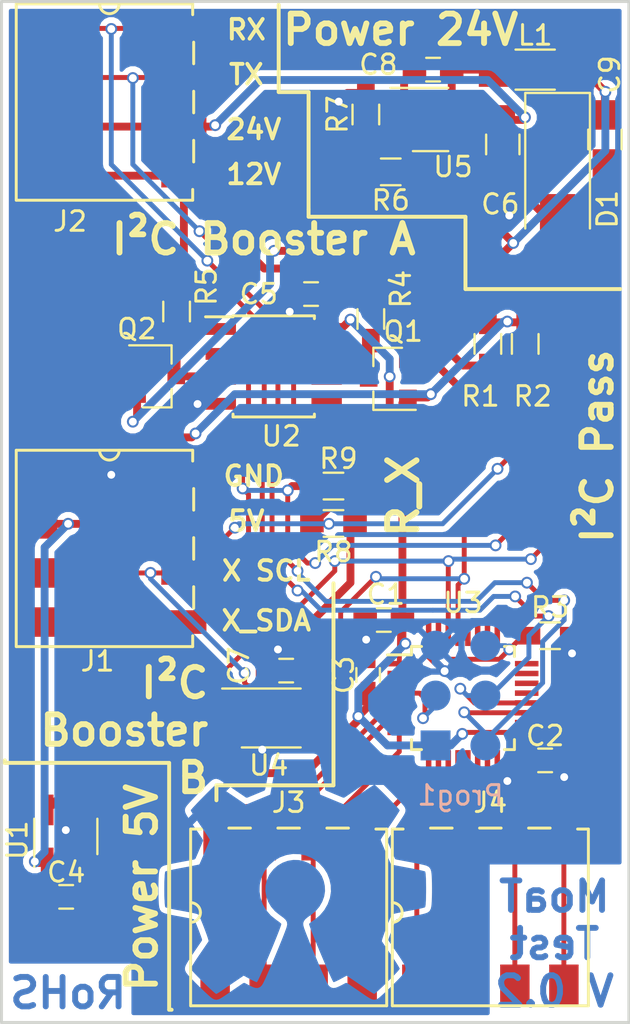
<source format=kicad_pcb>
(kicad_pcb (version 4) (host pcbnew 4.0.6+dfsg1-1)

  (general
    (links 105)
    (no_connects 0)
    (area 81.829 81.846999 114.105 134.075001)
    (thickness 1.6)
    (drawings 34)
    (tracks 507)
    (zones 0)
    (modules 35)
    (nets 41)
  )

  (page A4)
  (layers
    (0 F.Cu signal)
    (31 B.Cu signal)
    (32 B.Adhes user)
    (33 F.Adhes user)
    (34 B.Paste user)
    (35 F.Paste user)
    (36 B.SilkS user)
    (37 F.SilkS user)
    (38 B.Mask user)
    (39 F.Mask user)
    (40 Dwgs.User user)
    (41 Cmts.User user)
    (42 Eco1.User user hide)
    (43 Eco2.User user hide)
    (44 Edge.Cuts user)
    (45 Margin user)
    (46 B.CrtYd user)
    (47 F.CrtYd user)
    (48 B.Fab user)
    (49 F.Fab user)
  )

  (setup
    (last_trace_width 0.25)
    (user_trace_width 0.25)
    (user_trace_width 0.4)
    (trace_clearance 0.2)
    (zone_clearance 0.3)
    (zone_45_only no)
    (trace_min 0.2)
    (segment_width 0.2)
    (edge_width 0.15)
    (via_size 0.6)
    (via_drill 0.4)
    (via_min_size 0.4)
    (via_min_drill 0.3)
    (uvia_size 0.3)
    (uvia_drill 0.1)
    (uvias_allowed no)
    (uvia_min_size 0.2)
    (uvia_min_drill 0.1)
    (pcb_text_width 0.3)
    (pcb_text_size 1.5 1.5)
    (mod_edge_width 0.15)
    (mod_text_size 1 1)
    (mod_text_width 0.15)
    (pad_size 1.524 1.524)
    (pad_drill 0.762)
    (pad_to_mask_clearance 0.2)
    (aux_axis_origin 0 0)
    (visible_elements FFFFFF7F)
    (pcbplotparams
      (layerselection 0x00030_80000001)
      (usegerberextensions false)
      (excludeedgelayer true)
      (linewidth 0.100000)
      (plotframeref false)
      (viasonmask false)
      (mode 1)
      (useauxorigin false)
      (hpglpennumber 1)
      (hpglpenspeed 20)
      (hpglpendiameter 15)
      (hpglpenoverlay 2)
      (psnegative false)
      (psa4output false)
      (plotreference true)
      (plotvalue true)
      (plotinvisibletext false)
      (padsonsilk false)
      (subtractmaskfromsilk false)
      (outputformat 1)
      (mirror false)
      (drillshape 1)
      (scaleselection 1)
      (outputdirectory ""))
  )

  (net 0 "")
  (net 1 +3V3)
  (net 2 GND)
  (net 3 +5V)
  (net 4 +12V)
  (net 5 "Net-(C8-Pad1)")
  (net 6 "Net-(C8-Pad2)")
  (net 7 /SDA_IN)
  (net 8 /SCL_IN)
  (net 9 +24V)
  (net 10 /TX)
  (net 11 /RX)
  (net 12 "Net-(J3-Pad4)")
  (net 13 "Net-(J3-Pad3)")
  (net 14 "Net-(J3-Pad2)")
  (net 15 "Net-(J3-Pad1)")
  (net 16 "Net-(J4-Pad4)")
  (net 17 "Net-(J4-Pad3)")
  (net 18 "Net-(J4-Pad2)")
  (net 19 "Net-(J4-Pad1)")
  (net 20 "Net-(Prog1-Pad6)")
  (net 21 "Net-(Prog1-Pad3)")
  (net 22 /SCL)
  (net 23 "Net-(Q1-Pad3)")
  (net 24 /SDA)
  (net 25 "Net-(Q2-Pad3)")
  (net 26 "Net-(R6-Pad2)")
  (net 27 "Net-(U3-Pad2)")
  (net 28 "Net-(U3-Pad3)")
  (net 29 "Net-(U3-Pad14)")
  (net 30 "Net-(U3-Pad15)")
  (net 31 "Net-(U3-Pad18)")
  (net 32 "Net-(U3-Pad21)")
  (net 33 "Net-(U3-Pad22)")
  (net 34 "Net-(U3-Pad23)")
  (net 35 "Net-(U3-Pad24)")
  (net 36 "Net-(U3-Pad25)")
  (net 37 "Net-(U3-Pad26)")
  (net 38 "Net-(U3-Pad27)")
  (net 39 "Net-(U3-Pad28)")
  (net 40 "Net-(U5-Pad4)")

  (net_class Default "This is the default net class."
    (clearance 0.2)
    (trace_width 0.25)
    (via_dia 0.6)
    (via_drill 0.4)
    (uvia_dia 0.3)
    (uvia_drill 0.1)
    (add_net /RX)
    (add_net /SCL)
    (add_net /SCL_IN)
    (add_net /SDA)
    (add_net /SDA_IN)
    (add_net /TX)
    (add_net "Net-(C8-Pad1)")
    (add_net "Net-(C8-Pad2)")
    (add_net "Net-(J3-Pad1)")
    (add_net "Net-(J3-Pad2)")
    (add_net "Net-(J3-Pad3)")
    (add_net "Net-(J3-Pad4)")
    (add_net "Net-(J4-Pad1)")
    (add_net "Net-(J4-Pad2)")
    (add_net "Net-(J4-Pad3)")
    (add_net "Net-(J4-Pad4)")
    (add_net "Net-(Prog1-Pad3)")
    (add_net "Net-(Prog1-Pad6)")
    (add_net "Net-(Q1-Pad3)")
    (add_net "Net-(Q2-Pad3)")
    (add_net "Net-(R6-Pad2)")
    (add_net "Net-(U3-Pad14)")
    (add_net "Net-(U3-Pad15)")
    (add_net "Net-(U3-Pad18)")
    (add_net "Net-(U3-Pad2)")
    (add_net "Net-(U3-Pad21)")
    (add_net "Net-(U3-Pad22)")
    (add_net "Net-(U3-Pad23)")
    (add_net "Net-(U3-Pad24)")
    (add_net "Net-(U3-Pad25)")
    (add_net "Net-(U3-Pad26)")
    (add_net "Net-(U3-Pad27)")
    (add_net "Net-(U3-Pad28)")
    (add_net "Net-(U3-Pad3)")
    (add_net "Net-(U5-Pad4)")
  )

  (net_class Power ""
    (clearance 0.2)
    (trace_width 0.4)
    (via_dia 0.6)
    (via_drill 0.4)
    (uvia_dia 0.3)
    (uvia_drill 0.1)
    (add_net +12V)
    (add_net +24V)
    (add_net +3V3)
    (add_net +5V)
    (add_net GND)
  )

  (module Capacitors_SMD:C_0603_HandSoldering (layer F.Cu) (tedit 5988404A) (tstamp 5988300F)
    (at 101.5 113.5 180)
    (descr "Capacitor SMD 0603, hand soldering")
    (tags "capacitor 0603")
    (path /59877BBD)
    (attr smd)
    (fp_text reference C1 (at -0.1 1.3 180) (layer F.SilkS)
      (effects (font (size 1 1) (thickness 0.15)))
    )
    (fp_text value 1µF (at 0 1.5 180) (layer F.Fab) hide
      (effects (font (size 1 1) (thickness 0.15)))
    )
    (fp_text user %R (at 0 -1.25 180) (layer F.Fab)
      (effects (font (size 1 1) (thickness 0.15)))
    )
    (fp_line (start -0.8 0.4) (end -0.8 -0.4) (layer F.Fab) (width 0.1))
    (fp_line (start 0.8 0.4) (end -0.8 0.4) (layer F.Fab) (width 0.1))
    (fp_line (start 0.8 -0.4) (end 0.8 0.4) (layer F.Fab) (width 0.1))
    (fp_line (start -0.8 -0.4) (end 0.8 -0.4) (layer F.Fab) (width 0.1))
    (fp_line (start -0.35 -0.6) (end 0.35 -0.6) (layer F.SilkS) (width 0.12))
    (fp_line (start 0.35 0.6) (end -0.35 0.6) (layer F.SilkS) (width 0.12))
    (fp_line (start -1.8 -0.65) (end 1.8 -0.65) (layer F.CrtYd) (width 0.05))
    (fp_line (start -1.8 -0.65) (end -1.8 0.65) (layer F.CrtYd) (width 0.05))
    (fp_line (start 1.8 0.65) (end 1.8 -0.65) (layer F.CrtYd) (width 0.05))
    (fp_line (start 1.8 0.65) (end -1.8 0.65) (layer F.CrtYd) (width 0.05))
    (pad 1 smd rect (at -0.95 0 180) (size 1.2 0.75) (layers F.Cu F.Paste F.Mask)
      (net 1 +3V3))
    (pad 2 smd rect (at 0.95 0 180) (size 1.2 0.75) (layers F.Cu F.Paste F.Mask)
      (net 2 GND))
    (model Capacitors_SMD.3dshapes/C_0603.wrl
      (at (xyz 0 0 0))
      (scale (xyz 1 1 1))
      (rotate (xyz 0 0 0))
    )
  )

  (module Capacitors_SMD:C_0603_HandSoldering placed (layer F.Cu) (tedit 59882DA9) (tstamp 59883020)
    (at 109.728 120.65)
    (descr "Capacitor SMD 0603, hand soldering")
    (tags "capacitor 0603")
    (path /59877BBE)
    (attr smd)
    (fp_text reference C2 (at 0 -1.25) (layer F.SilkS)
      (effects (font (size 1 1) (thickness 0.15)))
    )
    (fp_text value 10nF (at 0 1.5) (layer F.Fab) hide
      (effects (font (size 1 1) (thickness 0.15)))
    )
    (fp_text user %R (at 0 -1.25) (layer F.Fab)
      (effects (font (size 1 1) (thickness 0.15)))
    )
    (fp_line (start -0.8 0.4) (end -0.8 -0.4) (layer F.Fab) (width 0.1))
    (fp_line (start 0.8 0.4) (end -0.8 0.4) (layer F.Fab) (width 0.1))
    (fp_line (start 0.8 -0.4) (end 0.8 0.4) (layer F.Fab) (width 0.1))
    (fp_line (start -0.8 -0.4) (end 0.8 -0.4) (layer F.Fab) (width 0.1))
    (fp_line (start -0.35 -0.6) (end 0.35 -0.6) (layer F.SilkS) (width 0.12))
    (fp_line (start 0.35 0.6) (end -0.35 0.6) (layer F.SilkS) (width 0.12))
    (fp_line (start -1.8 -0.65) (end 1.8 -0.65) (layer F.CrtYd) (width 0.05))
    (fp_line (start -1.8 -0.65) (end -1.8 0.65) (layer F.CrtYd) (width 0.05))
    (fp_line (start 1.8 0.65) (end 1.8 -0.65) (layer F.CrtYd) (width 0.05))
    (fp_line (start 1.8 0.65) (end -1.8 0.65) (layer F.CrtYd) (width 0.05))
    (pad 1 smd rect (at -0.95 0) (size 1.2 0.75) (layers F.Cu F.Paste F.Mask)
      (net 1 +3V3))
    (pad 2 smd rect (at 0.95 0) (size 1.2 0.75) (layers F.Cu F.Paste F.Mask)
      (net 2 GND))
    (model Capacitors_SMD.3dshapes/C_0603.wrl
      (at (xyz 0 0 0))
      (scale (xyz 1 1 1))
      (rotate (xyz 0 0 0))
    )
  )

  (module Capacitors_SMD:C_0603_HandSoldering placed (layer F.Cu) (tedit 59882DB2) (tstamp 59883031)
    (at 100.7 116.3 90)
    (descr "Capacitor SMD 0603, hand soldering")
    (tags "capacitor 0603")
    (path /59877BBF)
    (attr smd)
    (fp_text reference C3 (at 0 -1.25 90) (layer F.SilkS)
      (effects (font (size 1 1) (thickness 0.15)))
    )
    (fp_text value 100nF (at 0 1.5 90) (layer F.Fab) hide
      (effects (font (size 1 1) (thickness 0.15)))
    )
    (fp_text user %R (at 0 -1.25 90) (layer F.Fab)
      (effects (font (size 1 1) (thickness 0.15)))
    )
    (fp_line (start -0.8 0.4) (end -0.8 -0.4) (layer F.Fab) (width 0.1))
    (fp_line (start 0.8 0.4) (end -0.8 0.4) (layer F.Fab) (width 0.1))
    (fp_line (start 0.8 -0.4) (end 0.8 0.4) (layer F.Fab) (width 0.1))
    (fp_line (start -0.8 -0.4) (end 0.8 -0.4) (layer F.Fab) (width 0.1))
    (fp_line (start -0.35 -0.6) (end 0.35 -0.6) (layer F.SilkS) (width 0.12))
    (fp_line (start 0.35 0.6) (end -0.35 0.6) (layer F.SilkS) (width 0.12))
    (fp_line (start -1.8 -0.65) (end 1.8 -0.65) (layer F.CrtYd) (width 0.05))
    (fp_line (start -1.8 -0.65) (end -1.8 0.65) (layer F.CrtYd) (width 0.05))
    (fp_line (start 1.8 0.65) (end 1.8 -0.65) (layer F.CrtYd) (width 0.05))
    (fp_line (start 1.8 0.65) (end -1.8 0.65) (layer F.CrtYd) (width 0.05))
    (pad 1 smd rect (at -0.95 0 90) (size 1.2 0.75) (layers F.Cu F.Paste F.Mask)
      (net 1 +3V3))
    (pad 2 smd rect (at 0.95 0 90) (size 1.2 0.75) (layers F.Cu F.Paste F.Mask)
      (net 2 GND))
    (model Capacitors_SMD.3dshapes/C_0603.wrl
      (at (xyz 0 0 0))
      (scale (xyz 1 1 1))
      (rotate (xyz 0 0 0))
    )
  )

  (module Capacitors_SMD:C_0603_HandSoldering placed (layer F.Cu) (tedit 59882DB7) (tstamp 59883042)
    (at 85.3 127.6)
    (descr "Capacitor SMD 0603, hand soldering")
    (tags "capacitor 0603")
    (path /59877BD4)
    (attr smd)
    (fp_text reference C4 (at 0 -1.25) (layer F.SilkS)
      (effects (font (size 1 1) (thickness 0.15)))
    )
    (fp_text value 1µF (at 0 1.5) (layer F.Fab) hide
      (effects (font (size 1 1) (thickness 0.15)))
    )
    (fp_text user %R (at 0 -1.25) (layer F.Fab)
      (effects (font (size 1 1) (thickness 0.15)))
    )
    (fp_line (start -0.8 0.4) (end -0.8 -0.4) (layer F.Fab) (width 0.1))
    (fp_line (start 0.8 0.4) (end -0.8 0.4) (layer F.Fab) (width 0.1))
    (fp_line (start 0.8 -0.4) (end 0.8 0.4) (layer F.Fab) (width 0.1))
    (fp_line (start -0.8 -0.4) (end 0.8 -0.4) (layer F.Fab) (width 0.1))
    (fp_line (start -0.35 -0.6) (end 0.35 -0.6) (layer F.SilkS) (width 0.12))
    (fp_line (start 0.35 0.6) (end -0.35 0.6) (layer F.SilkS) (width 0.12))
    (fp_line (start -1.8 -0.65) (end 1.8 -0.65) (layer F.CrtYd) (width 0.05))
    (fp_line (start -1.8 -0.65) (end -1.8 0.65) (layer F.CrtYd) (width 0.05))
    (fp_line (start 1.8 0.65) (end 1.8 -0.65) (layer F.CrtYd) (width 0.05))
    (fp_line (start 1.8 0.65) (end -1.8 0.65) (layer F.CrtYd) (width 0.05))
    (pad 1 smd rect (at -0.95 0) (size 1.2 0.75) (layers F.Cu F.Paste F.Mask)
      (net 3 +5V))
    (pad 2 smd rect (at 0.95 0) (size 1.2 0.75) (layers F.Cu F.Paste F.Mask)
      (net 2 GND))
    (model Capacitors_SMD.3dshapes/C_0603.wrl
      (at (xyz 0 0 0))
      (scale (xyz 1 1 1))
      (rotate (xyz 0 0 0))
    )
  )

  (module Capacitors_SMD:C_0603_HandSoldering (layer F.Cu) (tedit 59882DEA) (tstamp 59883053)
    (at 97.79 96.901 180)
    (descr "Capacitor SMD 0603, hand soldering")
    (tags "capacitor 0603")
    (path /59881505)
    (attr smd)
    (fp_text reference C5 (at 2.667 0 180) (layer F.SilkS)
      (effects (font (size 1 1) (thickness 0.15)))
    )
    (fp_text value 1µF (at 0 1.5 180) (layer F.Fab) hide
      (effects (font (size 1 1) (thickness 0.15)))
    )
    (fp_text user %R (at 0 -1.25 180) (layer F.Fab)
      (effects (font (size 1 1) (thickness 0.15)))
    )
    (fp_line (start -0.8 0.4) (end -0.8 -0.4) (layer F.Fab) (width 0.1))
    (fp_line (start 0.8 0.4) (end -0.8 0.4) (layer F.Fab) (width 0.1))
    (fp_line (start 0.8 -0.4) (end 0.8 0.4) (layer F.Fab) (width 0.1))
    (fp_line (start -0.8 -0.4) (end 0.8 -0.4) (layer F.Fab) (width 0.1))
    (fp_line (start -0.35 -0.6) (end 0.35 -0.6) (layer F.SilkS) (width 0.12))
    (fp_line (start 0.35 0.6) (end -0.35 0.6) (layer F.SilkS) (width 0.12))
    (fp_line (start -1.8 -0.65) (end 1.8 -0.65) (layer F.CrtYd) (width 0.05))
    (fp_line (start -1.8 -0.65) (end -1.8 0.65) (layer F.CrtYd) (width 0.05))
    (fp_line (start 1.8 0.65) (end 1.8 -0.65) (layer F.CrtYd) (width 0.05))
    (fp_line (start 1.8 0.65) (end -1.8 0.65) (layer F.CrtYd) (width 0.05))
    (pad 1 smd rect (at -0.95 0 180) (size 1.2 0.75) (layers F.Cu F.Paste F.Mask)
      (net 4 +12V))
    (pad 2 smd rect (at 0.95 0 180) (size 1.2 0.75) (layers F.Cu F.Paste F.Mask)
      (net 2 GND))
    (model Capacitors_SMD.3dshapes/C_0603.wrl
      (at (xyz 0 0 0))
      (scale (xyz 1 1 1))
      (rotate (xyz 0 0 0))
    )
  )

  (module Capacitors_SMD:C_0805_HandSoldering placed (layer F.Cu) (tedit 598826E0) (tstamp 59883064)
    (at 107.569 89.281 270)
    (descr "Capacitor SMD 0805, hand soldering")
    (tags "capacitor 0805")
    (path /5987DDFD)
    (attr smd)
    (fp_text reference C6 (at 3.048 0.127 540) (layer F.SilkS)
      (effects (font (size 1 1) (thickness 0.15)))
    )
    (fp_text value 10µF (at 0 1.75 270) (layer F.Fab) hide
      (effects (font (size 1 1) (thickness 0.15)))
    )
    (fp_text user %R (at 0 -1.75 270) (layer F.Fab)
      (effects (font (size 1 1) (thickness 0.15)))
    )
    (fp_line (start -1 0.62) (end -1 -0.62) (layer F.Fab) (width 0.1))
    (fp_line (start 1 0.62) (end -1 0.62) (layer F.Fab) (width 0.1))
    (fp_line (start 1 -0.62) (end 1 0.62) (layer F.Fab) (width 0.1))
    (fp_line (start -1 -0.62) (end 1 -0.62) (layer F.Fab) (width 0.1))
    (fp_line (start 0.5 -0.85) (end -0.5 -0.85) (layer F.SilkS) (width 0.12))
    (fp_line (start -0.5 0.85) (end 0.5 0.85) (layer F.SilkS) (width 0.12))
    (fp_line (start -2.25 -0.88) (end 2.25 -0.88) (layer F.CrtYd) (width 0.05))
    (fp_line (start -2.25 -0.88) (end -2.25 0.87) (layer F.CrtYd) (width 0.05))
    (fp_line (start 2.25 0.87) (end 2.25 -0.88) (layer F.CrtYd) (width 0.05))
    (fp_line (start 2.25 0.87) (end -2.25 0.87) (layer F.CrtYd) (width 0.05))
    (pad 1 smd rect (at -1.25 0 270) (size 1.5 1.25) (layers F.Cu F.Paste F.Mask)
      (net 9 +24V))
    (pad 2 smd rect (at 1.25 0 270) (size 1.5 1.25) (layers F.Cu F.Paste F.Mask)
      (net 2 GND))
    (model Capacitors_SMD.3dshapes/C_0805.wrl
      (at (xyz 0 0 0))
      (scale (xyz 1 1 1))
      (rotate (xyz 0 0 0))
    )
  )

  (module Capacitors_SMD:C_0603_HandSoldering (layer F.Cu) (tedit 59882E10) (tstamp 59883075)
    (at 96.52 116.078 180)
    (descr "Capacitor SMD 0603, hand soldering")
    (tags "capacitor 0603")
    (path /598811BD)
    (attr smd)
    (fp_text reference C7 (at 2.413 0.254 270) (layer F.SilkS)
      (effects (font (size 1 1) (thickness 0.15)))
    )
    (fp_text value 1µF (at 0 1.5 180) (layer F.Fab) hide
      (effects (font (size 1 1) (thickness 0.15)))
    )
    (fp_text user %R (at 0 -1.25 180) (layer F.Fab)
      (effects (font (size 1 1) (thickness 0.15)))
    )
    (fp_line (start -0.8 0.4) (end -0.8 -0.4) (layer F.Fab) (width 0.1))
    (fp_line (start 0.8 0.4) (end -0.8 0.4) (layer F.Fab) (width 0.1))
    (fp_line (start 0.8 -0.4) (end 0.8 0.4) (layer F.Fab) (width 0.1))
    (fp_line (start -0.8 -0.4) (end 0.8 -0.4) (layer F.Fab) (width 0.1))
    (fp_line (start -0.35 -0.6) (end 0.35 -0.6) (layer F.SilkS) (width 0.12))
    (fp_line (start 0.35 0.6) (end -0.35 0.6) (layer F.SilkS) (width 0.12))
    (fp_line (start -1.8 -0.65) (end 1.8 -0.65) (layer F.CrtYd) (width 0.05))
    (fp_line (start -1.8 -0.65) (end -1.8 0.65) (layer F.CrtYd) (width 0.05))
    (fp_line (start 1.8 0.65) (end 1.8 -0.65) (layer F.CrtYd) (width 0.05))
    (fp_line (start 1.8 0.65) (end -1.8 0.65) (layer F.CrtYd) (width 0.05))
    (pad 1 smd rect (at -0.95 0 180) (size 1.2 0.75) (layers F.Cu F.Paste F.Mask)
      (net 4 +12V))
    (pad 2 smd rect (at 0.95 0 180) (size 1.2 0.75) (layers F.Cu F.Paste F.Mask)
      (net 2 GND))
    (model Capacitors_SMD.3dshapes/C_0603.wrl
      (at (xyz 0 0 0))
      (scale (xyz 1 1 1))
      (rotate (xyz 0 0 0))
    )
  )

  (module Capacitors_SMD:C_0603_HandSoldering (layer F.Cu) (tedit 59882711) (tstamp 59883086)
    (at 104.013 85.471)
    (descr "Capacitor SMD 0603, hand soldering")
    (tags "capacitor 0603")
    (path /5987DE66)
    (attr smd)
    (fp_text reference C8 (at -2.794 -0.254) (layer F.SilkS)
      (effects (font (size 1 1) (thickness 0.15)))
    )
    (fp_text value 10nF (at 0 1.5) (layer F.Fab) hide
      (effects (font (size 1 1) (thickness 0.15)))
    )
    (fp_text user %R (at 0 -1.25) (layer F.Fab)
      (effects (font (size 1 1) (thickness 0.15)))
    )
    (fp_line (start -0.8 0.4) (end -0.8 -0.4) (layer F.Fab) (width 0.1))
    (fp_line (start 0.8 0.4) (end -0.8 0.4) (layer F.Fab) (width 0.1))
    (fp_line (start 0.8 -0.4) (end 0.8 0.4) (layer F.Fab) (width 0.1))
    (fp_line (start -0.8 -0.4) (end 0.8 -0.4) (layer F.Fab) (width 0.1))
    (fp_line (start -0.35 -0.6) (end 0.35 -0.6) (layer F.SilkS) (width 0.12))
    (fp_line (start 0.35 0.6) (end -0.35 0.6) (layer F.SilkS) (width 0.12))
    (fp_line (start -1.8 -0.65) (end 1.8 -0.65) (layer F.CrtYd) (width 0.05))
    (fp_line (start -1.8 -0.65) (end -1.8 0.65) (layer F.CrtYd) (width 0.05))
    (fp_line (start 1.8 0.65) (end 1.8 -0.65) (layer F.CrtYd) (width 0.05))
    (fp_line (start 1.8 0.65) (end -1.8 0.65) (layer F.CrtYd) (width 0.05))
    (pad 1 smd rect (at -0.95 0) (size 1.2 0.75) (layers F.Cu F.Paste F.Mask)
      (net 5 "Net-(C8-Pad1)"))
    (pad 2 smd rect (at 0.95 0) (size 1.2 0.75) (layers F.Cu F.Paste F.Mask)
      (net 6 "Net-(C8-Pad2)"))
    (model Capacitors_SMD.3dshapes/C_0603.wrl
      (at (xyz 0 0 0))
      (scale (xyz 1 1 1))
      (rotate (xyz 0 0 0))
    )
  )

  (module Capacitors_SMD:C_0805_HandSoldering placed (layer F.Cu) (tedit 59887583) (tstamp 59883097)
    (at 112.776 89.027 270)
    (descr "Capacitor SMD 0805, hand soldering")
    (tags "capacitor 0805")
    (path /5987E52E)
    (attr smd)
    (fp_text reference C9 (at -3.302 -0.254 270) (layer F.SilkS)
      (effects (font (size 1 1) (thickness 0.15)))
    )
    (fp_text value 22µF (at -4.318 -0.254 270) (layer F.Fab) hide
      (effects (font (size 1 1) (thickness 0.15)))
    )
    (fp_text user %R (at -3.327 -0.324 270) (layer F.Fab)
      (effects (font (size 1 1) (thickness 0.15)))
    )
    (fp_line (start -1 0.62) (end -1 -0.62) (layer F.Fab) (width 0.1))
    (fp_line (start 1 0.62) (end -1 0.62) (layer F.Fab) (width 0.1))
    (fp_line (start 1 -0.62) (end 1 0.62) (layer F.Fab) (width 0.1))
    (fp_line (start -1 -0.62) (end 1 -0.62) (layer F.Fab) (width 0.1))
    (fp_line (start 0.5 -0.85) (end -0.5 -0.85) (layer F.SilkS) (width 0.12))
    (fp_line (start -0.5 0.85) (end 0.5 0.85) (layer F.SilkS) (width 0.12))
    (fp_line (start -2.25 -0.88) (end 2.25 -0.88) (layer F.CrtYd) (width 0.05))
    (fp_line (start -2.25 -0.88) (end -2.25 0.87) (layer F.CrtYd) (width 0.05))
    (fp_line (start 2.25 0.87) (end 2.25 -0.88) (layer F.CrtYd) (width 0.05))
    (fp_line (start 2.25 0.87) (end -2.25 0.87) (layer F.CrtYd) (width 0.05))
    (pad 1 smd rect (at -1.25 0 270) (size 1.5 1.25) (layers F.Cu F.Paste F.Mask)
      (net 1 +3V3))
    (pad 2 smd rect (at 1.25 0 270) (size 1.5 1.25) (layers F.Cu F.Paste F.Mask)
      (net 2 GND))
    (model Capacitors_SMD.3dshapes/C_0805.wrl
      (at (xyz 0 0 0))
      (scale (xyz 1 1 1))
      (rotate (xyz 0 0 0))
    )
  )

  (module Diodes_SMD:D_SMA_Handsoldering placed (layer F.Cu) (tedit 598826F2) (tstamp 598830AE)
    (at 110.363 91.059 270)
    (descr "Diode SMA Handsoldering")
    (tags "Diode SMA Handsoldering")
    (path /5987DE9F)
    (attr smd)
    (fp_text reference D1 (at 1.524 -2.54 270) (layer F.SilkS)
      (effects (font (size 1 1) (thickness 0.15)))
    )
    (fp_text value D_Schottky (at 0.05 4.4 270) (layer F.Fab) hide
      (effects (font (size 1 1) (thickness 0.15)))
    )
    (fp_line (start -4.4 -1.65) (end -4.4 1.65) (layer F.SilkS) (width 0.12))
    (fp_line (start 2.3 1.5) (end -2.3 1.5) (layer F.Fab) (width 0.1))
    (fp_line (start -2.3 1.5) (end -2.3 -1.5) (layer F.Fab) (width 0.1))
    (fp_line (start 2.3 -1.5) (end 2.3 1.5) (layer F.Fab) (width 0.1))
    (fp_line (start 2.3 -1.5) (end -2.3 -1.5) (layer F.Fab) (width 0.1))
    (fp_line (start -4.5 -1.75) (end 4.5 -1.75) (layer F.CrtYd) (width 0.05))
    (fp_line (start 4.5 -1.75) (end 4.5 1.75) (layer F.CrtYd) (width 0.05))
    (fp_line (start 4.5 1.75) (end -4.5 1.75) (layer F.CrtYd) (width 0.05))
    (fp_line (start -4.5 1.75) (end -4.5 -1.75) (layer F.CrtYd) (width 0.05))
    (fp_line (start -0.64944 0.00102) (end -1.55114 0.00102) (layer F.Fab) (width 0.1))
    (fp_line (start 0.50118 0.00102) (end 1.4994 0.00102) (layer F.Fab) (width 0.1))
    (fp_line (start -0.64944 -0.79908) (end -0.64944 0.80112) (layer F.Fab) (width 0.1))
    (fp_line (start 0.50118 0.75032) (end 0.50118 -0.79908) (layer F.Fab) (width 0.1))
    (fp_line (start -0.64944 0.00102) (end 0.50118 0.75032) (layer F.Fab) (width 0.1))
    (fp_line (start -0.64944 0.00102) (end 0.50118 -0.79908) (layer F.Fab) (width 0.1))
    (fp_line (start -4.4 1.65) (end 2.5 1.65) (layer F.SilkS) (width 0.12))
    (fp_line (start -4.4 -1.65) (end 2.5 -1.65) (layer F.SilkS) (width 0.12))
    (pad 1 smd rect (at -2.5 0 270) (size 3.5 1.8) (layers F.Cu F.Paste F.Mask)
      (net 6 "Net-(C8-Pad2)"))
    (pad 2 smd rect (at 2.5 0 270) (size 3.5 1.8) (layers F.Cu F.Paste F.Mask)
      (net 2 GND))
    (model Diodes_SMD.3dshapes/D_SMA_Handsoldering.wrl
      (at (xyz 0 0 0))
      (scale (xyz 0.3937 0.3937 0.3937))
      (rotate (xyz 0 0 180))
    )
  )

  (module MoaT:AVX_9276_4Pin_HS placed (layer F.Cu) (tedit 59884056) (tstamp 598830C4)
    (at 87.503 109.855 270)
    (path /59877BCC)
    (fp_text reference J1 (at 5.745 0.603 360) (layer F.SilkS)
      (effects (font (size 1 1) (thickness 0.15)))
    )
    (fp_text value System (at 0 0 270) (layer F.Fab)
      (effects (font (size 1 1) (thickness 0.15)))
    )
    (fp_line (start -5 -4.25) (end -4.45 -4.25) (layer F.SilkS) (width 0.15))
    (fp_line (start -1.95 -4.3) (end -3.05 -4.3) (layer F.SilkS) (width 0.15))
    (fp_line (start 0.55 -4.3) (end -0.55 -4.3) (layer F.SilkS) (width 0.15))
    (fp_line (start 3.05 -4.3) (end 1.95 -4.3) (layer F.SilkS) (width 0.15))
    (fp_line (start 5 -4.25) (end 4.45 -4.25) (layer F.SilkS) (width 0.15))
    (fp_line (start -5 4.75) (end 5 4.75) (layer F.SilkS) (width 0.15))
    (fp_line (start 5 4.75) (end 5 -4.25) (layer F.SilkS) (width 0.15))
    (fp_line (start -5 -4.25) (end -5 4.75) (layer F.SilkS) (width 0.15))
    (fp_arc (start -5 0) (end -4.5 0) (angle 90) (layer F.SilkS) (width 0.15))
    (fp_arc (start -5 0) (end -5 -0.5) (angle 90) (layer F.SilkS) (width 0.15))
    (pad 4 smd rect (at 3.75 3.7 270) (size 1.5 2.1) (layers F.Cu F.Paste F.Mask)
      (net 7 /SDA_IN))
    (pad 3 smd rect (at 1.25 3.7 270) (size 1.5 2.1) (layers F.Cu F.Paste F.Mask)
      (net 8 /SCL_IN))
    (pad 2 smd rect (at -1.25 3.7 270) (size 1.5 2.1) (layers F.Cu F.Paste F.Mask)
      (net 3 +5V))
    (pad 1 smd rect (at -3.75 3.7 270) (size 1.5 2.1) (layers F.Cu F.Paste F.Mask)
      (net 2 GND))
    (pad 1 smd rect (at -3.75 -3.8 270) (size 1.2 2.3) (layers F.Cu F.Paste F.Mask)
      (net 2 GND))
    (pad 2 smd rect (at -1.25 -3.8 270) (size 1.2 2.3) (layers F.Cu F.Paste F.Mask)
      (net 3 +5V))
    (pad 3 smd rect (at 1.25 -3.8 270) (size 1.2 2.3) (layers F.Cu F.Paste F.Mask)
      (net 8 /SCL_IN))
    (pad 4 smd rect (at 3.75 -3.8 270) (size 1.2 2.3) (layers F.Cu F.Paste F.Mask)
      (net 7 /SDA_IN))
  )

  (module MoaT:AVX_9276_4Pin_HS placed (layer F.Cu) (tedit 59884062) (tstamp 598830DA)
    (at 87.503 87.122 270)
    (path /59877D0E)
    (fp_text reference J2 (at 6.078 2.003 360) (layer F.SilkS)
      (effects (font (size 1 1) (thickness 0.15)))
    )
    (fp_text value Comm (at 0 0 270) (layer F.Fab)
      (effects (font (size 1 1) (thickness 0.15)))
    )
    (fp_line (start -5 -4.25) (end -4.45 -4.25) (layer F.SilkS) (width 0.15))
    (fp_line (start -1.95 -4.3) (end -3.05 -4.3) (layer F.SilkS) (width 0.15))
    (fp_line (start 0.55 -4.3) (end -0.55 -4.3) (layer F.SilkS) (width 0.15))
    (fp_line (start 3.05 -4.3) (end 1.95 -4.3) (layer F.SilkS) (width 0.15))
    (fp_line (start 5 -4.25) (end 4.45 -4.25) (layer F.SilkS) (width 0.15))
    (fp_line (start -5 4.75) (end 5 4.75) (layer F.SilkS) (width 0.15))
    (fp_line (start 5 4.75) (end 5 -4.25) (layer F.SilkS) (width 0.15))
    (fp_line (start -5 -4.25) (end -5 4.75) (layer F.SilkS) (width 0.15))
    (fp_arc (start -5 0) (end -4.5 0) (angle 90) (layer F.SilkS) (width 0.15))
    (fp_arc (start -5 0) (end -5 -0.5) (angle 90) (layer F.SilkS) (width 0.15))
    (pad 4 smd rect (at 3.75 3.7 270) (size 1.5 2.1) (layers F.Cu F.Paste F.Mask)
      (net 4 +12V))
    (pad 3 smd rect (at 1.25 3.7 270) (size 1.5 2.1) (layers F.Cu F.Paste F.Mask)
      (net 9 +24V))
    (pad 2 smd rect (at -1.25 3.7 270) (size 1.5 2.1) (layers F.Cu F.Paste F.Mask)
      (net 10 /TX))
    (pad 1 smd rect (at -3.75 3.7 270) (size 1.5 2.1) (layers F.Cu F.Paste F.Mask)
      (net 11 /RX))
    (pad 1 smd rect (at -3.75 -3.8 270) (size 1.2 2.3) (layers F.Cu F.Paste F.Mask)
      (net 11 /RX))
    (pad 2 smd rect (at -1.25 -3.8 270) (size 1.2 2.3) (layers F.Cu F.Paste F.Mask)
      (net 10 /TX))
    (pad 3 smd rect (at 1.25 -3.8 270) (size 1.2 2.3) (layers F.Cu F.Paste F.Mask)
      (net 9 +24V))
    (pad 4 smd rect (at 3.75 -3.8 270) (size 1.2 2.3) (layers F.Cu F.Paste F.Mask)
      (net 4 +12V))
  )

  (module MoaT:AVX_9276_4Pin_HS placed (layer F.Cu) (tedit 598278B5) (tstamp 598830F0)
    (at 96.647 128.397)
    (path /598821D5)
    (fp_text reference J3 (at 0 -5.6) (layer F.SilkS)
      (effects (font (size 1 1) (thickness 0.15)))
    )
    (fp_text value PA0-3 (at 0 0) (layer F.Fab)
      (effects (font (size 1 1) (thickness 0.15)))
    )
    (fp_line (start -5 -4.25) (end -4.45 -4.25) (layer F.SilkS) (width 0.15))
    (fp_line (start -1.95 -4.3) (end -3.05 -4.3) (layer F.SilkS) (width 0.15))
    (fp_line (start 0.55 -4.3) (end -0.55 -4.3) (layer F.SilkS) (width 0.15))
    (fp_line (start 3.05 -4.3) (end 1.95 -4.3) (layer F.SilkS) (width 0.15))
    (fp_line (start 5 -4.25) (end 4.45 -4.25) (layer F.SilkS) (width 0.15))
    (fp_line (start -5 4.75) (end 5 4.75) (layer F.SilkS) (width 0.15))
    (fp_line (start 5 4.75) (end 5 -4.25) (layer F.SilkS) (width 0.15))
    (fp_line (start -5 -4.25) (end -5 4.75) (layer F.SilkS) (width 0.15))
    (fp_arc (start -5 0) (end -4.5 0) (angle 90) (layer F.SilkS) (width 0.15))
    (fp_arc (start -5 0) (end -5 -0.5) (angle 90) (layer F.SilkS) (width 0.15))
    (pad 4 smd rect (at 3.75 3.7) (size 1.5 2.1) (layers F.Cu F.Paste F.Mask)
      (net 12 "Net-(J3-Pad4)"))
    (pad 3 smd rect (at 1.25 3.7) (size 1.5 2.1) (layers F.Cu F.Paste F.Mask)
      (net 13 "Net-(J3-Pad3)"))
    (pad 2 smd rect (at -1.25 3.7) (size 1.5 2.1) (layers F.Cu F.Paste F.Mask)
      (net 14 "Net-(J3-Pad2)"))
    (pad 1 smd rect (at -3.75 3.7) (size 1.5 2.1) (layers F.Cu F.Paste F.Mask)
      (net 15 "Net-(J3-Pad1)"))
    (pad 1 smd rect (at -3.75 -3.8) (size 1.2 2.3) (layers F.Cu F.Paste F.Mask)
      (net 15 "Net-(J3-Pad1)"))
    (pad 2 smd rect (at -1.25 -3.8) (size 1.2 2.3) (layers F.Cu F.Paste F.Mask)
      (net 14 "Net-(J3-Pad2)"))
    (pad 3 smd rect (at 1.25 -3.8) (size 1.2 2.3) (layers F.Cu F.Paste F.Mask)
      (net 13 "Net-(J3-Pad3)"))
    (pad 4 smd rect (at 3.75 -3.8) (size 1.2 2.3) (layers F.Cu F.Paste F.Mask)
      (net 12 "Net-(J3-Pad4)"))
  )

  (module MoaT:AVX_9276_4Pin_HS placed (layer F.Cu) (tedit 598278B5) (tstamp 59883106)
    (at 106.934 128.397)
    (path /5988229E)
    (fp_text reference J4 (at 0 -5.6) (layer F.SilkS)
      (effects (font (size 1 1) (thickness 0.15)))
    )
    (fp_text value PA4-7 (at 0 0) (layer F.Fab)
      (effects (font (size 1 1) (thickness 0.15)))
    )
    (fp_line (start -5 -4.25) (end -4.45 -4.25) (layer F.SilkS) (width 0.15))
    (fp_line (start -1.95 -4.3) (end -3.05 -4.3) (layer F.SilkS) (width 0.15))
    (fp_line (start 0.55 -4.3) (end -0.55 -4.3) (layer F.SilkS) (width 0.15))
    (fp_line (start 3.05 -4.3) (end 1.95 -4.3) (layer F.SilkS) (width 0.15))
    (fp_line (start 5 -4.25) (end 4.45 -4.25) (layer F.SilkS) (width 0.15))
    (fp_line (start -5 4.75) (end 5 4.75) (layer F.SilkS) (width 0.15))
    (fp_line (start 5 4.75) (end 5 -4.25) (layer F.SilkS) (width 0.15))
    (fp_line (start -5 -4.25) (end -5 4.75) (layer F.SilkS) (width 0.15))
    (fp_arc (start -5 0) (end -4.5 0) (angle 90) (layer F.SilkS) (width 0.15))
    (fp_arc (start -5 0) (end -5 -0.5) (angle 90) (layer F.SilkS) (width 0.15))
    (pad 4 smd rect (at 3.75 3.7) (size 1.5 2.1) (layers F.Cu F.Paste F.Mask)
      (net 16 "Net-(J4-Pad4)"))
    (pad 3 smd rect (at 1.25 3.7) (size 1.5 2.1) (layers F.Cu F.Paste F.Mask)
      (net 17 "Net-(J4-Pad3)"))
    (pad 2 smd rect (at -1.25 3.7) (size 1.5 2.1) (layers F.Cu F.Paste F.Mask)
      (net 18 "Net-(J4-Pad2)"))
    (pad 1 smd rect (at -3.75 3.7) (size 1.5 2.1) (layers F.Cu F.Paste F.Mask)
      (net 19 "Net-(J4-Pad1)"))
    (pad 1 smd rect (at -3.75 -3.8) (size 1.2 2.3) (layers F.Cu F.Paste F.Mask)
      (net 19 "Net-(J4-Pad1)"))
    (pad 2 smd rect (at -1.25 -3.8) (size 1.2 2.3) (layers F.Cu F.Paste F.Mask)
      (net 18 "Net-(J4-Pad2)"))
    (pad 3 smd rect (at 1.25 -3.8) (size 1.2 2.3) (layers F.Cu F.Paste F.Mask)
      (net 17 "Net-(J4-Pad3)"))
    (pad 4 smd rect (at 3.75 -3.8) (size 1.2 2.3) (layers F.Cu F.Paste F.Mask)
      (net 16 "Net-(J4-Pad4)"))
  )

  (module MoaT:L_1008_HandSoldering placed (layer F.Cu) (tedit 598826BC) (tstamp 59883117)
    (at 109.22 85.471)
    (descr "Inductor SMD 1008, hand soldering")
    (tags "inductor 1008")
    (path /5987E036)
    (attr smd)
    (fp_text reference L1 (at 0 -1.75) (layer F.SilkS)
      (effects (font (size 1 1) (thickness 0.15)))
    )
    (fp_text value 4,7µH (at 0 2) (layer F.Fab) hide
      (effects (font (size 1 1) (thickness 0.15)))
    )
    (fp_text user %R (at 0 -1.75) (layer F.Fab)
      (effects (font (size 1 1) (thickness 0.15)))
    )
    (fp_line (start -1.6 0.9) (end -1.6 -0.9) (layer F.Fab) (width 0.1))
    (fp_line (start 1.6 0.9) (end -1.6 0.9) (layer F.Fab) (width 0.1))
    (fp_line (start 1.6 -0.9) (end 1.6 0.9) (layer F.Fab) (width 0.1))
    (fp_line (start -1.6 -0.9) (end 1.6 -0.9) (layer F.Fab) (width 0.1))
    (fp_line (start 1 -1.02) (end -1 -1.02) (layer F.SilkS) (width 0.12))
    (fp_line (start -1 1.02) (end 1 1.02) (layer F.SilkS) (width 0.12))
    (fp_line (start -3.05 -1.05) (end 3.05 -1.05) (layer F.CrtYd) (width 0.05))
    (fp_line (start -3.05 -1.05) (end -3.05 1.05) (layer F.CrtYd) (width 0.05))
    (fp_line (start 3.05 1.05) (end 3.05 -1.05) (layer F.CrtYd) (width 0.05))
    (fp_line (start 3.05 1.05) (end -3.05 1.05) (layer F.CrtYd) (width 0.05))
    (pad 1 smd rect (at -1.875 0) (size 2 1.75) (layers F.Cu F.Paste F.Mask)
      (net 6 "Net-(C8-Pad2)"))
    (pad 2 smd rect (at 1.875 0) (size 2 1.75) (layers F.Cu F.Paste F.Mask)
      (net 1 +3V3))
    (model Capacitors_SMD.3dshapes/C_1206.wrl
      (at (xyz 0 0 0))
      (scale (xyz 1 1 1))
      (rotate (xyz 0 0 0))
    )
  )

  (module MoaT:PogoPad_2x3_SMD placed (layer B.Cu) (tedit 5981456B) (tstamp 59883121)
    (at 105.41 117.348)
    (path /59877BC4)
    (fp_text reference Prog1 (at 0 5.08) (layer B.SilkS)
      (effects (font (size 1 1) (thickness 0.15)) (justify mirror))
    )
    (fp_text value PogoPad (at 0 -5.08) (layer B.Fab)
      (effects (font (size 1 1) (thickness 0.15)) (justify mirror))
    )
    (pad 6 smd circle (at 1.27 -2.54) (size 1.524 1.524) (layers B.Cu B.Mask)
      (net 20 "Net-(Prog1-Pad6)"))
    (pad 5 smd circle (at -1.27 -2.54) (size 1.524 1.524) (layers B.Cu B.Mask)
      (net 2 GND))
    (pad 4 smd circle (at 1.27 0) (size 1.524 1.524) (layers B.Cu B.Mask)
      (net 11 /RX))
    (pad 3 smd circle (at -1.27 0) (size 1.524 1.524) (layers B.Cu B.Mask)
      (net 21 "Net-(Prog1-Pad3)"))
    (pad 2 smd circle (at 1.27 2.54) (size 1.524 1.524) (layers B.Cu B.Mask)
      (net 10 /TX))
    (pad 1 smd rect (at -1.27 2.54) (size 1.524 1.524) (layers B.Cu B.Mask)
      (net 1 +3V3))
  )

  (module TO_SOT_Packages_SMD:SOT-23 placed (layer F.Cu) (tedit 59882E02) (tstamp 59883135)
    (at 101.727 101.219 180)
    (descr "SOT-23, Standard")
    (tags SOT-23)
    (path /5987F75F)
    (attr smd)
    (fp_text reference Q1 (at -0.762 2.413 180) (layer F.SilkS)
      (effects (font (size 1 1) (thickness 0.15)))
    )
    (fp_text value 2N7002 (at 0 2.5 180) (layer F.Fab) hide
      (effects (font (size 1 1) (thickness 0.15)))
    )
    (fp_line (start -0.7 -0.95) (end -0.7 1.5) (layer F.Fab) (width 0.1))
    (fp_line (start -0.15 -1.52) (end 0.7 -1.52) (layer F.Fab) (width 0.1))
    (fp_line (start -0.7 -0.95) (end -0.15 -1.52) (layer F.Fab) (width 0.1))
    (fp_line (start 0.7 -1.52) (end 0.7 1.52) (layer F.Fab) (width 0.1))
    (fp_line (start -0.7 1.52) (end 0.7 1.52) (layer F.Fab) (width 0.1))
    (fp_line (start 0.76 1.58) (end 0.76 0.65) (layer F.SilkS) (width 0.12))
    (fp_line (start 0.76 -1.58) (end 0.76 -0.65) (layer F.SilkS) (width 0.12))
    (fp_line (start -1.7 -1.75) (end 1.7 -1.75) (layer F.CrtYd) (width 0.05))
    (fp_line (start 1.7 -1.75) (end 1.7 1.75) (layer F.CrtYd) (width 0.05))
    (fp_line (start 1.7 1.75) (end -1.7 1.75) (layer F.CrtYd) (width 0.05))
    (fp_line (start -1.7 1.75) (end -1.7 -1.75) (layer F.CrtYd) (width 0.05))
    (fp_line (start 0.76 -1.58) (end -1.4 -1.58) (layer F.SilkS) (width 0.12))
    (fp_line (start 0.76 1.58) (end -0.7 1.58) (layer F.SilkS) (width 0.12))
    (pad 1 smd rect (at -1 -0.95 180) (size 0.9 0.8) (layers F.Cu F.Paste F.Mask)
      (net 1 +3V3))
    (pad 2 smd rect (at -1 0.95 180) (size 0.9 0.8) (layers F.Cu F.Paste F.Mask)
      (net 22 /SCL))
    (pad 3 smd rect (at 1 0 180) (size 0.9 0.8) (layers F.Cu F.Paste F.Mask)
      (net 23 "Net-(Q1-Pad3)"))
    (model TO_SOT_Packages_SMD.3dshapes/SOT-23.wrl
      (at (xyz 0 0 0))
      (scale (xyz 1 1 1))
      (rotate (xyz 0 0 90))
    )
  )

  (module TO_SOT_Packages_SMD:SOT-23 placed (layer F.Cu) (tedit 59882DFB) (tstamp 59883149)
    (at 89.916 101.092)
    (descr "SOT-23, Standard")
    (tags SOT-23)
    (path /5987F6FC)
    (attr smd)
    (fp_text reference Q2 (at -1.016 -2.413) (layer F.SilkS)
      (effects (font (size 1 1) (thickness 0.15)))
    )
    (fp_text value 2N7002 (at 0 2.5) (layer F.Fab) hide
      (effects (font (size 1 1) (thickness 0.15)))
    )
    (fp_line (start -0.7 -0.95) (end -0.7 1.5) (layer F.Fab) (width 0.1))
    (fp_line (start -0.15 -1.52) (end 0.7 -1.52) (layer F.Fab) (width 0.1))
    (fp_line (start -0.7 -0.95) (end -0.15 -1.52) (layer F.Fab) (width 0.1))
    (fp_line (start 0.7 -1.52) (end 0.7 1.52) (layer F.Fab) (width 0.1))
    (fp_line (start -0.7 1.52) (end 0.7 1.52) (layer F.Fab) (width 0.1))
    (fp_line (start 0.76 1.58) (end 0.76 0.65) (layer F.SilkS) (width 0.12))
    (fp_line (start 0.76 -1.58) (end 0.76 -0.65) (layer F.SilkS) (width 0.12))
    (fp_line (start -1.7 -1.75) (end 1.7 -1.75) (layer F.CrtYd) (width 0.05))
    (fp_line (start 1.7 -1.75) (end 1.7 1.75) (layer F.CrtYd) (width 0.05))
    (fp_line (start 1.7 1.75) (end -1.7 1.75) (layer F.CrtYd) (width 0.05))
    (fp_line (start -1.7 1.75) (end -1.7 -1.75) (layer F.CrtYd) (width 0.05))
    (fp_line (start 0.76 -1.58) (end -1.4 -1.58) (layer F.SilkS) (width 0.12))
    (fp_line (start 0.76 1.58) (end -0.7 1.58) (layer F.SilkS) (width 0.12))
    (pad 1 smd rect (at -1 -0.95) (size 0.9 0.8) (layers F.Cu F.Paste F.Mask)
      (net 1 +3V3))
    (pad 2 smd rect (at -1 0.95) (size 0.9 0.8) (layers F.Cu F.Paste F.Mask)
      (net 24 /SDA))
    (pad 3 smd rect (at 1 0) (size 0.9 0.8) (layers F.Cu F.Paste F.Mask)
      (net 25 "Net-(Q2-Pad3)"))
    (model TO_SOT_Packages_SMD.3dshapes/SOT-23.wrl
      (at (xyz 0 0 0))
      (scale (xyz 1 1 1))
      (rotate (xyz 0 0 90))
    )
  )

  (module Resistors_SMD:R_0603_HandSoldering placed (layer F.Cu) (tedit 59882DD9) (tstamp 5988315A)
    (at 106.807 99.441 270)
    (descr "Resistor SMD 0603, hand soldering")
    (tags "resistor 0603")
    (path /59880A7E)
    (attr smd)
    (fp_text reference R1 (at 2.667 0.381 360) (layer F.SilkS)
      (effects (font (size 1 1) (thickness 0.15)))
    )
    (fp_text value 10k (at 0 1.55 270) (layer F.Fab) hide
      (effects (font (size 1 1) (thickness 0.15)))
    )
    (fp_text user %R (at 0 -1.45 270) (layer F.Fab)
      (effects (font (size 1 1) (thickness 0.15)))
    )
    (fp_line (start -0.8 0.4) (end -0.8 -0.4) (layer F.Fab) (width 0.1))
    (fp_line (start 0.8 0.4) (end -0.8 0.4) (layer F.Fab) (width 0.1))
    (fp_line (start 0.8 -0.4) (end 0.8 0.4) (layer F.Fab) (width 0.1))
    (fp_line (start -0.8 -0.4) (end 0.8 -0.4) (layer F.Fab) (width 0.1))
    (fp_line (start 0.5 0.68) (end -0.5 0.68) (layer F.SilkS) (width 0.12))
    (fp_line (start -0.5 -0.68) (end 0.5 -0.68) (layer F.SilkS) (width 0.12))
    (fp_line (start -1.96 -0.7) (end 1.95 -0.7) (layer F.CrtYd) (width 0.05))
    (fp_line (start -1.96 -0.7) (end -1.96 0.7) (layer F.CrtYd) (width 0.05))
    (fp_line (start 1.95 0.7) (end 1.95 -0.7) (layer F.CrtYd) (width 0.05))
    (fp_line (start 1.95 0.7) (end -1.96 0.7) (layer F.CrtYd) (width 0.05))
    (pad 1 smd rect (at -1.1 0 270) (size 1.2 0.9) (layers F.Cu F.Paste F.Mask)
      (net 1 +3V3))
    (pad 2 smd rect (at 1.1 0 270) (size 1.2 0.9) (layers F.Cu F.Paste F.Mask)
      (net 24 /SDA))
    (model Resistors_SMD.3dshapes/R_0603.wrl
      (at (xyz 0 0 0))
      (scale (xyz 1 1 1))
      (rotate (xyz 0 0 0))
    )
  )

  (module Resistors_SMD:R_0603_HandSoldering placed (layer F.Cu) (tedit 59882DDC) (tstamp 5988316B)
    (at 108.712 99.441 270)
    (descr "Resistor SMD 0603, hand soldering")
    (tags "resistor 0603")
    (path /59880BA1)
    (attr smd)
    (fp_text reference R2 (at 2.667 -0.381 360) (layer F.SilkS)
      (effects (font (size 1 1) (thickness 0.15)))
    )
    (fp_text value 10k (at 0 1.55 270) (layer F.Fab) hide
      (effects (font (size 1 1) (thickness 0.15)))
    )
    (fp_text user %R (at 0 -1.45 270) (layer F.Fab) hide
      (effects (font (size 1 1) (thickness 0.15)))
    )
    (fp_line (start -0.8 0.4) (end -0.8 -0.4) (layer F.Fab) (width 0.1))
    (fp_line (start 0.8 0.4) (end -0.8 0.4) (layer F.Fab) (width 0.1))
    (fp_line (start 0.8 -0.4) (end 0.8 0.4) (layer F.Fab) (width 0.1))
    (fp_line (start -0.8 -0.4) (end 0.8 -0.4) (layer F.Fab) (width 0.1))
    (fp_line (start 0.5 0.68) (end -0.5 0.68) (layer F.SilkS) (width 0.12))
    (fp_line (start -0.5 -0.68) (end 0.5 -0.68) (layer F.SilkS) (width 0.12))
    (fp_line (start -1.96 -0.7) (end 1.95 -0.7) (layer F.CrtYd) (width 0.05))
    (fp_line (start -1.96 -0.7) (end -1.96 0.7) (layer F.CrtYd) (width 0.05))
    (fp_line (start 1.95 0.7) (end 1.95 -0.7) (layer F.CrtYd) (width 0.05))
    (fp_line (start 1.95 0.7) (end -1.96 0.7) (layer F.CrtYd) (width 0.05))
    (pad 1 smd rect (at -1.1 0 270) (size 1.2 0.9) (layers F.Cu F.Paste F.Mask)
      (net 1 +3V3))
    (pad 2 smd rect (at 1.1 0 270) (size 1.2 0.9) (layers F.Cu F.Paste F.Mask)
      (net 22 /SCL))
    (model Resistors_SMD.3dshapes/R_0603.wrl
      (at (xyz 0 0 0))
      (scale (xyz 1 1 1))
      (rotate (xyz 0 0 0))
    )
  )

  (module Resistors_SMD:R_0603_HandSoldering placed (layer F.Cu) (tedit 59882DAD) (tstamp 5988317C)
    (at 109.982 114.3)
    (descr "Resistor SMD 0603, hand soldering")
    (tags "resistor 0603")
    (path /59882BCB)
    (attr smd)
    (fp_text reference R3 (at 0 -1.45) (layer F.SilkS)
      (effects (font (size 1 1) (thickness 0.15)))
    )
    (fp_text value 10k (at 0 1.55) (layer F.Fab) hide
      (effects (font (size 1 1) (thickness 0.15)))
    )
    (fp_text user %R (at 0 -1.45) (layer F.Fab)
      (effects (font (size 1 1) (thickness 0.15)))
    )
    (fp_line (start -0.8 0.4) (end -0.8 -0.4) (layer F.Fab) (width 0.1))
    (fp_line (start 0.8 0.4) (end -0.8 0.4) (layer F.Fab) (width 0.1))
    (fp_line (start 0.8 -0.4) (end 0.8 0.4) (layer F.Fab) (width 0.1))
    (fp_line (start -0.8 -0.4) (end 0.8 -0.4) (layer F.Fab) (width 0.1))
    (fp_line (start 0.5 0.68) (end -0.5 0.68) (layer F.SilkS) (width 0.12))
    (fp_line (start -0.5 -0.68) (end 0.5 -0.68) (layer F.SilkS) (width 0.12))
    (fp_line (start -1.96 -0.7) (end 1.95 -0.7) (layer F.CrtYd) (width 0.05))
    (fp_line (start -1.96 -0.7) (end -1.96 0.7) (layer F.CrtYd) (width 0.05))
    (fp_line (start 1.95 0.7) (end 1.95 -0.7) (layer F.CrtYd) (width 0.05))
    (fp_line (start 1.95 0.7) (end -1.96 0.7) (layer F.CrtYd) (width 0.05))
    (pad 1 smd rect (at -1.1 0) (size 1.2 0.9) (layers F.Cu F.Paste F.Mask)
      (net 20 "Net-(Prog1-Pad6)"))
    (pad 2 smd rect (at 1.1 0) (size 1.2 0.9) (layers F.Cu F.Paste F.Mask)
      (net 2 GND))
    (model Resistors_SMD.3dshapes/R_0603.wrl
      (at (xyz 0 0 0))
      (scale (xyz 1 1 1))
      (rotate (xyz 0 0 0))
    )
  )

  (module Resistors_SMD:R_0603_HandSoldering placed (layer F.Cu) (tedit 59882DFF) (tstamp 5988318D)
    (at 100.838 98.171 270)
    (descr "Resistor SMD 0603, hand soldering")
    (tags "resistor 0603")
    (path /59880504)
    (attr smd)
    (fp_text reference R4 (at -1.524 -1.524 270) (layer F.SilkS)
      (effects (font (size 1 1) (thickness 0.15)))
    )
    (fp_text value 10k (at 0 1.55 270) (layer F.Fab) hide
      (effects (font (size 1 1) (thickness 0.15)))
    )
    (fp_text user %R (at 0 -1.45 270) (layer F.Fab)
      (effects (font (size 1 1) (thickness 0.15)))
    )
    (fp_line (start -0.8 0.4) (end -0.8 -0.4) (layer F.Fab) (width 0.1))
    (fp_line (start 0.8 0.4) (end -0.8 0.4) (layer F.Fab) (width 0.1))
    (fp_line (start 0.8 -0.4) (end 0.8 0.4) (layer F.Fab) (width 0.1))
    (fp_line (start -0.8 -0.4) (end 0.8 -0.4) (layer F.Fab) (width 0.1))
    (fp_line (start 0.5 0.68) (end -0.5 0.68) (layer F.SilkS) (width 0.12))
    (fp_line (start -0.5 -0.68) (end 0.5 -0.68) (layer F.SilkS) (width 0.12))
    (fp_line (start -1.96 -0.7) (end 1.95 -0.7) (layer F.CrtYd) (width 0.05))
    (fp_line (start -1.96 -0.7) (end -1.96 0.7) (layer F.CrtYd) (width 0.05))
    (fp_line (start 1.95 0.7) (end 1.95 -0.7) (layer F.CrtYd) (width 0.05))
    (fp_line (start 1.95 0.7) (end -1.96 0.7) (layer F.CrtYd) (width 0.05))
    (pad 1 smd rect (at -1.1 0 270) (size 1.2 0.9) (layers F.Cu F.Paste F.Mask)
      (net 4 +12V))
    (pad 2 smd rect (at 1.1 0 270) (size 1.2 0.9) (layers F.Cu F.Paste F.Mask)
      (net 23 "Net-(Q1-Pad3)"))
    (model Resistors_SMD.3dshapes/R_0603.wrl
      (at (xyz 0 0 0))
      (scale (xyz 1 1 1))
      (rotate (xyz 0 0 0))
    )
  )

  (module Resistors_SMD:R_0603_HandSoldering placed (layer F.Cu) (tedit 59882DF5) (tstamp 5988319E)
    (at 90.932 97.79 270)
    (descr "Resistor SMD 0603, hand soldering")
    (tags "resistor 0603")
    (path /59880746)
    (attr smd)
    (fp_text reference R5 (at -1.27 -1.524 270) (layer F.SilkS)
      (effects (font (size 1 1) (thickness 0.15)))
    )
    (fp_text value 10k (at 0 1.55 270) (layer F.Fab) hide
      (effects (font (size 1 1) (thickness 0.15)))
    )
    (fp_text user %R (at 0 -1.45 270) (layer F.Fab)
      (effects (font (size 1 1) (thickness 0.15)))
    )
    (fp_line (start -0.8 0.4) (end -0.8 -0.4) (layer F.Fab) (width 0.1))
    (fp_line (start 0.8 0.4) (end -0.8 0.4) (layer F.Fab) (width 0.1))
    (fp_line (start 0.8 -0.4) (end 0.8 0.4) (layer F.Fab) (width 0.1))
    (fp_line (start -0.8 -0.4) (end 0.8 -0.4) (layer F.Fab) (width 0.1))
    (fp_line (start 0.5 0.68) (end -0.5 0.68) (layer F.SilkS) (width 0.12))
    (fp_line (start -0.5 -0.68) (end 0.5 -0.68) (layer F.SilkS) (width 0.12))
    (fp_line (start -1.96 -0.7) (end 1.95 -0.7) (layer F.CrtYd) (width 0.05))
    (fp_line (start -1.96 -0.7) (end -1.96 0.7) (layer F.CrtYd) (width 0.05))
    (fp_line (start 1.95 0.7) (end 1.95 -0.7) (layer F.CrtYd) (width 0.05))
    (fp_line (start 1.95 0.7) (end -1.96 0.7) (layer F.CrtYd) (width 0.05))
    (pad 1 smd rect (at -1.1 0 270) (size 1.2 0.9) (layers F.Cu F.Paste F.Mask)
      (net 4 +12V))
    (pad 2 smd rect (at 1.1 0 270) (size 1.2 0.9) (layers F.Cu F.Paste F.Mask)
      (net 25 "Net-(Q2-Pad3)"))
    (model Resistors_SMD.3dshapes/R_0603.wrl
      (at (xyz 0 0 0))
      (scale (xyz 1 1 1))
      (rotate (xyz 0 0 0))
    )
  )

  (module Resistors_SMD:R_0603_HandSoldering placed (layer F.Cu) (tedit 598826B6) (tstamp 598831AF)
    (at 101.854 90.678 180)
    (descr "Resistor SMD 0603, hand soldering")
    (tags "resistor 0603")
    (path /5987E6CF)
    (attr smd)
    (fp_text reference R6 (at 0 -1.45 180) (layer F.SilkS)
      (effects (font (size 1 1) (thickness 0.15)))
    )
    (fp_text value 62k (at 0 1.55 180) (layer F.Fab) hide
      (effects (font (size 1 1) (thickness 0.15)))
    )
    (fp_text user %R (at 0 -1.45 180) (layer F.Fab)
      (effects (font (size 1 1) (thickness 0.15)))
    )
    (fp_line (start -0.8 0.4) (end -0.8 -0.4) (layer F.Fab) (width 0.1))
    (fp_line (start 0.8 0.4) (end -0.8 0.4) (layer F.Fab) (width 0.1))
    (fp_line (start 0.8 -0.4) (end 0.8 0.4) (layer F.Fab) (width 0.1))
    (fp_line (start -0.8 -0.4) (end 0.8 -0.4) (layer F.Fab) (width 0.1))
    (fp_line (start 0.5 0.68) (end -0.5 0.68) (layer F.SilkS) (width 0.12))
    (fp_line (start -0.5 -0.68) (end 0.5 -0.68) (layer F.SilkS) (width 0.12))
    (fp_line (start -1.96 -0.7) (end 1.95 -0.7) (layer F.CrtYd) (width 0.05))
    (fp_line (start -1.96 -0.7) (end -1.96 0.7) (layer F.CrtYd) (width 0.05))
    (fp_line (start 1.95 0.7) (end 1.95 -0.7) (layer F.CrtYd) (width 0.05))
    (fp_line (start 1.95 0.7) (end -1.96 0.7) (layer F.CrtYd) (width 0.05))
    (pad 1 smd rect (at -1.1 0 180) (size 1.2 0.9) (layers F.Cu F.Paste F.Mask)
      (net 1 +3V3))
    (pad 2 smd rect (at 1.1 0 180) (size 1.2 0.9) (layers F.Cu F.Paste F.Mask)
      (net 26 "Net-(R6-Pad2)"))
    (model Resistors_SMD.3dshapes/R_0603.wrl
      (at (xyz 0 0 0))
      (scale (xyz 1 1 1))
      (rotate (xyz 0 0 0))
    )
  )

  (module Resistors_SMD:R_0603_HandSoldering placed (layer F.Cu) (tedit 598826A4) (tstamp 598831C0)
    (at 100.584 87.757 90)
    (descr "Resistor SMD 0603, hand soldering")
    (tags "resistor 0603")
    (path /5987E70C)
    (attr smd)
    (fp_text reference R7 (at 0 -1.45 90) (layer F.SilkS)
      (effects (font (size 1 1) (thickness 0.15)))
    )
    (fp_text value 19.6k (at 0 1.55 90) (layer F.Fab) hide
      (effects (font (size 1 1) (thickness 0.15)))
    )
    (fp_text user %R (at 0 -1.45 90) (layer F.Fab)
      (effects (font (size 1 1) (thickness 0.15)))
    )
    (fp_line (start -0.8 0.4) (end -0.8 -0.4) (layer F.Fab) (width 0.1))
    (fp_line (start 0.8 0.4) (end -0.8 0.4) (layer F.Fab) (width 0.1))
    (fp_line (start 0.8 -0.4) (end 0.8 0.4) (layer F.Fab) (width 0.1))
    (fp_line (start -0.8 -0.4) (end 0.8 -0.4) (layer F.Fab) (width 0.1))
    (fp_line (start 0.5 0.68) (end -0.5 0.68) (layer F.SilkS) (width 0.12))
    (fp_line (start -0.5 -0.68) (end 0.5 -0.68) (layer F.SilkS) (width 0.12))
    (fp_line (start -1.96 -0.7) (end 1.95 -0.7) (layer F.CrtYd) (width 0.05))
    (fp_line (start -1.96 -0.7) (end -1.96 0.7) (layer F.CrtYd) (width 0.05))
    (fp_line (start 1.95 0.7) (end 1.95 -0.7) (layer F.CrtYd) (width 0.05))
    (fp_line (start 1.95 0.7) (end -1.96 0.7) (layer F.CrtYd) (width 0.05))
    (pad 1 smd rect (at -1.1 0 90) (size 1.2 0.9) (layers F.Cu F.Paste F.Mask)
      (net 26 "Net-(R6-Pad2)"))
    (pad 2 smd rect (at 1.1 0 90) (size 1.2 0.9) (layers F.Cu F.Paste F.Mask)
      (net 2 GND))
    (model Resistors_SMD.3dshapes/R_0603.wrl
      (at (xyz 0 0 0))
      (scale (xyz 1 1 1))
      (rotate (xyz 0 0 0))
    )
  )

  (module Resistors_SMD:R_0603_HandSoldering placed (layer F.Cu) (tedit 59882D2F) (tstamp 598831D1)
    (at 98.933 108.585 180)
    (descr "Resistor SMD 0603, hand soldering")
    (tags "resistor 0603")
    (path /5988162D)
    (attr smd)
    (fp_text reference R8 (at 0 -1.45 180) (layer F.SilkS)
      (effects (font (size 1 1) (thickness 0.15)))
    )
    (fp_text value 330 (at 0 1.55 180) (layer F.Fab) hide
      (effects (font (size 1 1) (thickness 0.15)))
    )
    (fp_text user %R (at 0 -1.45 180) (layer F.Fab)
      (effects (font (size 1 1) (thickness 0.15)))
    )
    (fp_line (start -0.8 0.4) (end -0.8 -0.4) (layer F.Fab) (width 0.1))
    (fp_line (start 0.8 0.4) (end -0.8 0.4) (layer F.Fab) (width 0.1))
    (fp_line (start 0.8 -0.4) (end 0.8 0.4) (layer F.Fab) (width 0.1))
    (fp_line (start -0.8 -0.4) (end 0.8 -0.4) (layer F.Fab) (width 0.1))
    (fp_line (start 0.5 0.68) (end -0.5 0.68) (layer F.SilkS) (width 0.12))
    (fp_line (start -0.5 -0.68) (end 0.5 -0.68) (layer F.SilkS) (width 0.12))
    (fp_line (start -1.96 -0.7) (end 1.95 -0.7) (layer F.CrtYd) (width 0.05))
    (fp_line (start -1.96 -0.7) (end -1.96 0.7) (layer F.CrtYd) (width 0.05))
    (fp_line (start 1.95 0.7) (end 1.95 -0.7) (layer F.CrtYd) (width 0.05))
    (fp_line (start 1.95 0.7) (end -1.96 0.7) (layer F.CrtYd) (width 0.05))
    (pad 1 smd rect (at -1.1 0 180) (size 1.2 0.9) (layers F.Cu F.Paste F.Mask)
      (net 4 +12V))
    (pad 2 smd rect (at 1.1 0 180) (size 1.2 0.9) (layers F.Cu F.Paste F.Mask)
      (net 8 /SCL_IN))
    (model Resistors_SMD.3dshapes/R_0603.wrl
      (at (xyz 0 0 0))
      (scale (xyz 1 1 1))
      (rotate (xyz 0 0 0))
    )
  )

  (module Resistors_SMD:R_0603_HandSoldering placed (layer F.Cu) (tedit 59882DCA) (tstamp 598831E2)
    (at 98.933 106.68 180)
    (descr "Resistor SMD 0603, hand soldering")
    (tags "resistor 0603")
    (path /598816F4)
    (attr smd)
    (fp_text reference R9 (at -0.254 1.397 180) (layer F.SilkS)
      (effects (font (size 1 1) (thickness 0.15)))
    )
    (fp_text value 330 (at 0 1.55 180) (layer F.Fab) hide
      (effects (font (size 1 1) (thickness 0.15)))
    )
    (fp_text user %R (at 0 -1.45 180) (layer F.Fab)
      (effects (font (size 1 1) (thickness 0.15)))
    )
    (fp_line (start -0.8 0.4) (end -0.8 -0.4) (layer F.Fab) (width 0.1))
    (fp_line (start 0.8 0.4) (end -0.8 0.4) (layer F.Fab) (width 0.1))
    (fp_line (start 0.8 -0.4) (end 0.8 0.4) (layer F.Fab) (width 0.1))
    (fp_line (start -0.8 -0.4) (end 0.8 -0.4) (layer F.Fab) (width 0.1))
    (fp_line (start 0.5 0.68) (end -0.5 0.68) (layer F.SilkS) (width 0.12))
    (fp_line (start -0.5 -0.68) (end 0.5 -0.68) (layer F.SilkS) (width 0.12))
    (fp_line (start -1.96 -0.7) (end 1.95 -0.7) (layer F.CrtYd) (width 0.05))
    (fp_line (start -1.96 -0.7) (end -1.96 0.7) (layer F.CrtYd) (width 0.05))
    (fp_line (start 1.95 0.7) (end 1.95 -0.7) (layer F.CrtYd) (width 0.05))
    (fp_line (start 1.95 0.7) (end -1.96 0.7) (layer F.CrtYd) (width 0.05))
    (pad 1 smd rect (at -1.1 0 180) (size 1.2 0.9) (layers F.Cu F.Paste F.Mask)
      (net 4 +12V))
    (pad 2 smd rect (at 1.1 0 180) (size 1.2 0.9) (layers F.Cu F.Paste F.Mask)
      (net 7 /SDA_IN))
    (model Resistors_SMD.3dshapes/R_0603.wrl
      (at (xyz 0 0 0))
      (scale (xyz 1 1 1))
      (rotate (xyz 0 0 0))
    )
  )

  (module TO_SOT_Packages_SMD:SOT-23-5_HandSoldering placed (layer F.Cu) (tedit 59882E8D) (tstamp 598831F6)
    (at 85.2805 124.5235 90)
    (descr "5-pin SOT23 package")
    (tags "SOT-23-5 hand-soldering")
    (path /59877BD0)
    (attr smd)
    (fp_text reference U1 (at -0.1905 -2.4765 90) (layer F.SilkS)
      (effects (font (size 1 1) (thickness 0.15)))
    )
    (fp_text value TPS76333 (at 0 2.9 90) (layer F.Fab) hide
      (effects (font (size 1 1) (thickness 0.15)))
    )
    (fp_line (start -0.9 1.61) (end 0.9 1.61) (layer F.SilkS) (width 0.12))
    (fp_line (start 0.9 -1.61) (end -1.55 -1.61) (layer F.SilkS) (width 0.12))
    (fp_line (start -0.9 -0.9) (end -0.25 -1.55) (layer F.Fab) (width 0.1))
    (fp_line (start 0.9 -1.55) (end -0.25 -1.55) (layer F.Fab) (width 0.1))
    (fp_line (start -0.9 -0.9) (end -0.9 1.55) (layer F.Fab) (width 0.1))
    (fp_line (start 0.9 1.55) (end -0.9 1.55) (layer F.Fab) (width 0.1))
    (fp_line (start 0.9 -1.55) (end 0.9 1.55) (layer F.Fab) (width 0.1))
    (fp_line (start -2.38 -1.8) (end 2.38 -1.8) (layer F.CrtYd) (width 0.05))
    (fp_line (start -2.38 -1.8) (end -2.38 1.8) (layer F.CrtYd) (width 0.05))
    (fp_line (start 2.38 1.8) (end 2.38 -1.8) (layer F.CrtYd) (width 0.05))
    (fp_line (start 2.38 1.8) (end -2.38 1.8) (layer F.CrtYd) (width 0.05))
    (pad 1 smd rect (at -1.35 -0.95 90) (size 1.56 0.65) (layers F.Cu F.Paste F.Mask)
      (net 3 +5V))
    (pad 2 smd rect (at -1.35 0 90) (size 1.56 0.65) (layers F.Cu F.Paste F.Mask)
      (net 2 GND))
    (pad 3 smd rect (at -1.35 0.95 90) (size 1.56 0.65) (layers F.Cu F.Paste F.Mask)
      (net 3 +5V))
    (pad 4 smd rect (at 1.35 0.95 90) (size 1.56 0.65) (layers F.Cu F.Paste F.Mask)
      (net 2 GND))
    (pad 5 smd rect (at 1.35 -0.95 90) (size 1.56 0.65) (layers F.Cu F.Paste F.Mask)
      (net 1 +3V3))
    (model TO_SOT_Packages_SMD.3dshapes\SOT-23-5.wrl
      (at (xyz 0 0 0))
      (scale (xyz 1 1 1))
      (rotate (xyz 0 0 0))
    )
  )

  (module Housings_SOIC:SOIC-8_3.9x4.9mm_Pitch1.27mm placed (layer F.Cu) (tedit 59882DF0) (tstamp 59883212)
    (at 95.885 100.584)
    (descr "8-Lead Plastic Small Outline (SN) - Narrow, 3.90 mm Body [SOIC] (see Microchip Packaging Specification 00000049BS.pdf)")
    (tags "SOIC 1.27")
    (path /5987F4D4)
    (attr smd)
    (fp_text reference U2 (at 0.381 3.556) (layer F.SilkS)
      (effects (font (size 1 1) (thickness 0.15)))
    )
    (fp_text value P82B715 (at 0 3.5) (layer F.Fab) hide
      (effects (font (size 1 1) (thickness 0.15)))
    )
    (fp_line (start -0.95 -2.45) (end 1.95 -2.45) (layer F.Fab) (width 0.15))
    (fp_line (start 1.95 -2.45) (end 1.95 2.45) (layer F.Fab) (width 0.15))
    (fp_line (start 1.95 2.45) (end -1.95 2.45) (layer F.Fab) (width 0.15))
    (fp_line (start -1.95 2.45) (end -1.95 -1.45) (layer F.Fab) (width 0.15))
    (fp_line (start -1.95 -1.45) (end -0.95 -2.45) (layer F.Fab) (width 0.15))
    (fp_line (start -3.75 -2.75) (end -3.75 2.75) (layer F.CrtYd) (width 0.05))
    (fp_line (start 3.75 -2.75) (end 3.75 2.75) (layer F.CrtYd) (width 0.05))
    (fp_line (start -3.75 -2.75) (end 3.75 -2.75) (layer F.CrtYd) (width 0.05))
    (fp_line (start -3.75 2.75) (end 3.75 2.75) (layer F.CrtYd) (width 0.05))
    (fp_line (start -2.075 -2.575) (end -2.075 -2.525) (layer F.SilkS) (width 0.15))
    (fp_line (start 2.075 -2.575) (end 2.075 -2.43) (layer F.SilkS) (width 0.15))
    (fp_line (start 2.075 2.575) (end 2.075 2.43) (layer F.SilkS) (width 0.15))
    (fp_line (start -2.075 2.575) (end -2.075 2.43) (layer F.SilkS) (width 0.15))
    (fp_line (start -2.075 -2.575) (end 2.075 -2.575) (layer F.SilkS) (width 0.15))
    (fp_line (start -2.075 2.575) (end 2.075 2.575) (layer F.SilkS) (width 0.15))
    (fp_line (start -2.075 -2.525) (end -3.475 -2.525) (layer F.SilkS) (width 0.15))
    (pad 1 smd rect (at -2.7 -1.905) (size 1.55 0.6) (layers F.Cu F.Paste F.Mask))
    (pad 2 smd rect (at -2.7 -0.635) (size 1.55 0.6) (layers F.Cu F.Paste F.Mask)
      (net 7 /SDA_IN))
    (pad 3 smd rect (at -2.7 0.635) (size 1.55 0.6) (layers F.Cu F.Paste F.Mask)
      (net 25 "Net-(Q2-Pad3)"))
    (pad 4 smd rect (at -2.7 1.905) (size 1.55 0.6) (layers F.Cu F.Paste F.Mask)
      (net 2 GND))
    (pad 5 smd rect (at 2.7 1.905) (size 1.55 0.6) (layers F.Cu F.Paste F.Mask))
    (pad 6 smd rect (at 2.7 0.635) (size 1.55 0.6) (layers F.Cu F.Paste F.Mask)
      (net 23 "Net-(Q1-Pad3)"))
    (pad 7 smd rect (at 2.7 -0.635) (size 1.55 0.6) (layers F.Cu F.Paste F.Mask)
      (net 8 /SCL_IN))
    (pad 8 smd rect (at 2.7 -1.905) (size 1.55 0.6) (layers F.Cu F.Paste F.Mask)
      (net 4 +12V))
    (model Housings_SOIC.3dshapes/SOIC-8_3.9x4.9mm_Pitch1.27mm.wrl
      (at (xyz 0 0 0))
      (scale (xyz 1 1 1))
      (rotate (xyz 0 0 0))
    )
  )

  (module Housings_QFP:LQFP-32_5x5mm_Pitch0.5mm placed (layer F.Cu) (tedit 59882D88) (tstamp 59883249)
    (at 105.537 117.475)
    (descr "LQFP32: plastic low profile quad flat package; 32 leads; body 5 x 5 x 1.4 mm (see NXP sot401-1_fr.pdf and sot401-1_po.pdf)")
    (tags "QFP 0.5")
    (path /59877BC7)
    (attr smd)
    (fp_text reference U3 (at 0 -4.85) (layer F.SilkS)
      (effects (font (size 1 1) (thickness 0.15)))
    )
    (fp_text value STM32F030K6Tx (at 0 4.85) (layer F.Fab) hide
      (effects (font (size 1 1) (thickness 0.15)))
    )
    (fp_text user %R (at 0 0) (layer F.Fab)
      (effects (font (size 1 1) (thickness 0.15)))
    )
    (fp_line (start -1.5 -2.5) (end 2.5 -2.5) (layer F.Fab) (width 0.15))
    (fp_line (start 2.5 -2.5) (end 2.5 2.5) (layer F.Fab) (width 0.15))
    (fp_line (start 2.5 2.5) (end -2.5 2.5) (layer F.Fab) (width 0.15))
    (fp_line (start -2.5 2.5) (end -2.5 -1.5) (layer F.Fab) (width 0.15))
    (fp_line (start -2.5 -1.5) (end -1.5 -2.5) (layer F.Fab) (width 0.15))
    (fp_line (start -4.1 -4.1) (end -4.1 4.1) (layer F.CrtYd) (width 0.05))
    (fp_line (start 4.1 -4.1) (end 4.1 4.1) (layer F.CrtYd) (width 0.05))
    (fp_line (start -4.1 -4.1) (end 4.1 -4.1) (layer F.CrtYd) (width 0.05))
    (fp_line (start -4.1 4.1) (end 4.1 4.1) (layer F.CrtYd) (width 0.05))
    (fp_line (start -2.625 -2.625) (end -2.625 -2.2) (layer F.SilkS) (width 0.15))
    (fp_line (start 2.625 -2.625) (end 2.625 -2.115) (layer F.SilkS) (width 0.15))
    (fp_line (start 2.625 2.625) (end 2.625 2.115) (layer F.SilkS) (width 0.15))
    (fp_line (start -2.625 2.625) (end -2.625 2.115) (layer F.SilkS) (width 0.15))
    (fp_line (start -2.625 -2.625) (end -2.115 -2.625) (layer F.SilkS) (width 0.15))
    (fp_line (start -2.625 2.625) (end -2.115 2.625) (layer F.SilkS) (width 0.15))
    (fp_line (start 2.625 2.625) (end 2.115 2.625) (layer F.SilkS) (width 0.15))
    (fp_line (start 2.625 -2.625) (end 2.115 -2.625) (layer F.SilkS) (width 0.15))
    (fp_line (start -2.625 -2.2) (end -3.85 -2.2) (layer F.SilkS) (width 0.15))
    (pad 1 smd rect (at -3.25 -1.75) (size 1.2 0.28) (layers F.Cu F.Paste F.Mask)
      (net 1 +3V3))
    (pad 2 smd rect (at -3.25 -1.25) (size 1.2 0.28) (layers F.Cu F.Paste F.Mask)
      (net 27 "Net-(U3-Pad2)"))
    (pad 3 smd rect (at -3.25 -0.75) (size 1.2 0.28) (layers F.Cu F.Paste F.Mask)
      (net 28 "Net-(U3-Pad3)"))
    (pad 4 smd rect (at -3.25 -0.25) (size 1.2 0.28) (layers F.Cu F.Paste F.Mask)
      (net 21 "Net-(Prog1-Pad3)"))
    (pad 5 smd rect (at -3.25 0.25) (size 1.2 0.28) (layers F.Cu F.Paste F.Mask)
      (net 1 +3V3))
    (pad 6 smd rect (at -3.25 0.75) (size 1.2 0.28) (layers F.Cu F.Paste F.Mask)
      (net 15 "Net-(J3-Pad1)"))
    (pad 7 smd rect (at -3.25 1.25) (size 1.2 0.28) (layers F.Cu F.Paste F.Mask)
      (net 14 "Net-(J3-Pad2)"))
    (pad 8 smd rect (at -3.25 1.75) (size 1.2 0.28) (layers F.Cu F.Paste F.Mask)
      (net 13 "Net-(J3-Pad3)"))
    (pad 9 smd rect (at -1.75 3.25 90) (size 1.2 0.28) (layers F.Cu F.Paste F.Mask)
      (net 12 "Net-(J3-Pad4)"))
    (pad 10 smd rect (at -1.25 3.25 90) (size 1.2 0.28) (layers F.Cu F.Paste F.Mask)
      (net 19 "Net-(J4-Pad1)"))
    (pad 11 smd rect (at -0.75 3.25 90) (size 1.2 0.28) (layers F.Cu F.Paste F.Mask)
      (net 18 "Net-(J4-Pad2)"))
    (pad 12 smd rect (at -0.25 3.25 90) (size 1.2 0.28) (layers F.Cu F.Paste F.Mask)
      (net 17 "Net-(J4-Pad3)"))
    (pad 13 smd rect (at 0.25 3.25 90) (size 1.2 0.28) (layers F.Cu F.Paste F.Mask)
      (net 16 "Net-(J4-Pad4)"))
    (pad 14 smd rect (at 0.75 3.25 90) (size 1.2 0.28) (layers F.Cu F.Paste F.Mask)
      (net 29 "Net-(U3-Pad14)"))
    (pad 15 smd rect (at 1.25 3.25 90) (size 1.2 0.28) (layers F.Cu F.Paste F.Mask)
      (net 30 "Net-(U3-Pad15)"))
    (pad 16 smd rect (at 1.75 3.25 90) (size 1.2 0.28) (layers F.Cu F.Paste F.Mask)
      (net 2 GND))
    (pad 17 smd rect (at 3.25 1.75) (size 1.2 0.28) (layers F.Cu F.Paste F.Mask)
      (net 1 +3V3))
    (pad 18 smd rect (at 3.25 1.25) (size 1.2 0.28) (layers F.Cu F.Paste F.Mask)
      (net 31 "Net-(U3-Pad18)"))
    (pad 19 smd rect (at 3.25 0.75) (size 1.2 0.28) (layers F.Cu F.Paste F.Mask)
      (net 10 /TX))
    (pad 20 smd rect (at 3.25 0.25) (size 1.2 0.28) (layers F.Cu F.Paste F.Mask)
      (net 11 /RX))
    (pad 21 smd rect (at 3.25 -0.25) (size 1.2 0.28) (layers F.Cu F.Paste F.Mask)
      (net 32 "Net-(U3-Pad21)"))
    (pad 22 smd rect (at 3.25 -0.75) (size 1.2 0.28) (layers F.Cu F.Paste F.Mask)
      (net 33 "Net-(U3-Pad22)"))
    (pad 23 smd rect (at 3.25 -1.25) (size 1.2 0.28) (layers F.Cu F.Paste F.Mask)
      (net 34 "Net-(U3-Pad23)"))
    (pad 24 smd rect (at 3.25 -1.75) (size 1.2 0.28) (layers F.Cu F.Paste F.Mask)
      (net 35 "Net-(U3-Pad24)"))
    (pad 25 smd rect (at 1.75 -3.25 90) (size 1.2 0.28) (layers F.Cu F.Paste F.Mask)
      (net 36 "Net-(U3-Pad25)"))
    (pad 26 smd rect (at 1.25 -3.25 90) (size 1.2 0.28) (layers F.Cu F.Paste F.Mask)
      (net 37 "Net-(U3-Pad26)"))
    (pad 27 smd rect (at 0.75 -3.25 90) (size 1.2 0.28) (layers F.Cu F.Paste F.Mask)
      (net 38 "Net-(U3-Pad27)"))
    (pad 28 smd rect (at 0.25 -3.25 90) (size 1.2 0.28) (layers F.Cu F.Paste F.Mask)
      (net 39 "Net-(U3-Pad28)"))
    (pad 29 smd rect (at -0.25 -3.25 90) (size 1.2 0.28) (layers F.Cu F.Paste F.Mask)
      (net 22 /SCL))
    (pad 30 smd rect (at -0.75 -3.25 90) (size 1.2 0.28) (layers F.Cu F.Paste F.Mask)
      (net 24 /SDA))
    (pad 31 smd rect (at -1.25 -3.25 90) (size 1.2 0.28) (layers F.Cu F.Paste F.Mask)
      (net 20 "Net-(Prog1-Pad6)"))
    (pad 32 smd rect (at -1.75 -3.25 90) (size 1.2 0.28) (layers F.Cu F.Paste F.Mask)
      (net 2 GND))
    (model Housings_QFP.3dshapes/LQFP-32_5x5mm_Pitch0.5mm.wrl
      (at (xyz 0 0 0))
      (scale (xyz 1 1 1))
      (rotate (xyz 0 0 0))
    )
  )

  (module Housings_SSOP:SSOP-8_2.95x2.8mm_Pitch0.65mm placed (layer F.Cu) (tedit 59882E15) (tstamp 59883260)
    (at 95.758 118.491)
    (descr "SSOP-8 2.9 x2.8mm Pitch 0.65mm")
    (tags "SSOP-8 2.95x2.8mm Pitch 0.65mm")
    (path /5988036C)
    (attr smd)
    (fp_text reference U4 (at -0.127 2.413) (layer F.SilkS)
      (effects (font (size 1 1) (thickness 0.15)))
    )
    (fp_text value P82B96 (at 0 2.6) (layer F.Fab) hide
      (effects (font (size 1 1) (thickness 0.15)))
    )
    (fp_line (start -2.75 -1.65) (end 2.75 -1.65) (layer F.CrtYd) (width 0.05))
    (fp_line (start -2.75 1.65) (end -2.75 -1.65) (layer F.CrtYd) (width 0.05))
    (fp_line (start 2.75 1.65) (end -2.75 1.65) (layer F.CrtYd) (width 0.05))
    (fp_line (start 2.75 -1.65) (end 2.75 1.65) (layer F.CrtYd) (width 0.05))
    (fp_line (start 1.5 1.5) (end -1.5 1.5) (layer F.SilkS) (width 0.12))
    (fp_line (start 1.5 -1.5) (end -2.5 -1.5) (layer F.SilkS) (width 0.12))
    (fp_line (start -0.475 -1.4) (end -1.475 -0.7) (layer F.Fab) (width 0.1))
    (fp_line (start -0.475 -1.4) (end 1.475 -1.4) (layer F.Fab) (width 0.1))
    (fp_line (start -1.475 1.4) (end -1.475 -0.7) (layer F.Fab) (width 0.1))
    (fp_line (start 1.475 1.4) (end -1.475 1.4) (layer F.Fab) (width 0.1))
    (fp_line (start 1.475 -1.4) (end 1.475 1.4) (layer F.Fab) (width 0.1))
    (pad 1 smd rect (at -1.7 -0.975 270) (size 0.3 1.6) (layers F.Cu F.Paste F.Mask)
      (net 24 /SDA))
    (pad 2 smd rect (at -1.7 -0.325 270) (size 0.3 1.6) (layers F.Cu F.Paste F.Mask)
      (net 7 /SDA_IN))
    (pad 3 smd rect (at -1.7 0.325 270) (size 0.3 1.6) (layers F.Cu F.Paste F.Mask)
      (net 7 /SDA_IN))
    (pad 4 smd rect (at -1.7 0.975 270) (size 0.3 1.6) (layers F.Cu F.Paste F.Mask)
      (net 2 GND))
    (pad 5 smd rect (at 1.7 0.975 270) (size 0.3 1.6) (layers F.Cu F.Paste F.Mask)
      (net 8 /SCL_IN))
    (pad 6 smd rect (at 1.7 0.325 270) (size 0.3 1.6) (layers F.Cu F.Paste F.Mask)
      (net 8 /SCL_IN))
    (pad 7 smd rect (at 1.7 -0.325 270) (size 0.3 1.6) (layers F.Cu F.Paste F.Mask)
      (net 22 /SCL))
    (pad 8 smd rect (at 1.7 -0.975 270) (size 0.3 1.6) (layers F.Cu F.Paste F.Mask)
      (net 4 +12V))
  )

  (module TO_SOT_Packages_SMD:SOT-23-6_Handsoldering placed (layer F.Cu) (tedit 598826C6) (tstamp 59883275)
    (at 103.886 88.011)
    (descr "6-pin SOT-23 package, Handsoldering")
    (tags "SOT-23-6 Handsoldering")
    (path /5987DCFC)
    (attr smd)
    (fp_text reference U5 (at 1.143 2.413) (layer F.SilkS)
      (effects (font (size 1 1) (thickness 0.15)))
    )
    (fp_text value RT8259 (at 0 2.9) (layer F.Fab) hide
      (effects (font (size 1 1) (thickness 0.15)))
    )
    (fp_line (start -0.9 1.61) (end 0.9 1.61) (layer F.SilkS) (width 0.12))
    (fp_line (start 0.9 -1.61) (end -2.05 -1.61) (layer F.SilkS) (width 0.12))
    (fp_line (start -2.4 1.8) (end -2.4 -1.8) (layer F.CrtYd) (width 0.05))
    (fp_line (start 2.4 1.8) (end -2.4 1.8) (layer F.CrtYd) (width 0.05))
    (fp_line (start 2.4 -1.8) (end 2.4 1.8) (layer F.CrtYd) (width 0.05))
    (fp_line (start -2.4 -1.8) (end 2.4 -1.8) (layer F.CrtYd) (width 0.05))
    (fp_line (start -0.9 -0.9) (end -0.25 -1.55) (layer F.Fab) (width 0.1))
    (fp_line (start 0.9 -1.55) (end -0.25 -1.55) (layer F.Fab) (width 0.1))
    (fp_line (start -0.9 -0.9) (end -0.9 1.55) (layer F.Fab) (width 0.1))
    (fp_line (start 0.9 1.55) (end -0.9 1.55) (layer F.Fab) (width 0.1))
    (fp_line (start 0.9 -1.55) (end 0.9 1.55) (layer F.Fab) (width 0.1))
    (pad 1 smd rect (at -1.35 -0.95) (size 1.56 0.65) (layers F.Cu F.Paste F.Mask)
      (net 5 "Net-(C8-Pad1)"))
    (pad 2 smd rect (at -1.35 0) (size 1.56 0.65) (layers F.Cu F.Paste F.Mask)
      (net 2 GND))
    (pad 3 smd rect (at -1.35 0.95) (size 1.56 0.65) (layers F.Cu F.Paste F.Mask)
      (net 26 "Net-(R6-Pad2)"))
    (pad 4 smd rect (at 1.35 0.95) (size 1.56 0.65) (layers F.Cu F.Paste F.Mask)
      (net 40 "Net-(U5-Pad4)"))
    (pad 6 smd rect (at 1.35 -0.95) (size 1.56 0.65) (layers F.Cu F.Paste F.Mask)
      (net 6 "Net-(C8-Pad2)"))
    (pad 5 smd rect (at 1.35 0) (size 1.56 0.65) (layers F.Cu F.Paste F.Mask)
      (net 9 +24V))
    (model TO_SOT_Packages_SMD.3dshapes/SOT-23-6.wrl
      (at (xyz 0 0 0))
      (scale (xyz 1 1 1))
      (rotate (xyz 0 0 0))
    )
  )

  (module MoaT:SMD-Bridge_NO (layer F.Cu) (tedit 59882CFC) (tstamp 598D2F32)
    (at 108.966 104.648 180)
    (path /598835E6)
    (fp_text reference JP1 (at 0 2.35 180) (layer F.SilkS) hide
      (effects (font (size 1 1) (thickness 0.15)))
    )
    (fp_text value SCL (at 0.05 -1.85 180) (layer F.Fab)
      (effects (font (size 1 1) (thickness 0.15)))
    )
    (fp_line (start -1.75 -0.6) (end 0 -1.2) (layer F.Mask) (width 0.15))
    (fp_line (start 0 -1.2) (end 1.75 -0.6) (layer F.Mask) (width 0.15))
    (fp_line (start 1.75 -0.6) (end 1.75 0.6) (layer F.Mask) (width 0.15))
    (fp_line (start 1.75 0.6) (end 0 1.2) (layer F.Mask) (width 0.15))
    (fp_line (start 0 1.2) (end -1.75 0.6) (layer F.Mask) (width 0.15))
    (fp_line (start -1.75 0.6) (end -1.75 -0.6) (layer F.Mask) (width 0.15))
    (pad 2 smd trapezoid (at 0.9 0 180) (size 1.5 1.5) (rect_delta 0.5 0 ) (layers F.Cu F.Mask)
      (net 8 /SCL_IN))
    (pad 1 smd trapezoid (at -0.9 0) (size 1.5 1.5) (rect_delta 0.5 0 ) (layers F.Cu F.Mask)
      (net 22 /SCL))
  )

  (module MoaT:SMD-Bridge_NO (layer F.Cu) (tedit 59882D02) (tstamp 598D2F3E)
    (at 108.966 108.331 180)
    (path /598837B6)
    (fp_text reference JP2 (at 0 2.35 180) (layer F.SilkS) hide
      (effects (font (size 1 1) (thickness 0.15)))
    )
    (fp_text value SDA (at 0.05 -1.85 180) (layer F.Fab)
      (effects (font (size 1 1) (thickness 0.15)))
    )
    (fp_line (start -1.75 -0.6) (end 0 -1.2) (layer F.Mask) (width 0.15))
    (fp_line (start 0 -1.2) (end 1.75 -0.6) (layer F.Mask) (width 0.15))
    (fp_line (start 1.75 -0.6) (end 1.75 0.6) (layer F.Mask) (width 0.15))
    (fp_line (start 1.75 0.6) (end 0 1.2) (layer F.Mask) (width 0.15))
    (fp_line (start 0 1.2) (end -1.75 0.6) (layer F.Mask) (width 0.15))
    (fp_line (start -1.75 0.6) (end -1.75 -0.6) (layer F.Mask) (width 0.15))
    (pad 2 smd trapezoid (at 0.9 0 180) (size 1.5 1.5) (rect_delta 0.5 0 ) (layers F.Cu F.Mask)
      (net 7 /SDA_IN))
    (pad 1 smd trapezoid (at -0.9 0) (size 1.5 1.5) (rect_delta 0.5 0 ) (layers F.Cu F.Mask)
      (net 24 /SDA))
  )

  (module Symbols:OSHW-Symbol_13.4x12mm_Copper (layer B.Cu) (tedit 0) (tstamp 598D5118)
    (at 97 126.6 180)
    (descr "Open Source Hardware Symbol")
    (tags "Logo Symbol OSHW")
    (attr virtual)
    (fp_text reference REF*** (at 0 0 180) (layer B.SilkS) hide
      (effects (font (size 1 1) (thickness 0.15)) (justify mirror))
    )
    (fp_text value OSHW-Symbol_13.4x12mm_Copper (at 0.75 0 180) (layer B.Fab) hide
      (effects (font (size 1 1) (thickness 0.15)) (justify mirror))
    )
    (fp_poly (pts (xy 1.119803 5.09936) (xy 1.288676 4.203573) (xy 1.911796 3.946702) (xy 2.534916 3.689832)
      (xy 3.282453 4.198151) (xy 3.491802 4.339684) (xy 3.681043 4.466055) (xy 3.841343 4.571493)
      (xy 3.963874 4.65023) (xy 4.039802 4.696495) (xy 4.06048 4.706471) (xy 4.097731 4.680814)
      (xy 4.177332 4.609885) (xy 4.290361 4.502743) (xy 4.427895 4.36845) (xy 4.581012 4.216066)
      (xy 4.740789 4.054653) (xy 4.898305 3.89327) (xy 5.044637 3.740978) (xy 5.170863 3.606838)
      (xy 5.26806 3.499911) (xy 5.327307 3.429258) (xy 5.341471 3.405612) (xy 5.321087 3.362021)
      (xy 5.263941 3.266519) (xy 5.176041 3.12845) (xy 5.063396 2.957155) (xy 4.932013 2.761975)
      (xy 4.855882 2.650648) (xy 4.717118 2.447367) (xy 4.593811 2.263927) (xy 4.491945 2.109458)
      (xy 4.417501 1.993091) (xy 4.376461 1.923958) (xy 4.370294 1.90943) (xy 4.384274 1.86814)
      (xy 4.422382 1.771908) (xy 4.478867 1.634266) (xy 4.54798 1.468742) (xy 4.62397 1.288868)
      (xy 4.701089 1.108172) (xy 4.773585 0.940186) (xy 4.835709 0.79844) (xy 4.881712 0.696463)
      (xy 4.905843 0.647786) (xy 4.907267 0.64587) (xy 4.945158 0.636575) (xy 5.046069 0.61584)
      (xy 5.19954 0.585702) (xy 5.395112 0.548199) (xy 5.622325 0.505371) (xy 5.754891 0.480674)
      (xy 5.997679 0.434447) (xy 6.216974 0.39046) (xy 6.401681 0.351119) (xy 6.540705 0.318831)
      (xy 6.622952 0.296003) (xy 6.639485 0.28876) (xy 6.655678 0.239739) (xy 6.668744 0.129023)
      (xy 6.678691 -0.030438) (xy 6.685528 -0.2257) (xy 6.689264 -0.443814) (xy 6.689907 -0.671835)
      (xy 6.687468 -0.896815) (xy 6.681953 -1.105809) (xy 6.673374 -1.285868) (xy 6.661737 -1.424047)
      (xy 6.647052 -1.507398) (xy 6.638245 -1.52475) (xy 6.585599 -1.545548) (xy 6.474043 -1.575282)
      (xy 6.318335 -1.610459) (xy 6.133229 -1.647586) (xy 6.068613 -1.659597) (xy 5.757071 -1.716662)
      (xy 5.510976 -1.762618) (xy 5.322195 -1.799293) (xy 5.182598 -1.828513) (xy 5.084052 -1.852104)
      (xy 5.018426 -1.871892) (xy 4.977589 -1.889706) (xy 4.953409 -1.90737) (xy 4.950026 -1.910861)
      (xy 4.916255 -1.9671) (xy 4.864737 -2.076547) (xy 4.800617 -2.2258) (xy 4.729039 -2.401459)
      (xy 4.655146 -2.590121) (xy 4.584083 -2.778385) (xy 4.520993 -2.952848) (xy 4.471021 -3.100108)
      (xy 4.439312 -3.206764) (xy 4.431008 -3.259413) (xy 4.4317 -3.261257) (xy 4.459836 -3.304292)
      (xy 4.523665 -3.398978) (xy 4.61648 -3.53546) (xy 4.731573 -3.703882) (xy 4.862237 -3.89439)
      (xy 4.899448 -3.948529) (xy 5.032129 -4.144804) (xy 5.148883 -4.323886) (xy 5.243349 -4.475492)
      (xy 5.309168 -4.589338) (xy 5.339978 -4.655141) (xy 5.341471 -4.663225) (xy 5.315584 -4.705715)
      (xy 5.244054 -4.789891) (xy 5.136076 -4.906705) (xy 5.000846 -5.04711) (xy 4.847558 -5.202061)
      (xy 4.685409 -5.362509) (xy 4.523593 -5.519409) (xy 4.371306 -5.663713) (xy 4.237743 -5.786376)
      (xy 4.1321 -5.87835) (xy 4.063572 -5.930589) (xy 4.044614 -5.939118) (xy 4.000487 -5.919029)
      (xy 3.910142 -5.864849) (xy 3.788295 -5.785704) (xy 3.694546 -5.722001) (xy 3.524678 -5.60511)
      (xy 3.323512 -5.467476) (xy 3.121733 -5.330063) (xy 3.01325 -5.256519) (xy 2.646058 -5.008155)
      (xy 2.337826 -5.174813) (xy 2.197404 -5.247822) (xy 2.077996 -5.304571) (xy 1.997202 -5.336937)
      (xy 1.976636 -5.341441) (xy 1.951906 -5.308189) (xy 1.903118 -5.214224) (xy 1.833913 -5.068213)
      (xy 1.747935 -4.878824) (xy 1.648824 -4.654724) (xy 1.540224 -4.404581) (xy 1.425775 -4.137063)
      (xy 1.30912 -3.860836) (xy 1.193901 -3.584568) (xy 1.08376 -3.316927) (xy 0.982339 -3.06658)
      (xy 0.89328 -2.842195) (xy 0.820225 -2.652439) (xy 0.766816 -2.50598) (xy 0.736695 -2.411485)
      (xy 0.731851 -2.379031) (xy 0.770245 -2.337636) (xy 0.854308 -2.270438) (xy 0.966467 -2.1914)
      (xy 0.975881 -2.185147) (xy 1.265768 -1.953103) (xy 1.499512 -1.682386) (xy 1.675087 -1.381653)
      (xy 1.790469 -1.059561) (xy 1.84363 -0.724765) (xy 1.832547 -0.385922) (xy 1.755192 -0.051688)
      (xy 1.60954 0.269281) (xy 1.566688 0.339505) (xy 1.343802 0.623073) (xy 1.080491 0.850782)
      (xy 0.785865 1.021449) (xy 0.469041 1.133888) (xy 0.13913 1.186917) (xy -0.194754 1.179349)
      (xy -0.523497 1.110002) (xy -0.837986 0.977691) (xy -1.129107 0.781232) (xy -1.21916 0.701494)
      (xy -1.448347 0.451892) (xy -1.615354 0.189132) (xy -1.729915 -0.105399) (xy -1.793719 -0.397075)
      (xy -1.80947 -0.725012) (xy -1.756949 -1.054577) (xy -1.64149 -1.37463) (xy -1.468429 -1.674032)
      (xy -1.243101 -1.941643) (xy -0.97084 -2.166325) (xy -0.935058 -2.190008) (xy -0.821698 -2.267568)
      (xy -0.735522 -2.334768) (xy -0.694323 -2.377675) (xy -0.693724 -2.379031) (xy -0.702569 -2.425446)
      (xy -0.737631 -2.530786) (xy -0.795267 -2.686388) (xy -0.871834 -2.883584) (xy -0.963686 -3.11371)
      (xy -1.067183 -3.368101) (xy -1.178679 -3.63809) (xy -1.294532 -3.915012) (xy -1.411097 -4.190201)
      (xy -1.524733 -4.454993) (xy -1.631794 -4.700721) (xy -1.728638 -4.918721) (xy -1.811621 -5.100326)
      (xy -1.877099 -5.236871) (xy -1.921431 -5.31969) (xy -1.939283 -5.341441) (xy -1.993834 -5.324504)
      (xy -2.095905 -5.279077) (xy -2.227895 -5.21328) (xy -2.300474 -5.174813) (xy -2.608705 -5.008155)
      (xy -2.975897 -5.256519) (xy -3.16334 -5.383754) (xy -3.368557 -5.523773) (xy -3.560867 -5.655612)
      (xy -3.657193 -5.722001) (xy -3.792673 -5.812976) (xy -3.907393 -5.885071) (xy -3.986388 -5.929154)
      (xy -4.012046 -5.938473) (xy -4.049391 -5.913334) (xy -4.132042 -5.843154) (xy -4.251985 -5.73522)
      (xy -4.401209 -5.596818) (xy -4.571699 -5.435235) (xy -4.679526 -5.331488) (xy -4.868172 -5.146135)
      (xy -5.031205 -4.980351) (xy -5.162032 -4.841227) (xy -5.254065 -4.735856) (xy -5.300713 -4.671329)
      (xy -5.305188 -4.658234) (xy -5.28442 -4.608425) (xy -5.227031 -4.507713) (xy -5.139387 -4.366295)
      (xy -5.027854 -4.194367) (xy -4.898797 -4.002124) (xy -4.862096 -3.948529) (xy -4.728368 -3.753733)
      (xy -4.608393 -3.578353) (xy -4.508879 -3.432243) (xy -4.436533 -3.325258) (xy -4.398064 -3.267255)
      (xy -4.394347 -3.261257) (xy -4.399905 -3.215032) (xy -4.429407 -3.113398) (xy -4.477709 -2.969758)
      (xy -4.539667 -2.797514) (xy -4.610137 -2.610066) (xy -4.683975 -2.420818) (xy -4.756037 -2.243171)
      (xy -4.821178 -2.090527) (xy -4.874255 -1.976288) (xy -4.910123 -1.913856) (xy -4.912673 -1.910861)
      (xy -4.934606 -1.893019) (xy -4.971652 -1.875374) (xy -5.031941 -1.856101) (xy -5.123604 -1.833374)
      (xy -5.254774 -1.805364) (xy -5.433582 -1.770247) (xy -5.668158 -1.726195) (xy -5.966635 -1.671382)
      (xy -6.03126 -1.659597) (xy -6.222794 -1.622591) (xy -6.389769 -1.586389) (xy -6.517432 -1.554485)
      (xy -6.591024 -1.530372) (xy -6.600892 -1.52475) (xy -6.617153 -1.47491) (xy -6.63037 -1.363532)
      (xy -6.640536 -1.203563) (xy -6.64764 -1.00795) (xy -6.651674 -0.78964) (xy -6.65263 -0.561579)
      (xy -6.650498 -0.336714) (xy -6.645269 -0.127991) (xy -6.636935 0.051642) (xy -6.625487 0.189238)
      (xy -6.610916 0.271852) (xy -6.602132 0.28876) (xy -6.55323 0.305816) (xy -6.441873 0.333564)
      (xy -6.279156 0.369597) (xy -6.076174 0.411507) (xy -5.844021 0.456889) (xy -5.717538 0.480674)
      (xy -5.477555 0.525535) (xy -5.263549 0.566175) (xy -5.085978 0.600554) (xy -4.955302 0.626635)
      (xy -4.881982 0.642379) (xy -4.869915 0.64587) (xy -4.849519 0.685221) (xy -4.806406 0.780007)
      (xy -4.746321 0.916685) (xy -4.675013 1.081714) (xy -4.598227 1.261553) (xy -4.52171 1.44266)
      (xy -4.45121 1.611493) (xy -4.392473 1.754512) (xy -4.351246 1.858174) (xy -4.333276 1.908939)
      (xy -4.332941 1.911158) (xy -4.353313 1.951204) (xy -4.410427 2.043361) (xy -4.498279 2.178467)
      (xy -4.610867 2.347365) (xy -4.742189 2.540895) (xy -4.818529 2.652059) (xy -4.957636 2.855884)
      (xy -5.081188 3.040937) (xy -5.183158 3.197854) (xy -5.257517 3.317276) (xy -5.298237 3.38984)
      (xy -5.304118 3.406107) (xy -5.278837 3.44397) (xy -5.208948 3.524814) (xy -5.103377 3.639581)
      (xy -4.971052 3.779215) (xy -4.820901 3.934658) (xy -4.661852 4.096854) (xy -4.502833 4.256746)
      (xy -4.352771 4.405276) (xy -4.220594 4.533387) (xy -4.11523 4.632023) (xy -4.045607 4.692127)
      (xy -4.022315 4.706471) (xy -3.98439 4.686301) (xy -3.893683 4.629637) (xy -3.759011 4.542247)
      (xy -3.589195 4.4299) (xy -3.393054 4.298362) (xy -3.2451 4.198151) (xy -2.497564 3.689832)
      (xy -1.874444 3.946702) (xy -1.251324 4.203573) (xy -0.913576 5.995147) (xy 0.950929 5.995147)
      (xy 1.119803 5.09936)) (layer B.Cu) (width 0.01))
  )

  (gr_text "MoaT\nTest\nV 0.2" (at 110.2 130) (layer B.Cu)
    (effects (font (size 1.5 1.5) (thickness 0.3)) (justify mirror))
  )
  (gr_text RoHS (at 85.4 132.5) (layer B.Cu)
    (effects (font (size 1.5 1.5) (thickness 0.3)) (justify mirror))
  )
  (gr_line (start 114 134) (end 82 134) (angle 90) (layer Edge.Cuts) (width 0.15))
  (gr_line (start 114 82) (end 114 134) (angle 90) (layer Edge.Cuts) (width 0.15))
  (gr_line (start 82 82) (end 114 82) (angle 90) (layer Edge.Cuts) (width 0.15))
  (gr_line (start 82 134) (end 82 82) (angle 90) (layer Edge.Cuts) (width 0.15))
  (gr_text "I²C Pass" (at 112.395 104.648 90) (layer F.SilkS)
    (effects (font (size 1.5 1.5) (thickness 0.3)))
  )
  (gr_line (start 97.663 92.964) (end 97.663 92.583) (angle 90) (layer F.SilkS) (width 0.2))
  (gr_line (start 105.664 92.964) (end 97.663 92.964) (angle 90) (layer F.SilkS) (width 0.2))
  (gr_line (start 105.664 96.647) (end 105.664 92.964) (angle 90) (layer F.SilkS) (width 0.2))
  (gr_line (start 113.554 96.647) (end 105.664 96.647) (angle 90) (layer F.SilkS) (width 0.2))
  (gr_line (start 97.663 86.614) (end 97.663 92.583) (angle 90) (layer F.SilkS) (width 0.2))
  (gr_line (start 96.139 86.614) (end 97.663 86.614) (angle 90) (layer F.SilkS) (width 0.2))
  (gr_line (start 96.139 82.169) (end 96.139 86.614) (angle 90) (layer F.SilkS) (width 0.2))
  (gr_line (start 90.551 133.35) (end 90.678 133.35) (angle 90) (layer F.SilkS) (width 0.2))
  (gr_line (start 90.551 120.777) (end 90.551 133.35) (angle 90) (layer F.SilkS) (width 0.2))
  (gr_line (start 82.169 120.777) (end 82.169 120.65) (angle 90) (layer F.SilkS) (width 0.2))
  (gr_line (start 90.551 120.777) (end 82.169 120.777) (angle 90) (layer F.SilkS) (width 0.2))
  (gr_line (start 92.964 121.92) (end 92.964 122.682) (angle 90) (layer F.SilkS) (width 0.2))
  (gr_line (start 98.933 121.92) (end 92.964 121.92) (angle 90) (layer F.SilkS) (width 0.2))
  (gr_line (start 98.933 111.633) (end 98.933 121.92) (angle 90) (layer F.SilkS) (width 0.2))
  (gr_text "I²C\nBooster\nB" (at 92.71 119.126) (layer F.SilkS)
    (effects (font (size 1.5 1.5) (thickness 0.3)) (justify right))
  )
  (gr_text "Power 24V" (at 102.362 83.439) (layer F.SilkS)
    (effects (font (size 1.5 1.5) (thickness 0.3)))
  )
  (gr_text "Power 5V" (at 89.154 127.127 90) (layer F.SilkS)
    (effects (font (size 1.5 1.5) (thickness 0.3)))
  )
  (gr_text R_X (at 102.489 107.188 90) (layer F.SilkS)
    (effects (font (size 1.5 1.5) (thickness 0.3)))
  )
  (gr_text X_SDA (at 95.504 113.538) (layer F.SilkS)
    (effects (font (size 1 1) (thickness 0.2)))
  )
  (gr_text "X SCL" (at 95.504 110.998) (layer F.SilkS)
    (effects (font (size 1 1) (thickness 0.2)))
  )
  (gr_text 5V (at 94.488 108.458) (layer F.SilkS)
    (effects (font (size 1 1) (thickness 0.2)))
  )
  (gr_text GND (at 94.869 106.172) (layer F.SilkS)
    (effects (font (size 1 1) (thickness 0.2)))
  )
  (gr_text 12V (at 94.869 90.805) (layer F.SilkS)
    (effects (font (size 1 1) (thickness 0.2)))
  )
  (gr_text 24V (at 94.869 88.519) (layer F.SilkS)
    (effects (font (size 1 1) (thickness 0.2)))
  )
  (gr_text TX (at 94.488 85.725) (layer F.SilkS)
    (effects (font (size 1 1) (thickness 0.2)))
  )
  (gr_text RX (at 94.488 83.439) (layer F.SilkS)
    (effects (font (size 1 1) (thickness 0.2)))
  )
  (gr_text "I²C Booster A" (at 95.377 94.107) (layer F.SilkS)
    (effects (font (size 1.5 1.5) (thickness 0.3)))
  )

  (segment (start 102.45 113.5) (end 102.45 102.446) (width 0.4) (layer F.Cu) (net 1))
  (segment (start 102.45 102.446) (end 102.727 102.169) (width 0.4) (layer F.Cu) (net 1) (tstamp 598D3CFC))
  (segment (start 102.45 113.5) (end 102.45 114.55) (width 0.4) (layer F.Cu) (net 1))
  (segment (start 100.2 117.1) (end 100.2 118.4) (width 0.4) (layer B.Cu) (net 1) (tstamp 598D3C6A))
  (segment (start 102.6 114.7) (end 100.2 117.1) (width 0.4) (layer B.Cu) (net 1) (tstamp 598D3C69))
  (via (at 102.6 114.7) (size 0.6) (drill 0.4) (layers F.Cu B.Cu) (net 1))
  (segment (start 102.45 114.55) (end 102.6 114.7) (width 0.4) (layer F.Cu) (net 1) (tstamp 598D3C67))
  (segment (start 100.2 118.4) (end 100.2 118.6) (width 0.4) (layer F.Cu) (net 1))
  (segment (start 100.2 118.6) (end 97.5 121.3) (width 0.4) (layer F.Cu) (net 1) (tstamp 598D3C2A))
  (segment (start 97.5 121.3) (end 86.204 121.3) (width 0.4) (layer F.Cu) (net 1) (tstamp 598D3C2B))
  (segment (start 86.204 121.3) (end 84.3305 123.1735) (width 0.4) (layer F.Cu) (net 1) (tstamp 598D3C2D))
  (segment (start 96.9 102) (end 93.9 102) (width 0.4) (layer B.Cu) (net 1))
  (segment (start 93.9 102) (end 91.9 104) (width 0.4) (layer B.Cu) (net 1) (tstamp 598D3AFA))
  (via (at 91.9 104) (size 0.6) (drill 0.4) (layers F.Cu B.Cu) (net 1))
  (segment (start 91.9 104) (end 91.7 104.2) (width 0.4) (layer F.Cu) (net 1) (tstamp 598D3AFD))
  (segment (start 91.7 104.2) (end 88.3 104.2) (width 0.4) (layer F.Cu) (net 1) (tstamp 598D3AFE))
  (segment (start 88.3 104.2) (end 87.2 103.1) (width 0.4) (layer F.Cu) (net 1) (tstamp 598D3AFF))
  (segment (start 87.2 103.1) (end 87.2 100.7) (width 0.4) (layer F.Cu) (net 1) (tstamp 598D3B00))
  (segment (start 96.9 102) (end 103.9 102) (width 0.4) (layer B.Cu) (net 1))
  (segment (start 88.916 100.142) (end 87.758 100.142) (width 0.4) (layer F.Cu) (net 1) (tstamp 598D39ED))
  (segment (start 87.2 100.7) (end 87.758 100.142) (width 0.4) (layer F.Cu) (net 1) (tstamp 598D39EC))
  (segment (start 102.727 102.169) (end 103.731 102.169) (width 0.4) (layer F.Cu) (net 1))
  (segment (start 103.731 102.169) (end 103.9 102) (width 0.4) (layer F.Cu) (net 1) (tstamp 598D39DA))
  (via (at 103.9 102) (size 0.6) (drill 0.4) (layers F.Cu B.Cu) (net 1))
  (via (at 107.8 98.3) (size 0.6) (drill 0.4) (layers F.Cu B.Cu) (net 1))
  (segment (start 103.9 102) (end 107.6 98.3) (width 0.4) (layer B.Cu) (net 1) (tstamp 598D39DC))
  (segment (start 107.6 98.3) (end 107.8 98.3) (width 0.4) (layer B.Cu) (net 1) (tstamp 598D39DD))
  (segment (start 107.8 98.3) (end 107.8 98.341) (width 0.4) (layer F.Cu) (net 1) (tstamp 598D39DF))
  (segment (start 107.8 98.341) (end 107.8 98.3) (width 0.4) (layer F.Cu) (net 1) (tstamp 598D39E0))
  (segment (start 107.8 98.3) (end 107.8 98.341) (width 0.4) (layer F.Cu) (net 1) (tstamp 598D39E2))
  (segment (start 106.807 98.341) (end 107.8 98.341) (width 0.4) (layer F.Cu) (net 1))
  (segment (start 107.8 98.341) (end 108.712 98.341) (width 0.4) (layer F.Cu) (net 1) (tstamp 598D39E3))
  (segment (start 106.807 98.341) (end 106.807 95.593) (width 0.4) (layer F.Cu) (net 1))
  (segment (start 106.807 95.593) (end 108.1 94.3) (width 0.4) (layer F.Cu) (net 1) (tstamp 598D39B6))
  (segment (start 102.954 90.678) (end 104.478 90.678) (width 0.4) (layer F.Cu) (net 1))
  (segment (start 112.8 86.6) (end 112.776 86.576) (width 0.4) (layer F.Cu) (net 1) (tstamp 598D398E))
  (via (at 112.8 86.6) (size 0.6) (drill 0.4) (layers F.Cu B.Cu) (net 1))
  (segment (start 112.8 89.6) (end 112.8 86.6) (width 0.4) (layer B.Cu) (net 1) (tstamp 598D398B))
  (segment (start 108.1 94.3) (end 112.8 89.6) (width 0.4) (layer B.Cu) (net 1) (tstamp 598D398A))
  (via (at 108.1 94.3) (size 0.6) (drill 0.4) (layers F.Cu B.Cu) (net 1))
  (segment (start 104.478 90.678) (end 108.1 94.3) (width 0.4) (layer F.Cu) (net 1) (tstamp 598D3988))
  (segment (start 111.095 85.471) (end 111.671 85.471) (width 0.4) (layer F.Cu) (net 1))
  (segment (start 111.671 85.471) (end 112.776 86.576) (width 0.4) (layer F.Cu) (net 1) (tstamp 598D3984))
  (segment (start 112.776 86.576) (end 112.776 87.777) (width 0.4) (layer F.Cu) (net 1) (tstamp 598D3985))
  (segment (start 102.287 117.725) (end 101.175 117.725) (width 0.25) (layer F.Cu) (net 1))
  (segment (start 101.175 117.725) (end 100.7 117.25) (width 0.25) (layer F.Cu) (net 1) (tstamp 598D3921))
  (segment (start 104.14 119.888) (end 101.688 119.888) (width 0.4) (layer B.Cu) (net 1))
  (segment (start 101.688 119.888) (end 100.2 118.4) (width 0.4) (layer B.Cu) (net 1) (tstamp 598D391A))
  (segment (start 100.7 117.9) (end 100.7 117.25) (width 0.4) (layer F.Cu) (net 1) (tstamp 598D391E))
  (segment (start 100.2 118.4) (end 100.7 117.9) (width 0.4) (layer F.Cu) (net 1) (tstamp 598D391D))
  (via (at 100.2 118.4) (size 0.6) (drill 0.4) (layers F.Cu B.Cu) (net 1))
  (segment (start 100.892 117.058) (end 100.7 117.25) (width 0.25) (layer F.Cu) (net 1) (tstamp 598D3618) (status 30))
  (segment (start 108.787 119.225) (end 108.787 120.641) (width 0.25) (layer F.Cu) (net 1))
  (segment (start 108.787 120.641) (end 108.778 120.65) (width 0.25) (layer F.Cu) (net 1) (tstamp 598D3612))
  (segment (start 102.287 115.725) (end 102.314 113.636) (width 0.25) (layer F.Cu) (net 1) (status 20))
  (segment (start 102.314 113.636) (end 102.45 113.5) (width 0.25) (layer F.Cu) (net 1) (tstamp 598D360F) (status 30))
  (segment (start 108.787 119.225) (end 105.575 119.225) (width 0.25) (layer F.Cu) (net 1))
  (segment (start 104.912 119.888) (end 104.14 119.888) (width 0.4) (layer B.Cu) (net 1) (tstamp 598D35FA))
  (segment (start 105.5 119.3) (end 104.912 119.888) (width 0.4) (layer B.Cu) (net 1) (tstamp 598D35F9))
  (via (at 105.5 119.3) (size 0.6) (drill 0.4) (layers F.Cu B.Cu) (net 1))
  (segment (start 105.575 119.225) (end 105.5 119.3) (width 0.25) (layer F.Cu) (net 1) (tstamp 598D35F7))
  (segment (start 104.14 114.808) (end 104.792 114.808) (width 0.4) (layer B.Cu) (net 2))
  (segment (start 104.792 114.808) (end 106 113.6) (width 0.4) (layer B.Cu) (net 2) (tstamp 598D3CA1))
  (segment (start 111.7 114.6) (end 111.1 115.2) (width 0.4) (layer B.Cu) (net 2) (tstamp 598D3CA7))
  (segment (start 111.7 112.2) (end 111.7 114.6) (width 0.4) (layer B.Cu) (net 2) (tstamp 598D3CA6))
  (segment (start 111.2 111.7) (end 111.7 112.2) (width 0.4) (layer B.Cu) (net 2) (tstamp 598D3CA5))
  (segment (start 109.9 111.7) (end 111.2 111.7) (width 0.4) (layer B.Cu) (net 2) (tstamp 598D3CA4))
  (segment (start 108 113.6) (end 109.9 111.7) (width 0.4) (layer B.Cu) (net 2) (tstamp 598D3CA3))
  (segment (start 106 113.6) (end 108 113.6) (width 0.4) (layer B.Cu) (net 2) (tstamp 598D3CA2))
  (segment (start 104.14 114.808) (end 104.592 114.808) (width 0.4) (layer B.Cu) (net 2))
  (segment (start 95.3 120.1) (end 98.2 120.1) (width 0.4) (layer B.Cu) (net 2))
  (segment (start 99.8 121.7) (end 107.8 121.7) (width 0.4) (layer B.Cu) (net 2) (tstamp 598D3C25))
  (segment (start 98.2 120.1) (end 99.8 121.7) (width 0.4) (layer B.Cu) (net 2) (tstamp 598D3C23))
  (segment (start 93.185 102.489) (end 92.011 102.489) (width 0.4) (layer F.Cu) (net 2))
  (via (at 92 102.5) (size 0.6) (drill 0.4) (layers F.Cu B.Cu) (net 2))
  (segment (start 92.011 102.489) (end 92 102.5) (width 0.4) (layer F.Cu) (net 2) (tstamp 598D3AB9))
  (segment (start 94.7 99.8) (end 92 102.5) (width 0.4) (layer B.Cu) (net 2))
  (segment (start 92 102.5) (end 91 103.5) (width 0.4) (layer B.Cu) (net 2) (tstamp 598D3ABD))
  (segment (start 96.7 97.8) (end 94.7 99.8) (width 0.4) (layer B.Cu) (net 2) (tstamp 598D394D))
  (segment (start 91 105.21) (end 90.105 106.105) (width 0.4) (layer B.Cu) (net 2) (tstamp 598D3AB5))
  (segment (start 91 103.5) (end 91 105.21) (width 0.4) (layer B.Cu) (net 2) (tstamp 598D3AB4))
  (segment (start 99.2 87.1) (end 102.1 87.1) (width 0.4) (layer B.Cu) (net 2))
  (segment (start 108.7 92.1) (end 108.7 91.896) (width 0.4) (layer F.Cu) (net 2) (tstamp 598D3967))
  (segment (start 108.802 91.998) (end 108.7 92.1) (width 0.4) (layer F.Cu) (net 2) (tstamp 598D3965))
  (segment (start 107.9 92.9) (end 108.802 91.998) (width 0.4) (layer F.Cu) (net 2) (tstamp 598D3964))
  (via (at 107.9 92.9) (size 0.6) (drill 0.4) (layers F.Cu B.Cu) (net 2))
  (segment (start 102.1 87.1) (end 107.9 92.9) (width 0.4) (layer B.Cu) (net 2) (tstamp 598D3961))
  (segment (start 100.584 86.657) (end 99.643 86.657) (width 0.4) (layer F.Cu) (net 2))
  (segment (start 96.7 89.6) (end 96.7 97.8) (width 0.4) (layer B.Cu) (net 2) (tstamp 598D395D))
  (segment (start 99.2 87.1) (end 96.7 89.6) (width 0.4) (layer B.Cu) (net 2) (tstamp 598D395C))
  (via (at 99.2 87.1) (size 0.6) (drill 0.4) (layers F.Cu B.Cu) (net 2))
  (segment (start 99.643 86.657) (end 99.2 87.1) (width 0.4) (layer F.Cu) (net 2) (tstamp 598D395A))
  (segment (start 112.776 90.277) (end 112.776 91.146) (width 0.4) (layer F.Cu) (net 2))
  (segment (start 112.776 91.146) (end 110.363 93.559) (width 0.4) (layer F.Cu) (net 2) (tstamp 598D3957))
  (segment (start 107.569 90.531) (end 107.569 90.765) (width 0.4) (layer F.Cu) (net 2))
  (segment (start 107.569 90.765) (end 108.7 91.896) (width 0.4) (layer F.Cu) (net 2) (tstamp 598D3954))
  (segment (start 108.7 91.896) (end 110.363 93.559) (width 0.4) (layer F.Cu) (net 2) (tstamp 598D3968))
  (segment (start 96.84 97.66) (end 96.84 96.901) (width 0.4) (layer F.Cu) (net 2) (tstamp 598D3951))
  (via (at 96.7 97.8) (size 0.6) (drill 0.4) (layers F.Cu B.Cu) (net 2))
  (segment (start 96.7 97.8) (end 96.84 97.66) (width 0.4) (layer F.Cu) (net 2) (tstamp 598D3950))
  (segment (start 87.6 106.105) (end 90.105 106.105) (width 0.4) (layer B.Cu) (net 2))
  (segment (start 96.1 112.1) (end 96.1 115) (width 0.4) (layer B.Cu) (net 2) (tstamp 598D3946))
  (segment (start 90.105 106.105) (end 96.1 112.1) (width 0.4) (layer B.Cu) (net 2) (tstamp 598D3944))
  (segment (start 85.2805 124.2) (end 91.2 124.2) (width 0.4) (layer B.Cu) (net 2))
  (segment (start 91.2 124.2) (end 95.3 120.1) (width 0.4) (layer B.Cu) (net 2) (tstamp 598D3940))
  (segment (start 110.7 121.5) (end 110.7 115.6) (width 0.4) (layer B.Cu) (net 2))
  (segment (start 110.7 115.6) (end 111.1 115.2) (width 0.4) (layer B.Cu) (net 2) (tstamp 598D393D))
  (segment (start 107.8 121.7) (end 110.5 121.7) (width 0.4) (layer B.Cu) (net 2))
  (segment (start 110.5 121.7) (end 110.7 121.5) (width 0.4) (layer B.Cu) (net 2) (tstamp 598D393A))
  (segment (start 107.287 121.187) (end 107.8 121.7) (width 0.25) (layer F.Cu) (net 2) (tstamp 598D3615))
  (via (at 107.8 121.7) (size 0.6) (drill 0.4) (layers F.Cu B.Cu) (net 2))
  (segment (start 110.678 121.478) (end 110.7 121.5) (width 0.25) (layer F.Cu) (net 2) (tstamp 598D37F9))
  (via (at 110.7 121.5) (size 0.6) (drill 0.4) (layers F.Cu B.Cu) (net 2))
  (segment (start 110.678 121.478) (end 110.678 120.65) (width 0.4) (layer F.Cu) (net 2))
  (segment (start 111.082 115.182) (end 111.1 115.2) (width 0.25) (layer F.Cu) (net 2) (tstamp 598D37FE))
  (segment (start 111.082 114.3) (end 111.082 115.182) (width 0.4) (layer F.Cu) (net 2))
  (via (at 111.1 115.2) (size 0.6) (drill 0.4) (layers F.Cu B.Cu) (net 2))
  (segment (start 95.3 120.1) (end 95.3 115.8) (width 0.4) (layer B.Cu) (net 2))
  (segment (start 95.3 115.8) (end 96.1 115) (width 0.4) (layer B.Cu) (net 2) (tstamp 598D392C))
  (via (at 95.3 120.1) (size 0.6) (drill 0.4) (layers F.Cu B.Cu) (net 2))
  (segment (start 94.666 119.466) (end 95.3 120.1) (width 0.4) (layer F.Cu) (net 2) (tstamp 598D361E))
  (segment (start 96.1 115) (end 100.1 115) (width 0.4) (layer B.Cu) (net 2))
  (segment (start 100.1 115) (end 100.6 114.5) (width 0.4) (layer B.Cu) (net 2) (tstamp 598D3925))
  (segment (start 95.57 116.078) (end 95.57 115.53) (width 0.4) (layer F.Cu) (net 2))
  (via (at 96.1 115) (size 0.6) (drill 0.4) (layers F.Cu B.Cu) (net 2))
  (segment (start 95.57 115.53) (end 96.1 115) (width 0.4) (layer F.Cu) (net 2) (tstamp 598D383E))
  (segment (start 86.25 127.6) (end 86 127.6) (width 0.4) (layer F.Cu) (net 2))
  (segment (start 86 127.6) (end 85.2805 126.8805) (width 0.4) (layer F.Cu) (net 2) (tstamp 598D388C))
  (segment (start 85.2805 126.8805) (end 85.2805 125.8735) (width 0.4) (layer F.Cu) (net 2) (tstamp 598D388D))
  (via (at 85.2805 124.2) (size 0.6) (drill 0.4) (layers F.Cu B.Cu) (net 2))
  (segment (start 85.2805 124.2) (end 85.3 124.2) (width 0.4) (layer B.Cu) (net 2) (tstamp 598D3863))
  (via (at 87.6 106.105) (size 0.6) (drill 0.4) (layers F.Cu B.Cu) (net 2))
  (segment (start 87.6 106.105) (end 87.6 106.1) (width 0.4) (layer B.Cu) (net 2) (tstamp 598D3855))
  (segment (start 83.803 106.105) (end 87.6 106.105) (width 0.4) (layer F.Cu) (net 2))
  (segment (start 87.6 106.105) (end 91.303 106.105) (width 0.4) (layer F.Cu) (net 2) (tstamp 598D3852))
  (via (at 100.6 114.5) (size 0.6) (drill 0.4) (layers F.Cu B.Cu) (net 2))
  (segment (start 100.6 114.5) (end 100.577 114.5) (width 0.4) (layer B.Cu) (net 2) (tstamp 598D3849))
  (segment (start 100.55 113.5) (end 100.6 114.5) (width 0.4) (layer F.Cu) (net 2) (status 10))
  (segment (start 100.6 114.5) (end 100.512 115.162) (width 0.4) (layer F.Cu) (net 2) (tstamp 598D3846) (status 20))
  (segment (start 100.512 115.162) (end 100.7 115.35) (width 0.4) (layer F.Cu) (net 2) (tstamp 598D3843) (status 30))
  (segment (start 102.536 88.011) (end 101.611 88.011) (width 0.4) (layer F.Cu) (net 2))
  (segment (start 101.611 88.011) (end 100.584 86.984) (width 0.4) (layer F.Cu) (net 2) (tstamp 598D364A))
  (segment (start 100.584 86.984) (end 100.584 86.657) (width 0.4) (layer F.Cu) (net 2) (tstamp 598D364B))
  (segment (start 85.2805 125.8735) (end 85.2805 124.2) (width 0.4) (layer F.Cu) (net 2))
  (segment (start 85.2805 124.2) (end 85.2805 124.1235) (width 0.4) (layer F.Cu) (net 2) (tstamp 598D3860))
  (segment (start 85.2805 124.1235) (end 86.2305 123.1735) (width 0.4) (layer F.Cu) (net 2) (tstamp 598D3627))
  (segment (start 94.058 119.466) (end 94.666 119.466) (width 0.25) (layer F.Cu) (net 2))
  (segment (start 107.287 120.725) (end 107.287 121.187) (width 0.25) (layer F.Cu) (net 2))
  (segment (start 104.14 114.808) (end 104.14 115.64) (width 0.4) (layer B.Cu) (net 2))
  (segment (start 103.787 115.287) (end 103.787 114.225) (width 0.25) (layer F.Cu) (net 2) (tstamp 598D3600))
  (segment (start 104.6 116.1) (end 103.787 115.287) (width 0.4) (layer F.Cu) (net 2) (tstamp 598D35FF))
  (via (at 104.6 116.1) (size 0.6) (drill 0.4) (layers F.Cu B.Cu) (net 2))
  (segment (start 104.14 115.64) (end 104.6 116.1) (width 0.4) (layer B.Cu) (net 2) (tstamp 598D35FD))
  (segment (start 84.3305 125.8735) (end 83.7735 125.8735) (width 0.4) (layer F.Cu) (net 3))
  (via (at 85.4 108.6) (size 0.6) (drill 0.4) (layers F.Cu B.Cu) (net 3))
  (segment (start 84.2 109.8) (end 85.4 108.6) (width 0.4) (layer B.Cu) (net 3) (tstamp 598D3C36))
  (segment (start 84.2 125.3) (end 84.2 109.8) (width 0.4) (layer B.Cu) (net 3) (tstamp 598D3C35))
  (segment (start 83.7 125.8) (end 84.2 125.3) (width 0.4) (layer B.Cu) (net 3) (tstamp 598D3C34))
  (via (at 83.7 125.8) (size 0.6) (drill 0.4) (layers F.Cu B.Cu) (net 3))
  (segment (start 83.7735 125.8735) (end 83.7 125.8) (width 0.4) (layer F.Cu) (net 3) (tstamp 598D3C32))
  (segment (start 85.4 108.6) (end 85.4 108.605) (width 0.4) (layer F.Cu) (net 3) (tstamp 598D3C38))
  (segment (start 85.4 108.605) (end 85.4 108.6) (width 0.4) (layer F.Cu) (net 3) (tstamp 598D3C39))
  (segment (start 85.4 108.6) (end 85.4 108.605) (width 0.4) (layer F.Cu) (net 3) (tstamp 598D3C3B))
  (segment (start 83.803 108.605) (end 85.4 108.605) (width 0.4) (layer F.Cu) (net 3))
  (segment (start 85.4 108.605) (end 91.303 108.605) (width 0.4) (layer F.Cu) (net 3) (tstamp 598D3C3C))
  (segment (start 86.2305 125.8735) (end 86.2305 125.9305) (width 0.4) (layer F.Cu) (net 3))
  (segment (start 86.2305 125.9305) (end 87.4 127.1) (width 0.25) (layer F.Cu) (net 3) (tstamp 598D3893))
  (segment (start 87.4 127.1) (end 87.4 128.2) (width 0.25) (layer F.Cu) (net 3) (tstamp 598D3894))
  (segment (start 87.4 128.2) (end 87.2 128.4) (width 0.4) (layer F.Cu) (net 3) (tstamp 598D3895))
  (segment (start 87.2 128.4) (end 85.15 128.4) (width 0.25) (layer F.Cu) (net 3) (tstamp 598D3896))
  (segment (start 85.15 128.4) (end 84.35 127.6) (width 0.25) (layer F.Cu) (net 3) (tstamp 598D3897))
  (segment (start 84.3305 125.8735) (end 84.3305 127.5805) (width 0.4) (layer F.Cu) (net 3))
  (segment (start 84.3305 127.5805) (end 84.35 127.6) (width 0.4) (layer F.Cu) (net 3) (tstamp 598D3886))
  (segment (start 98.4 113) (end 99.8 111.6) (width 0.4) (layer F.Cu) (net 4))
  (segment (start 97.47 113.93) (end 98.4 113) (width 0.4) (layer F.Cu) (net 4) (tstamp 598D3C0A))
  (segment (start 97.47 116.078) (end 97.47 113.93) (width 0.4) (layer F.Cu) (net 4))
  (segment (start 99.8 111.6) (end 99.8 108.818) (width 0.4) (layer F.Cu) (net 4) (tstamp 598D3CF1))
  (segment (start 99.8 108.818) (end 100.033 108.585) (width 0.4) (layer F.Cu) (net 4) (tstamp 598D3CF2))
  (segment (start 100 107.7) (end 100.033 107.7) (width 0.4) (layer F.Cu) (net 4) (tstamp 598D3C17))
  (segment (start 100.033 107.7) (end 100 107.7) (width 0.4) (layer F.Cu) (net 4) (tstamp 598D3C18))
  (segment (start 100 107.7) (end 100.033 107.7) (width 0.4) (layer F.Cu) (net 4) (tstamp 598D3C1A))
  (segment (start 98.585 98.679) (end 99.321 98.679) (width 0.4) (layer F.Cu) (net 4))
  (segment (start 99.321 98.679) (end 99.8 98.2) (width 0.4) (layer F.Cu) (net 4) (tstamp 598D3B03))
  (segment (start 101.8 105) (end 100.12 106.68) (width 0.4) (layer F.Cu) (net 4) (tstamp 598D3B09))
  (segment (start 101.8 101.1) (end 101.8 105) (width 0.4) (layer F.Cu) (net 4) (tstamp 598D3B08))
  (via (at 101.8 101.1) (size 0.6) (drill 0.4) (layers F.Cu B.Cu) (net 4))
  (segment (start 101.8 100.2) (end 101.8 101.1) (width 0.4) (layer B.Cu) (net 4) (tstamp 598D3B06))
  (segment (start 99.8 98.2) (end 101.8 100.2) (width 0.4) (layer B.Cu) (net 4) (tstamp 598D3B05))
  (via (at 99.8 98.2) (size 0.6) (drill 0.4) (layers F.Cu B.Cu) (net 4))
  (segment (start 100.12 106.68) (end 100.033 106.68) (width 0.4) (layer F.Cu) (net 4) (tstamp 598D3B0A))
  (segment (start 98.74 96.901) (end 98.74 96.64) (width 0.4) (layer F.Cu) (net 4))
  (segment (start 98.74 96.64) (end 97.7 95.6) (width 0.4) (layer F.Cu) (net 4) (tstamp 598D3A8B))
  (segment (start 91.303 91.503) (end 91.303 90.872) (width 0.4) (layer F.Cu) (net 4) (tstamp 598D3A8F))
  (segment (start 95.4 95.6) (end 91.303 91.503) (width 0.4) (layer F.Cu) (net 4) (tstamp 598D3A8D))
  (segment (start 97.7 95.6) (end 95.4 95.6) (width 0.4) (layer F.Cu) (net 4) (tstamp 598D3A8C))
  (segment (start 100.033 106.68) (end 100.033 107.7) (width 0.4) (layer F.Cu) (net 4))
  (segment (start 100.033 107.7) (end 100.033 108.585) (width 0.4) (layer F.Cu) (net 4) (tstamp 598D3C1B))
  (segment (start 91.303 90.872) (end 91.303 95.8) (width 0.4) (layer F.Cu) (net 4))
  (segment (start 91.303 95.8) (end 91.303 96.319) (width 0.4) (layer F.Cu) (net 4) (tstamp 598D39D8))
  (segment (start 91.303 96.319) (end 90.932 96.69) (width 0.4) (layer F.Cu) (net 4) (tstamp 598D39D1))
  (segment (start 83.803 90.872) (end 91.303 90.872) (width 0.4) (layer F.Cu) (net 4))
  (segment (start 98.74 96.901) (end 100.668 96.901) (width 0.4) (layer F.Cu) (net 4))
  (segment (start 100.668 96.901) (end 100.838 97.071) (width 0.25) (layer F.Cu) (net 4) (tstamp 598D363C))
  (segment (start 98.585 98.679) (end 98.585 97.056) (width 0.4) (layer F.Cu) (net 4))
  (segment (start 98.585 97.056) (end 98.74 96.901) (width 0.4) (layer F.Cu) (net 4) (tstamp 598D3636))
  (segment (start 97.458 117.516) (end 97.458 116.09) (width 0.4) (layer F.Cu) (net 4))
  (segment (start 97.458 116.09) (end 97.47 116.078) (width 0.25) (layer F.Cu) (net 4) (tstamp 598D361B))
  (segment (start 102.536 87.061) (end 102.536 85.998) (width 0.4) (layer F.Cu) (net 5))
  (segment (start 102.536 85.998) (end 103.063 85.471) (width 0.4) (layer F.Cu) (net 5) (tstamp 598D3981))
  (segment (start 110.363 88.559) (end 110.363 87.363) (width 0.25) (layer F.Cu) (net 6))
  (segment (start 110.363 87.363) (end 108.471 85.471) (width 0.4) (layer F.Cu) (net 6) (tstamp 598D3994))
  (segment (start 108.471 85.471) (end 107.345 85.471) (width 0.4) (layer F.Cu) (net 6) (tstamp 598D3996))
  (segment (start 104.963 85.471) (end 104.963 86.788) (width 0.4) (layer F.Cu) (net 6))
  (segment (start 104.963 86.788) (end 105.236 87.061) (width 0.25) (layer F.Cu) (net 6) (tstamp 598D397E))
  (segment (start 107.345 85.471) (end 104.963 85.471) (width 0.4) (layer F.Cu) (net 6))
  (segment (start 97.6 110.6) (end 98 110.6) (width 0.25) (layer F.Cu) (net 7))
  (segment (start 96.6 109.6) (end 97.6 110.6) (width 0.25) (layer F.Cu) (net 7) (tstamp 598D3B16))
  (segment (start 96.6 106.9) (end 96.6 109.6) (width 0.25) (layer F.Cu) (net 7))
  (segment (start 107.2 109.7) (end 108.066 108.834) (width 0.25) (layer F.Cu) (net 7) (tstamp 598D3D4B))
  (via (at 107.2 109.7) (size 0.6) (drill 0.4) (layers F.Cu B.Cu) (net 7))
  (segment (start 98.9 109.7) (end 107.2 109.7) (width 0.25) (layer B.Cu) (net 7) (tstamp 598D3D49))
  (segment (start 98 110.6) (end 98.9 109.7) (width 0.25) (layer B.Cu) (net 7) (tstamp 598D3D48))
  (via (at 98 110.6) (size 0.6) (drill 0.4) (layers F.Cu B.Cu) (net 7))
  (segment (start 108.066 108.834) (end 108.066 108.331) (width 0.25) (layer F.Cu) (net 7) (tstamp 598D3D4C))
  (segment (start 94.058 118.816) (end 94.058 118.166) (width 0.25) (layer F.Cu) (net 7))
  (segment (start 94.058 118.166) (end 92.866 118.166) (width 0.25) (layer F.Cu) (net 7))
  (segment (start 91.303 116.603) (end 91.303 113.605) (width 0.25) (layer F.Cu) (net 7) (tstamp 598D3BDB))
  (segment (start 92.866 118.166) (end 91.303 116.603) (width 0.25) (layer F.Cu) (net 7) (tstamp 598D3BDA))
  (segment (start 91.303 113.605) (end 92.095 113.605) (width 0.25) (layer F.Cu) (net 7))
  (segment (start 92.095 113.605) (end 94.6 111.1) (width 0.25) (layer F.Cu) (net 7) (tstamp 598D3BD4))
  (segment (start 94.6 107.1) (end 94.3 106.8) (width 0.25) (layer F.Cu) (net 7) (tstamp 598D3BD7))
  (segment (start 94.6 111.1) (end 94.6 107.1) (width 0.25) (layer F.Cu) (net 7) (tstamp 598D3BD5))
  (segment (start 94.6 101.2) (end 94.6 105.3) (width 0.25) (layer F.Cu) (net 7))
  (segment (start 94.049 99.949) (end 94.6 100.5) (width 0.25) (layer F.Cu) (net 7) (tstamp 598D3A92))
  (segment (start 94.6 100.5) (end 94.6 101.2) (width 0.25) (layer F.Cu) (net 7) (tstamp 598D3A93))
  (segment (start 95.4 106.9) (end 96.6 106.9) (width 0.25) (layer B.Cu) (net 7) (tstamp 598D3A9A))
  (via (at 96.6 106.9) (size 0.6) (drill 0.4) (layers F.Cu B.Cu) (net 7))
  (segment (start 96.6 106.9) (end 96.82 106.68) (width 0.4) (layer F.Cu) (net 7) (tstamp 598D3A9C))
  (segment (start 97.833 106.68) (end 96.82 106.68) (width 0.4) (layer F.Cu) (net 7) (tstamp 598D3A9D))
  (segment (start 94.049 99.949) (end 93.185 99.949) (width 0.25) (layer F.Cu) (net 7))
  (segment (start 94.4 106.9) (end 95.4 106.9) (width 0.25) (layer B.Cu) (net 7) (tstamp 598D3ADD))
  (segment (start 94.3 106.8) (end 94.4 106.9) (width 0.4) (layer B.Cu) (net 7) (tstamp 598D3ADC))
  (via (at 94.3 106.8) (size 0.6) (drill 0.4) (layers F.Cu B.Cu) (net 7))
  (segment (start 94.3 105.6) (end 94.3 106.8) (width 0.25) (layer F.Cu) (net 7) (tstamp 598D3AD9))
  (segment (start 94.6 105.3) (end 94.3 105.6) (width 0.25) (layer F.Cu) (net 7) (tstamp 598D3AD8))
  (segment (start 83.803 113.605) (end 91.303 113.605) (width 0.25) (layer F.Cu) (net 7))
  (segment (start 98.7 108.6) (end 104.5 108.6) (width 0.25) (layer B.Cu) (net 8))
  (segment (start 107.3 105.8) (end 108.066 105.034) (width 0.25) (layer F.Cu) (net 8) (tstamp 598D3D70))
  (via (at 107.3 105.8) (size 0.6) (drill 0.4) (layers F.Cu B.Cu) (net 8))
  (segment (start 104.5 108.6) (end 107.3 105.8) (width 0.25) (layer B.Cu) (net 8) (tstamp 598D3D6D))
  (segment (start 108.066 105.034) (end 108.066 104.648) (width 0.25) (layer F.Cu) (net 8) (tstamp 598D3D71))
  (segment (start 95.25 116.85) (end 94.55 116.85) (width 0.25) (layer F.Cu) (net 8))
  (via (at 94.4 116.2) (size 0.6) (drill 0.4) (layers F.Cu B.Cu) (net 8))
  (segment (start 94.4 116.2) (end 89.6 111.4) (width 0.25) (layer B.Cu) (net 8) (tstamp 598D3C4C))
  (segment (start 89.6 111.4) (end 89.6 111.1) (width 0.25) (layer B.Cu) (net 8) (tstamp 598D3C4D))
  (via (at 89.6 111.1) (size 0.6) (drill 0.4) (layers F.Cu B.Cu) (net 8))
  (segment (start 94.4 116.7) (end 94.4 116.2) (width 0.25) (layer F.Cu) (net 8) (tstamp 598D3C5C))
  (segment (start 94.55 116.85) (end 94.4 116.7) (width 0.25) (layer F.Cu) (net 8) (tstamp 598D3C5B))
  (segment (start 97.458 118.816) (end 96.216 118.816) (width 0.25) (layer F.Cu) (net 8))
  (segment (start 95.9 117.5) (end 95.25 116.85) (width 0.25) (layer F.Cu) (net 8) (tstamp 598D3C47))
  (segment (start 95.25 116.85) (end 95.2 116.8) (width 0.25) (layer F.Cu) (net 8) (tstamp 598D3C59))
  (segment (start 95.9 118.5) (end 95.9 117.5) (width 0.25) (layer F.Cu) (net 8) (tstamp 598D3C46))
  (segment (start 96.216 118.816) (end 95.9 118.5) (width 0.25) (layer F.Cu) (net 8) (tstamp 598D3C45))
  (segment (start 89.6 111.1) (end 89.6 111.105) (width 0.25) (layer F.Cu) (net 8) (tstamp 598D3C4F))
  (segment (start 89.6 111.105) (end 89.6 111.1) (width 0.25) (layer F.Cu) (net 8) (tstamp 598D3C50))
  (segment (start 89.6 111.1) (end 89.6 111.105) (width 0.25) (layer F.Cu) (net 8) (tstamp 598D3C52))
  (segment (start 97.458 118.816) (end 97.458 119.466) (width 0.25) (layer F.Cu) (net 8))
  (segment (start 91.303 111.105) (end 91.595 111.105) (width 0.25) (layer F.Cu) (net 8))
  (segment (start 91.595 111.105) (end 93.9 108.8) (width 0.25) (layer F.Cu) (net 8) (tstamp 598D3BCB))
  (segment (start 98.685 108.585) (end 97.833 108.585) (width 0.25) (layer F.Cu) (net 8) (tstamp 598D3BD1))
  (segment (start 98.7 108.6) (end 98.685 108.585) (width 0.25) (layer F.Cu) (net 8) (tstamp 598D3BD0))
  (via (at 98.7 108.6) (size 0.6) (drill 0.4) (layers F.Cu B.Cu) (net 8))
  (segment (start 94.1 108.6) (end 98.7 108.6) (width 0.25) (layer B.Cu) (net 8) (tstamp 598D3BCE))
  (segment (start 93.9 108.8) (end 94.1 108.6) (width 0.25) (layer B.Cu) (net 8) (tstamp 598D3BCD))
  (via (at 93.9 108.8) (size 0.6) (drill 0.4) (layers F.Cu B.Cu) (net 8))
  (segment (start 97.833 108.585) (end 97.833 109.233) (width 0.25) (layer F.Cu) (net 8))
  (segment (start 97.833 109.233) (end 98.2 109.6) (width 0.25) (layer F.Cu) (net 8) (tstamp 598D3B0E))
  (segment (start 98.585 99.949) (end 97.551 99.949) (width 0.25) (layer F.Cu) (net 8))
  (segment (start 99 106) (end 99 107.6) (width 0.25) (layer F.Cu) (net 8) (tstamp 598D3AF2))
  (segment (start 98.6 105.6) (end 99 106) (width 0.25) (layer F.Cu) (net 8) (tstamp 598D3AF1))
  (segment (start 97.2 105.6) (end 98.6 105.6) (width 0.25) (layer F.Cu) (net 8) (tstamp 598D3AF0))
  (segment (start 96.9 105.3) (end 97.2 105.6) (width 0.25) (layer F.Cu) (net 8) (tstamp 598D3AEF))
  (segment (start 96.9 100.6) (end 96.9 105.3) (width 0.25) (layer F.Cu) (net 8) (tstamp 598D3AEE))
  (segment (start 97.551 99.949) (end 96.9 100.6) (width 0.25) (layer F.Cu) (net 8) (tstamp 598D3AED))
  (segment (start 98.015 108.585) (end 99 107.6) (width 0.25) (layer F.Cu) (net 8) (tstamp 598D3AA0))
  (segment (start 97.833 108.585) (end 98.015 108.585) (width 0.4) (layer F.Cu) (net 8))
  (segment (start 91.303 111.105) (end 89.6 111.105) (width 0.25) (layer F.Cu) (net 8))
  (segment (start 89.6 111.105) (end 83.803 111.105) (width 0.25) (layer F.Cu) (net 8) (tstamp 598D3C53))
  (segment (start 91.303 88.372) (end 92.828 88.372) (width 0.4) (layer F.Cu) (net 9))
  (segment (start 106.8 86) (end 108.7 87.9) (width 0.4) (layer B.Cu) (net 9) (tstamp 598D39CB))
  (segment (start 95.2 86) (end 106.8 86) (width 0.4) (layer B.Cu) (net 9) (tstamp 598D39C9))
  (segment (start 92.9 88.3) (end 95.2 86) (width 0.4) (layer B.Cu) (net 9) (tstamp 598D39C8))
  (via (at 92.9 88.3) (size 0.6) (drill 0.4) (layers F.Cu B.Cu) (net 9))
  (segment (start 92.828 88.372) (end 92.9 88.3) (width 0.4) (layer F.Cu) (net 9) (tstamp 598D39C6))
  (segment (start 108.569 88.031) (end 107.569 88.031) (width 0.4) (layer F.Cu) (net 9) (tstamp 598D39A0))
  (via (at 108.7 87.9) (size 0.6) (drill 0.4) (layers F.Cu B.Cu) (net 9))
  (segment (start 108.7 87.9) (end 108.569 88.031) (width 0.4) (layer F.Cu) (net 9) (tstamp 598D399F))
  (segment (start 91.303 88.372) (end 83.803 88.372) (width 0.4) (layer F.Cu) (net 9))
  (segment (start 105.236 88.011) (end 107.549 88.011) (width 0.4) (layer F.Cu) (net 9))
  (segment (start 107.549 88.011) (end 107.569 88.031) (width 0.4) (layer F.Cu) (net 9) (tstamp 598D364E))
  (segment (start 108.8 111.6) (end 107.163602 111.6) (width 0.25) (layer B.Cu) (net 10))
  (via (at 108.8 111.6) (size 0.6) (drill 0.4) (layers F.Cu B.Cu) (net 10))
  (segment (start 108.8 111.6) (end 109.7 112.5) (width 0.25) (layer F.Cu) (net 10) (tstamp 598D3C9A))
  (segment (start 109.7 112.5) (end 110.7 112.5) (width 0.25) (layer F.Cu) (net 10) (tstamp 598D3C9B))
  (via (at 110.7 112.5) (size 0.6) (drill 0.4) (layers F.Cu B.Cu) (net 10))
  (segment (start 110.7 112.5) (end 110.7 113.5) (width 0.25) (layer B.Cu) (net 10) (tstamp 598D3C9D))
  (segment (start 110.7 113.5) (end 109.6 114.6) (width 0.25) (layer B.Cu) (net 10) (tstamp 598D3C9E))
  (segment (start 106.68 119.62) (end 109.6 116.7) (width 0.25) (layer B.Cu) (net 10) (tstamp 598D3A60))
  (segment (start 109.6 116.7) (end 109.6 114.6) (width 0.25) (layer B.Cu) (net 10) (tstamp 598D3A61))
  (segment (start 95.8 109.7) (end 95.8 109.6) (width 0.25) (layer F.Cu) (net 10) (tstamp 598D3D14))
  (segment (start 97.1 111) (end 95.8 109.7) (width 0.25) (layer F.Cu) (net 10) (tstamp 598D3D13))
  (via (at 97.1 111) (size 0.6) (drill 0.4) (layers F.Cu B.Cu) (net 10))
  (segment (start 97.1 111.1) (end 97.1 111) (width 0.25) (layer B.Cu) (net 10) (tstamp 598D3D11))
  (segment (start 98.549998 112.549998) (end 97.1 111.1) (width 0.25) (layer B.Cu) (net 10) (tstamp 598D3D10))
  (segment (start 106.213604 112.549998) (end 98.549998 112.549998) (width 0.25) (layer B.Cu) (net 10) (tstamp 598D3D0F))
  (segment (start 107.163602 111.6) (end 106.213604 112.549998) (width 0.25) (layer B.Cu) (net 10) (tstamp 598D3D0E))
  (segment (start 95.8 106.2) (end 96.1 105.9) (width 0.25) (layer F.Cu) (net 10) (tstamp 598D3ACE))
  (segment (start 95.8 106.5) (end 95.8 106.2) (width 0.25) (layer F.Cu) (net 10))
  (segment (start 96.1 98.4) (end 93.9 96.2) (width 0.25) (layer F.Cu) (net 10) (tstamp 598D3A7D))
  (segment (start 93.9 96.2) (end 93.9 95.5) (width 0.25) (layer F.Cu) (net 10) (tstamp 598D3A7E))
  (segment (start 93.9 95.5) (end 92.1 93.7) (width 0.25) (layer F.Cu) (net 10) (tstamp 598D3A7F))
  (via (at 92.1 93.7) (size 0.6) (drill 0.4) (layers F.Cu B.Cu) (net 10))
  (segment (start 92.1 93.7) (end 88.7 90.3) (width 0.25) (layer B.Cu) (net 10) (tstamp 598D3A81))
  (segment (start 88.7 90.3) (end 88.7 85.9) (width 0.25) (layer B.Cu) (net 10) (tstamp 598D3A82))
  (via (at 88.7 85.9) (size 0.6) (drill 0.4) (layers F.Cu B.Cu) (net 10))
  (segment (start 96.1 100.4) (end 96.1 99.5) (width 0.25) (layer F.Cu) (net 10) (tstamp 598D3A6F))
  (segment (start 95.8 109.6) (end 95.8 106.5) (width 0.25) (layer F.Cu) (net 10) (tstamp 598D3D17))
  (segment (start 96.1 99.5) (end 96.1 98.4) (width 0.25) (layer F.Cu) (net 10))
  (segment (start 96.1 105.9) (end 96.1 100.4) (width 0.25) (layer F.Cu) (net 10) (tstamp 598D3ACF))
  (segment (start 88.7 85.9) (end 88.7 85.872) (width 0.4) (layer F.Cu) (net 10) (tstamp 598D3A85))
  (segment (start 88.7 85.872) (end 88.7 85.9) (width 0.4) (layer F.Cu) (net 10) (tstamp 598D3A86))
  (segment (start 88.7 85.9) (end 88.7 85.872) (width 0.4) (layer F.Cu) (net 10) (tstamp 598D3A88))
  (segment (start 106.68 119.888) (end 106.68 119.62) (width 0.4) (layer B.Cu) (net 10))
  (segment (start 83.803 85.872) (end 88.7 85.872) (width 0.25) (layer F.Cu) (net 10))
  (segment (start 88.7 85.872) (end 91.303 85.872) (width 0.25) (layer F.Cu) (net 10) (tstamp 598D3A89))
  (segment (start 108.787 118.225) (end 105.625 118.225) (width 0.25) (layer F.Cu) (net 10))
  (segment (start 105.6 118.2) (end 106.68 119.28) (width 0.25) (layer B.Cu) (net 10) (tstamp 598D381B))
  (via (at 105.6 118.2) (size 0.6) (drill 0.4) (layers F.Cu B.Cu) (net 10))
  (segment (start 105.625 118.225) (end 105.6 118.2) (width 0.25) (layer F.Cu) (net 10) (tstamp 598D3813))
  (segment (start 106.68 119.28) (end 106.68 119.888) (width 0.25) (layer B.Cu) (net 10) (tstamp 598D381C))
  (segment (start 97.1 112) (end 95.3 110.2) (width 0.25) (layer F.Cu) (net 11))
  (segment (start 98.3 113) (end 97.3 112) (width 0.25) (layer B.Cu) (net 11) (tstamp 598D3D04))
  (segment (start 97.3 112) (end 97.1 112) (width 0.25) (layer B.Cu) (net 11) (tstamp 598D3D05))
  (via (at 97.1 112) (size 0.6) (drill 0.4) (layers F.Cu B.Cu) (net 11))
  (segment (start 104 113) (end 106.4 113) (width 0.25) (layer B.Cu) (net 11))
  (segment (start 106.4 113) (end 107.1 112.3) (width 0.25) (layer B.Cu) (net 11) (tstamp 598D3C7B))
  (segment (start 107.1 112.3) (end 108.2 112.3) (width 0.25) (layer B.Cu) (net 11) (tstamp 598D3C7C))
  (via (at 108.2 112.3) (size 0.6) (drill 0.4) (layers F.Cu B.Cu) (net 11))
  (segment (start 108.2 112.3) (end 109.2 113.3) (width 0.25) (layer F.Cu) (net 11) (tstamp 598D3C7E))
  (segment (start 109.2 113.3) (end 109.9 113.3) (width 0.25) (layer F.Cu) (net 11) (tstamp 598D3C7F))
  (via (at 109.9 113.3) (size 0.6) (drill 0.4) (layers F.Cu B.Cu) (net 11))
  (segment (start 109.9 113.3) (end 108.9 114.3) (width 0.25) (layer B.Cu) (net 11) (tstamp 598D3C81))
  (segment (start 108.9 114.3) (end 108.9 114.8) (width 0.25) (layer B.Cu) (net 11) (tstamp 598D3C82))
  (segment (start 108.9 115.4) (end 108.9 114.8) (width 0.25) (layer B.Cu) (net 11) (tstamp 598D3A30))
  (segment (start 106.952 117.348) (end 108.9 115.4) (width 0.25) (layer B.Cu) (net 11) (tstamp 598D3A2F))
  (segment (start 104 113) (end 98.3 113) (width 0.25) (layer B.Cu) (net 11))
  (segment (start 95.3 105.6) (end 95.400001 105.499999) (width 0.25) (layer F.Cu) (net 11) (tstamp 598D3D25))
  (segment (start 95.3 110.2) (end 95.3 105.6) (width 0.25) (layer F.Cu) (net 11) (tstamp 598D3D24))
  (segment (start 95.400001 100.7) (end 95.400001 105.499999) (width 0.25) (layer F.Cu) (net 11))
  (segment (start 95.400001 100.799999) (end 95.400001 100.7) (width 0.25) (layer F.Cu) (net 11))
  (segment (start 95.400001 100.799999) (end 95.4 100.799998) (width 0.25) (layer F.Cu) (net 11) (tstamp 598D3A4F))
  (segment (start 95.400001 100.7) (end 95.400001 98.600001) (width 0.25) (layer F.Cu) (net 11) (tstamp 598D3AD2))
  (segment (start 95.400001 98.600001) (end 93.2 96.4) (width 0.25) (layer F.Cu) (net 11) (tstamp 598D3A51))
  (segment (start 93.2 96.4) (end 93.2 95.9) (width 0.25) (layer F.Cu) (net 11) (tstamp 598D3A52))
  (segment (start 93.2 95.9) (end 92.5 95.2) (width 0.25) (layer F.Cu) (net 11) (tstamp 598D3A54))
  (via (at 92.5 95.2) (size 0.6) (drill 0.4) (layers F.Cu B.Cu) (net 11))
  (segment (start 92.5 95.2) (end 87.6 90.3) (width 0.25) (layer B.Cu) (net 11) (tstamp 598D3A56))
  (segment (start 87.6 90.3) (end 87.6 83.4) (width 0.25) (layer B.Cu) (net 11) (tstamp 598D3A57))
  (via (at 87.6 83.4) (size 0.6) (drill 0.4) (layers F.Cu B.Cu) (net 11))
  (segment (start 87.6 83.4) (end 87.6 83.372) (width 0.4) (layer F.Cu) (net 11) (tstamp 598D3A5A))
  (segment (start 87.6 83.372) (end 87.6 83.4) (width 0.4) (layer F.Cu) (net 11) (tstamp 598D3A5B))
  (segment (start 87.6 83.4) (end 87.6 83.372) (width 0.4) (layer F.Cu) (net 11) (tstamp 598D3A5D))
  (segment (start 106.68 117.348) (end 106.952 117.348) (width 0.4) (layer B.Cu) (net 11))
  (segment (start 91.303 83.372) (end 87.6 83.372) (width 0.25) (layer F.Cu) (net 11))
  (segment (start 87.6 83.372) (end 83.803 83.372) (width 0.25) (layer F.Cu) (net 11) (tstamp 598D3A5E))
  (segment (start 108.787 117.725) (end 106.125 117.725) (width 0.25) (layer F.Cu) (net 11))
  (segment (start 105.748 117.348) (end 106.68 117.348) (width 0.25) (layer B.Cu) (net 11) (tstamp 598D3823))
  (segment (start 105.4 117) (end 105.748 117.348) (width 0.25) (layer B.Cu) (net 11) (tstamp 598D3822))
  (via (at 105.4 117) (size 0.6) (drill 0.4) (layers F.Cu B.Cu) (net 11))
  (segment (start 106.125 117.725) (end 105.4 117) (width 0.25) (layer F.Cu) (net 11) (tstamp 598D3820))
  (segment (start 106.68 117.348) (end 106.848 117.348) (width 0.25) (layer B.Cu) (net 11))
  (segment (start 103.787 120.725) (end 103.787 121.207) (width 0.25) (layer F.Cu) (net 12))
  (segment (start 103.787 121.207) (end 100.397 124.597) (width 0.25) (layer F.Cu) (net 12) (tstamp 598D38CB))
  (segment (start 100.397 132.097) (end 100.397 124.597) (width 0.25) (layer F.Cu) (net 12))
  (segment (start 102.287 119.225) (end 102.287 120.207) (width 0.25) (layer F.Cu) (net 13))
  (segment (start 102.287 120.207) (end 97.897 124.597) (width 0.25) (layer F.Cu) (net 13) (tstamp 598D390A))
  (segment (start 97.897 124.597) (end 97.897 132.097) (width 0.25) (layer F.Cu) (net 13))
  (segment (start 102.287 118.725) (end 101.575 118.725) (width 0.25) (layer F.Cu) (net 14))
  (segment (start 97.194 122.8) (end 95.397 124.597) (width 0.25) (layer F.Cu) (net 14) (tstamp 598D390F))
  (segment (start 97.5 122.8) (end 97.194 122.8) (width 0.25) (layer F.Cu) (net 14) (tstamp 598D390E))
  (segment (start 101.575 118.725) (end 97.5 122.8) (width 0.25) (layer F.Cu) (net 14) (tstamp 598D390D))
  (segment (start 95.397 132.097) (end 95.397 124.597) (width 0.25) (layer F.Cu) (net 14))
  (segment (start 102.287 118.225) (end 101.438602 118.225) (width 0.25) (layer F.Cu) (net 15))
  (segment (start 94.494 123) (end 92.897 124.597) (width 0.25) (layer F.Cu) (net 15) (tstamp 598D3916))
  (segment (start 96.3 123) (end 94.494 123) (width 0.25) (layer F.Cu) (net 15) (tstamp 598D3915))
  (segment (start 97 122.3) (end 96.3 123) (width 0.25) (layer F.Cu) (net 15) (tstamp 598D3914))
  (segment (start 97.363602 122.3) (end 97 122.3) (width 0.25) (layer F.Cu) (net 15) (tstamp 598D3913))
  (segment (start 101.438602 118.225) (end 97.363602 122.3) (width 0.25) (layer F.Cu) (net 15) (tstamp 598D3912))
  (segment (start 92.897 124.597) (end 92.897 132.097) (width 0.25) (layer F.Cu) (net 15))
  (segment (start 105.787 120.725) (end 105.787 121.450602) (width 0.25) (layer F.Cu) (net 16))
  (segment (start 108.887 122.8) (end 110.684 124.597) (width 0.25) (layer F.Cu) (net 16) (tstamp 598D38C3))
  (segment (start 107.136398 122.8) (end 108.887 122.8) (width 0.25) (layer F.Cu) (net 16) (tstamp 598D38C1))
  (segment (start 105.787 121.450602) (end 107.136398 122.8) (width 0.25) (layer F.Cu) (net 16) (tstamp 598D38C0))
  (segment (start 110.684 132.097) (end 110.684 124.597) (width 0.25) (layer F.Cu) (net 16))
  (segment (start 105.287 120.725) (end 105.287 121.587) (width 0.25) (layer F.Cu) (net 17))
  (segment (start 105.287 121.587) (end 108.184 124.484) (width 0.25) (layer F.Cu) (net 17) (tstamp 598D38BC))
  (segment (start 108.184 124.484) (end 108.184 124.597) (width 0.25) (layer F.Cu) (net 17) (tstamp 598D38BD))
  (segment (start 108.184 124.597) (end 108.184 132.097) (width 0.25) (layer F.Cu) (net 17))
  (segment (start 104.787 120.725) (end 104.787 123.7) (width 0.25) (layer F.Cu) (net 18))
  (segment (start 104.787 123.7) (end 105.684 124.597) (width 0.25) (layer F.Cu) (net 18) (tstamp 598D38B9))
  (segment (start 105.684 132.097) (end 105.684 124.597) (width 0.25) (layer F.Cu) (net 18))
  (segment (start 104.287 120.725) (end 104.287 123.494) (width 0.25) (layer F.Cu) (net 19))
  (segment (start 104.287 123.494) (end 103.184 124.597) (width 0.25) (layer F.Cu) (net 19) (tstamp 598D38C7))
  (segment (start 103.184 124.597) (end 103.184 132.097) (width 0.25) (layer F.Cu) (net 19))
  (segment (start 107.9 115) (end 107.4 115.5) (width 0.25) (layer F.Cu) (net 20))
  (segment (start 104.287 114.987) (end 104.287 114.225) (width 0.25) (layer F.Cu) (net 20) (tstamp 598D3936))
  (segment (start 104.8 115.5) (end 104.287 114.987) (width 0.25) (layer F.Cu) (net 20) (tstamp 598D3935))
  (segment (start 107.4 115.5) (end 104.8 115.5) (width 0.25) (layer F.Cu) (net 20) (tstamp 598D3934))
  (segment (start 108.882 114.3) (end 108.6 114.3) (width 0.25) (layer F.Cu) (net 20))
  (segment (start 108.6 114.3) (end 107.9 115) (width 0.25) (layer F.Cu) (net 20) (tstamp 598D3803))
  (via (at 107.9 115) (size 0.6) (drill 0.4) (layers F.Cu B.Cu) (net 20))
  (segment (start 107.9 115) (end 107.708 114.808) (width 0.25) (layer B.Cu) (net 20) (tstamp 598D3805))
  (segment (start 107.708 114.808) (end 106.68 114.808) (width 0.25) (layer B.Cu) (net 20) (tstamp 598D3806))
  (segment (start 104.14 117.348) (end 104.14 117.86) (width 0.25) (layer B.Cu) (net 21))
  (segment (start 104.14 117.86) (end 103.5 118.5) (width 0.25) (layer B.Cu) (net 21) (tstamp 598D3826))
  (via (at 103.5 118.5) (size 0.6) (drill 0.4) (layers F.Cu B.Cu) (net 21))
  (segment (start 103.5 118.5) (end 103.6 118.4) (width 0.25) (layer F.Cu) (net 21) (tstamp 598D3828))
  (segment (start 103.6 118.4) (end 103.6 117.5) (width 0.25) (layer F.Cu) (net 21) (tstamp 598D3829))
  (segment (start 103.6 117.5) (end 103.325 117.225) (width 0.25) (layer F.Cu) (net 21) (tstamp 598D382A))
  (segment (start 103.325 117.225) (end 102.287 117.225) (width 0.25) (layer F.Cu) (net 21) (tstamp 598D382B))
  (segment (start 99.3 113.1) (end 99.5 112.9) (width 0.25) (layer F.Cu) (net 22))
  (via (at 105.6 111.4) (size 0.6) (drill 0.4) (layers F.Cu B.Cu) (net 22))
  (segment (start 101.2 111.4) (end 105.6 111.4) (width 0.25) (layer B.Cu) (net 22) (tstamp 598D3D83))
  (segment (start 101.1 111.3) (end 101.2 111.4) (width 0.25) (layer B.Cu) (net 22) (tstamp 598D3D82))
  (via (at 101.1 111.3) (size 0.6) (drill 0.4) (layers F.Cu B.Cu) (net 22))
  (segment (start 99.5 112.9) (end 101.1 111.3) (width 0.25) (layer F.Cu) (net 22) (tstamp 598D3D80))
  (segment (start 105.287 113.113) (end 105.287 111.713) (width 0.25) (layer F.Cu) (net 22))
  (segment (start 105.287 111.713) (end 105.6 111.4) (width 0.25) (layer F.Cu) (net 22) (tstamp 598D3D8B))
  (segment (start 105.287 114.225) (end 105.287 113.113) (width 0.25) (layer F.Cu) (net 22))
  (segment (start 97.458 118.166) (end 98.934 118.166) (width 0.25) (layer F.Cu) (net 22))
  (segment (start 98.934 118.166) (end 99.3 117.8) (width 0.25) (layer F.Cu) (net 22) (tstamp 598D3BE4))
  (segment (start 99.3 117.8) (end 99.3 113.1) (width 0.25) (layer F.Cu) (net 22) (tstamp 598D3BE5))
  (segment (start 105.6 111.4) (end 105.6 110.8) (width 0.25) (layer F.Cu) (net 22) (tstamp 598D3D86))
  (segment (start 105.6 110.8) (end 105.6 108.5) (width 0.25) (layer F.Cu) (net 22) (tstamp 598D3D65))
  (segment (start 105.6 108.5) (end 105.6 108.6) (width 0.25) (layer F.Cu) (net 22) (tstamp 598D3D66))
  (segment (start 105.6 108.6) (end 105.6 108.5) (width 0.25) (layer F.Cu) (net 22) (tstamp 598D3D68))
  (segment (start 109.866 106.066) (end 109.866 104.648) (width 0.25) (layer F.Cu) (net 22))
  (segment (start 107.7 106.4) (end 105.6 108.5) (width 0.25) (layer F.Cu) (net 22) (tstamp 598D3BB0))
  (segment (start 109.532 106.4) (end 107.7 106.4) (width 0.25) (layer F.Cu) (net 22) (tstamp 598D3BAF))
  (segment (start 109.866 106.066) (end 109.532 106.4) (width 0.25) (layer F.Cu) (net 22) (tstamp 598D3BAE))
  (segment (start 109.866 104.648) (end 109.866 102.966) (width 0.4) (layer F.Cu) (net 22))
  (segment (start 109.866 102.966) (end 108.55 101.65) (width 0.4) (layer F.Cu) (net 22) (tstamp 598D3A02))
  (segment (start 102.727 100.269) (end 103.969 100.269) (width 0.4) (layer F.Cu) (net 22))
  (segment (start 108.712 101.488) (end 108.712 100.541) (width 0.4) (layer F.Cu) (net 22) (tstamp 598D39FF))
  (segment (start 108.3 101.9) (end 108.55 101.65) (width 0.4) (layer F.Cu) (net 22) (tstamp 598D39FE))
  (segment (start 108.55 101.65) (end 108.712 101.488) (width 0.4) (layer F.Cu) (net 22) (tstamp 598D3A05))
  (segment (start 105.6 101.9) (end 108.3 101.9) (width 0.4) (layer F.Cu) (net 22) (tstamp 598D39FC))
  (segment (start 103.969 100.269) (end 105.6 101.9) (width 0.4) (layer F.Cu) (net 22) (tstamp 598D39FB))
  (segment (start 100.838 99.271) (end 100.838 101.108) (width 0.4) (layer F.Cu) (net 23))
  (segment (start 100.838 101.108) (end 100.727 101.219) (width 0.4) (layer F.Cu) (net 23) (tstamp 598D39F8))
  (segment (start 100.727 101.219) (end 98.585 101.219) (width 0.4) (layer F.Cu) (net 23))
  (segment (start 96.9 112.9) (end 97.1 112.9) (width 0.25) (layer F.Cu) (net 24))
  (segment (start 94.058 117.358) (end 93.2 116.5) (width 0.25) (layer F.Cu) (net 24) (tstamp 598D3C5F))
  (segment (start 93.2 116.5) (end 93.2 116.3) (width 0.25) (layer F.Cu) (net 24) (tstamp 598D3C60))
  (segment (start 93.2 116.3) (end 96.6 112.9) (width 0.25) (layer F.Cu) (net 24) (tstamp 598D3C61))
  (segment (start 96.6 112.9) (end 96.9 112.9) (width 0.25) (layer F.Cu) (net 24) (tstamp 598D3C62))
  (segment (start 94.058 117.516) (end 94.058 117.358) (width 0.25) (layer F.Cu) (net 24))
  (segment (start 99 110.5) (end 104.8 110.5) (width 0.25) (layer B.Cu) (net 24) (tstamp 598D3D7A))
  (via (at 99 110.5) (size 0.6) (drill 0.4) (layers F.Cu B.Cu) (net 24))
  (segment (start 99 111) (end 99 110.5) (width 0.25) (layer F.Cu) (net 24) (tstamp 598D3D77))
  (segment (start 97.1 112.9) (end 99 111) (width 0.25) (layer F.Cu) (net 24) (tstamp 598D3D76))
  (segment (start 104.787 112.913) (end 104.787 110.513) (width 0.25) (layer F.Cu) (net 24))
  (segment (start 109 110.4) (end 109.2 110.2) (width 0.25) (layer F.Cu) (net 24) (tstamp 598D3D43))
  (segment (start 109.2 110.2) (end 109.866 109.534) (width 0.25) (layer F.Cu) (net 24) (tstamp 598D3BC4))
  (segment (start 109.866 108.331) (end 109.866 109.534) (width 0.25) (layer F.Cu) (net 24))
  (segment (start 104.787 112.913) (end 104.787 114.225) (width 0.25) (layer F.Cu) (net 24))
  (via (at 109 110.4) (size 0.6) (drill 0.4) (layers F.Cu B.Cu) (net 24))
  (segment (start 104.9 110.4) (end 109 110.4) (width 0.25) (layer B.Cu) (net 24) (tstamp 598D3D5F))
  (segment (start 104.8 110.5) (end 104.9 110.4) (width 0.25) (layer B.Cu) (net 24) (tstamp 598D3D5E))
  (via (at 104.8 110.5) (size 0.6) (drill 0.4) (layers F.Cu B.Cu) (net 24))
  (segment (start 104.787 110.513) (end 104.8 110.5) (width 0.25) (layer F.Cu) (net 24) (tstamp 598D3D5B))
  (segment (start 106.807 100.541) (end 105.541 100.541) (width 0.4) (layer F.Cu) (net 24))
  (segment (start 88.916 103.184) (end 88.916 102.042) (width 0.4) (layer F.Cu) (net 24) (tstamp 598D3A1A))
  (segment (start 88.7 103.4) (end 88.916 103.184) (width 0.4) (layer F.Cu) (net 24) (tstamp 598D3A19))
  (via (at 88.7 103.4) (size 0.6) (drill 0.4) (layers F.Cu B.Cu) (net 24))
  (segment (start 95.7 96.4) (end 88.7 103.4) (width 0.4) (layer B.Cu) (net 24) (tstamp 598D3A17))
  (segment (start 95.7 94.9) (end 95.7 96.4) (width 0.4) (layer B.Cu) (net 24) (tstamp 598D3A16))
  (segment (start 95.9 94.7) (end 95.7 94.9) (width 0.4) (layer B.Cu) (net 24) (tstamp 598D3A15))
  (via (at 95.9 94.7) (size 0.6) (drill 0.4) (layers F.Cu B.Cu) (net 24))
  (segment (start 101 94.7) (end 95.9 94.7) (width 0.4) (layer F.Cu) (net 24) (tstamp 598D3A13))
  (segment (start 102.3 96) (end 101 94.7) (width 0.4) (layer F.Cu) (net 24) (tstamp 598D3A12))
  (segment (start 102.3 97.3) (end 102.3 96) (width 0.4) (layer F.Cu) (net 24) (tstamp 598D3A11))
  (segment (start 105.541 100.541) (end 102.3 97.3) (width 0.4) (layer F.Cu) (net 24) (tstamp 598D3A10))
  (segment (start 106.807 100.541) (end 106.807 100.393) (width 0.4) (layer F.Cu) (net 24))
  (segment (start 106.807 100.393) (end 107.8 99.4) (width 0.4) (layer F.Cu) (net 24) (tstamp 598D3A07))
  (segment (start 107.8 99.4) (end 109.6 99.4) (width 0.4) (layer F.Cu) (net 24) (tstamp 598D3A08))
  (segment (start 109.6 99.4) (end 111.3 101.1) (width 0.4) (layer F.Cu) (net 24) (tstamp 598D3A09))
  (segment (start 111.3 101.1) (end 111.3 106.897) (width 0.4) (layer F.Cu) (net 24) (tstamp 598D3A0B))
  (segment (start 111.3 106.897) (end 109.866 108.331) (width 0.4) (layer F.Cu) (net 24) (tstamp 598D3A0D))
  (segment (start 90.916 101.092) (end 93.058 101.092) (width 0.4) (layer F.Cu) (net 25))
  (segment (start 93.058 101.092) (end 93.185 101.219) (width 0.4) (layer F.Cu) (net 25) (tstamp 598D39F3))
  (segment (start 90.932 98.89) (end 90.932 101.076) (width 0.4) (layer F.Cu) (net 25))
  (segment (start 90.932 101.076) (end 90.916 101.092) (width 0.4) (layer F.Cu) (net 25) (tstamp 598D39F0))
  (segment (start 102.536 88.961) (end 100.688 88.961) (width 0.4) (layer F.Cu) (net 26))
  (segment (start 100.688 88.961) (end 100.584 88.857) (width 0.4) (layer F.Cu) (net 26) (tstamp 598D39B3))
  (segment (start 100.754 90.678) (end 100.754 89.027) (width 0.4) (layer F.Cu) (net 26))
  (segment (start 100.754 89.027) (end 100.584 88.857) (width 0.4) (layer F.Cu) (net 26) (tstamp 598D39B0))

  (zone (net 2) (net_name GND) (layer B.Cu) (tstamp 598D32C8) (hatch edge 0.508)
    (connect_pads (clearance 0.3))
    (min_thickness 0.2)
    (fill yes (arc_segments 16) (thermal_gap 0.4) (thermal_bridge_width 0.3))
    (polygon
      (pts
        (xy 82 82) (xy 114 82) (xy 114 134) (xy 82 134)
      )
    )
    (filled_polygon
      (pts
        (xy 113.525 125.85) (xy 106.800001 125.85) (xy 106.800001 133.525) (xy 88.728572 133.525) (xy 88.728572 130.9)
        (xy 82.475 130.9) (xy 82.475 127.270693) (xy 89.905095 127.270693) (xy 89.905637 127.273456) (xy 89.905117 127.276225)
        (xy 89.907556 127.501205) (xy 89.908215 127.50434) (xy 89.907673 127.507499) (xy 89.913188 127.716493) (xy 89.914154 127.720759)
        (xy 89.913506 127.725084) (xy 89.922085 127.905142) (xy 89.923895 127.912412) (xy 89.923055 127.919856) (xy 89.934692 128.058034)
        (xy 89.939812 128.075816) (xy 89.939406 128.094319) (xy 89.954091 128.17767) (xy 89.975702 128.233265) (xy 89.989296 128.281759)
        (xy 89.990186 128.285876) (xy 89.990631 128.286518) (xy 89.991802 128.290697) (xy 90.000609 128.308049) (xy 90.008846 128.318532)
        (xy 90.011344 128.324957) (xy 90.025604 128.339857) (xy 90.041996 128.360717) (xy 90.08013 128.415804) (xy 90.090572 128.422535)
        (xy 90.098246 128.432301) (xy 90.156638 128.465123) (xy 90.212949 128.501422) (xy 90.265595 128.52222) (xy 90.288865 128.526452)
        (xy 90.310094 128.536886) (xy 90.421651 128.56662) (xy 90.429514 128.567125) (xy 90.43671 128.570326) (xy 90.592418 128.605503)
        (xy 90.59741 128.605632) (xy 90.60202 128.60755) (xy 90.787126 128.644678) (xy 90.790047 128.644683) (xy 90.792756 128.645765)
        (xy 90.857372 128.657776) (xy 90.857913 128.657769) (xy 90.858417 128.657969) (xy 91.169184 128.714892) (xy 91.413266 128.760472)
        (xy 91.597706 128.796304) (xy 91.728758 128.823735) (xy 91.760498 128.831334) (xy 91.76588 128.842768) (xy 91.825751 128.982129)
        (xy 91.894844 129.151689) (xy 91.966858 129.335553) (xy 92.03602 129.518783) (xy 92.096786 129.686818) (xy 92.130759 129.786934)
        (xy 92.048816 129.907428) (xy 91.934132 130.075251) (xy 91.803772 130.265315) (xy 91.803771 130.265318) (xy 91.766788 130.319125)
        (xy 91.766159 130.320589) (xy 91.765023 130.321713) (xy 91.632342 130.517988) (xy 91.631009 130.521158) (xy 91.628605 130.523617)
        (xy 91.511851 130.702699) (xy 91.510277 130.706624) (xy 91.507385 130.709706) (xy 91.412919 130.861312) (xy 91.410518 130.867674)
        (xy 91.406031 130.872784) (xy 91.340212 130.98663) (xy 91.33452 131.003365) (xy 91.324046 131.017603) (xy 91.293236 131.083406)
        (xy 91.280978 131.133161) (xy 91.264965 131.167662) (xy 91.26469 131.174221) (xy 91.261757 131.181587) (xy 91.260264 131.189671)
        (xy 91.260623 131.215789) (xy 91.255436 131.236842) (xy 91.260638 131.270993) (xy 91.258353 131.325546) (xy 91.262276 131.336266)
        (xy 91.262433 131.34768) (xy 91.277732 131.383227) (xy 91.27923 131.393063) (xy 91.288719 131.408756) (xy 91.289304 131.410115)
        (xy 91.312664 131.473943) (xy 91.338551 131.516433) (xy 91.360221 131.539997) (xy 91.375795 131.567971) (xy 91.447325 131.652147)
        (xy 91.454056 131.65748) (xy 91.458541 131.6648) (xy 91.566519 131.781614) (xy 91.569937 131.784097) (xy 91.57222 131.787657)
        (xy 91.707451 131.928062) (xy 91.709715 131.929637) (xy 91.711235 131.931939) (xy 91.864523 132.08689) (xy 91.866346 132.088123)
        (xy 91.867578 132.089945) (xy 92.029727 132.250393) (xy 92.031472 132.251546) (xy 92.032663 132.25327) (xy 92.194479 132.41017)
        (xy 92.19647 132.411456) (xy 92.197838 132.413389) (xy 92.350124 132.557693) (xy 92.352847 132.559409) (xy 92.354746 132.562004)
        (xy 92.488309 132.684667) (xy 92.49298 132.687508) (xy 92.496323 132.691833) (xy 92.601966 132.783807) (xy 92.613544 132.790436)
        (xy 92.622372 132.800438) (xy 92.690899 132.852677) (xy 92.732523 132.87304) (xy 92.770264 132.899933) (xy 92.789222 132.908461)
        (xy 92.802138 132.911436) (xy 92.813404 132.918414) (xy 92.831219 132.921323) (xy 92.832847 132.922119) (xy 92.838105 132.922447)
        (xy 92.878719 132.929078) (xy 92.943213 132.943935) (xy 92.956282 132.941741) (xy 92.969362 132.943877) (xy 93.033796 132.928731)
        (xy 93.099056 132.917778) (xy 93.110289 132.910751) (xy 93.123193 132.907718) (xy 93.16732 132.887629) (xy 93.186069 132.874143)
        (xy 93.207807 132.866359) (xy 93.298153 132.812179) (xy 93.303619 132.807223) (xy 93.310469 132.804489) (xy 93.432316 132.725344)
        (xy 93.435383 132.722356) (xy 93.439327 132.720686) (xy 93.533076 132.656983) (xy 93.533926 132.65612) (xy 93.535041 132.65564)
        (xy 93.704409 132.539093) (xy 93.904878 132.401935) (xy 94.105889 132.265045) (xy 94.213656 132.191987) (xy 94.377387 132.081241)
        (xy 94.469548 132.131072) (xy 94.47274 132.132057) (xy 94.475347 132.134147) (xy 94.615769 132.207156) (xy 94.622844 132.209214)
        (xy 94.628753 132.213614) (xy 94.74816 132.270362) (xy 94.760625 132.273509) (xy 94.771397 132.280526) (xy 94.852191 132.312892)
        (xy 94.885293 132.319076) (xy 94.916156 132.332561) (xy 94.936721 132.337065) (xy 94.986751 132.338028) (xy 95.007527 132.341909)
        (xy 95.021078 132.339049) (xy 95.082257 132.342136) (xy 95.088301 132.339983) (xy 95.094715 132.340106) (xy 95.162499 132.313546)
        (xy 95.231113 132.289098) (xy 95.235875 132.284794) (xy 95.241846 132.282454) (xy 95.294299 132.231983) (xy 95.348342 132.183132)
        (xy 95.373072 132.14988) (xy 95.387092 132.120338) (xy 95.407532 132.094815) (xy 95.45632 132.000849) (xy 95.458401 131.99368)
        (xy 95.462855 131.987685) (xy 95.53206 131.841674) (xy 95.532887 131.838386) (xy 95.534865 131.835629) (xy 95.620842 131.64624)
        (xy 95.6213 131.644282) (xy 95.622458 131.642635) (xy 95.721569 131.418535) (xy 95.721875 131.417165) (xy 95.722675 131.416011)
        (xy 95.831275 131.165868) (xy 95.831508 131.16479) (xy 95.832131 131.163881) (xy 95.94658 130.896363) (xy 95.946778 130.895423)
        (xy 95.947319 130.894626) (xy 96.063974 130.618399) (xy 96.06416 130.617495) (xy 96.064675 130.616729) (xy 96.179894 130.340461)
        (xy 96.180087 130.339505) (xy 96.180625 130.338695) (xy 96.290766 130.071054) (xy 96.290985 130.069942) (xy 96.291606 130.068996)
        (xy 96.393028 129.818649) (xy 96.393302 129.817214) (xy 96.394095 129.815988) (xy 96.483154 129.591602) (xy 96.483539 129.589506)
        (xy 96.484677 129.587706) (xy 96.557732 129.39795) (xy 96.558358 129.394331) (xy 96.560265 129.391192) (xy 96.613674 129.244733)
        (xy 96.614965 129.236379) (xy 96.619055 129.228979) (xy 96.649176 129.134484) (xy 96.652835 129.102021) (xy 96.663868 129.071272)
        (xy 96.668712 129.038817) (xy 96.667623 129.016237) (xy 96.672862 128.994253) (xy 96.663847 128.937946) (xy 96.6611 128.880977)
        (xy 96.651454 128.860535) (xy 96.647881 128.838217) (xy 96.618002 128.789641) (xy 96.593665 128.738066) (xy 96.576931 128.722872)
        (xy 96.565088 128.703618) (xy 96.526694 128.662224) (xy 96.502156 128.644459) (xy 96.482636 128.621288) (xy 96.398573 128.55409)
        (xy 96.387547 128.548377) (xy 96.378986 128.539381) (xy 96.266827 128.460343) (xy 96.265953 128.459955) (xy 96.016422 128.260216)
        (xy 95.831427 128.04596) (xy 95.693554 127.809803) (xy 95.60358 127.55864) (xy 95.562417 127.299402) (xy 95.570944 127.038696)
        (xy 95.630281 126.782315) (xy 95.749051 126.520583) (xy 95.76654 126.491923) (xy 95.950558 126.257804) (xy 96.155551 126.080529)
        (xy 96.384801 125.947732) (xy 96.631654 125.860125) (xy 96.888646 125.818817) (xy 97.147969 125.824695) (xy 97.402074 125.878297)
        (xy 97.644341 125.980223) (xy 97.880525 126.139609) (xy 97.934997 126.187841) (xy 98.125778 126.395616) (xy 98.252278 126.594644)
        (xy 98.341016 126.822787) (xy 98.390815 127.050437) (xy 98.402927 127.302622) (xy 98.363011 127.553096) (xy 98.272778 127.803223)
        (xy 98.135645 128.040467) (xy 97.95697 128.25267) (xy 97.729513 128.440377) (xy 97.711527 128.452282) (xy 97.709277 128.454512)
        (xy 97.706365 128.455756) (xy 97.593005 128.533316) (xy 97.584067 128.542452) (xy 97.57265 128.548194) (xy 97.486474 128.615394)
        (xy 97.467368 128.637526) (xy 97.443388 128.654263) (xy 97.402189 128.69717) (xy 97.382449 128.728052) (xy 97.3588 128.751324)
        (xy 97.34497 128.783969) (xy 97.323858 128.814026) (xy 97.323259 128.815382) (xy 97.321451 128.823482) (xy 97.317082 128.830317)
        (xy 97.31111 128.863887) (xy 97.297155 128.896827) (xy 97.296859 128.933659) (xy 97.288834 128.96961) (xy 97.290554 128.979449)
        (xy 97.289407 128.985898) (xy 97.29619 129.016714) (xy 97.295883 129.054845) (xy 97.304728 129.10126) (xy 97.314913 129.12642)
        (xy 97.318296 129.15335) (xy 97.353358 129.25869) (xy 97.356762 129.264668) (xy 97.357847 129.27146) (xy 97.415483 129.427062)
        (xy 97.417169 129.429805) (xy 97.417727 129.432979) (xy 97.494294 129.630175) (xy 97.495335 129.631811) (xy 97.495689 129.633718)
        (xy 97.587541 129.863844) (xy 97.588287 129.864993) (xy 97.588545 129.866333) (xy 97.692042 130.120725) (xy 97.692637 130.121628)
        (xy 97.692847 130.122689) (xy 97.804343 130.392678) (xy 97.80487 130.393468) (xy 97.805058 130.394398) (xy 97.920911 130.67132)
        (xy 97.921422 130.672079) (xy 97.921608 130.672976) (xy 98.038173 130.948164) (xy 98.03872 130.948969) (xy 98.038922 130.949921)
        (xy 98.152558 131.214713) (xy 98.153201 131.215649) (xy 98.153443 131.21676) (xy 98.260504 131.462488) (xy 98.261347 131.463701)
        (xy 98.261672 131.465143) (xy 98.358516 131.683143) (xy 98.359771 131.684923) (xy 98.360273 131.687043) (xy 98.443256 131.868647)
        (xy 98.44549 131.871744) (xy 98.446438 131.875444) (xy 98.511916 132.011989) (xy 98.517385 132.019281) (xy 98.520036 132.028002)
        (xy 98.564368 132.110821) (xy 98.589622 132.141555) (xy 98.608372 132.176631) (xy 98.626224 132.198383) (xy 98.627259 132.199232)
        (xy 98.627896 132.200406) (xy 98.658032 132.224811) (xy 98.664691 132.232915) (xy 98.674512 132.238157) (xy 98.688267 132.249296)
        (xy 98.748382 132.298627) (xy 98.749662 132.299015) (xy 98.7507 132.299856) (xy 98.825233 132.321936) (xy 98.899602 132.344492)
        (xy 98.900931 132.344361) (xy 98.902214 132.344741) (xy 98.979539 132.336616) (xy 99.056863 132.328997) (xy 99.058042 132.328367)
        (xy 99.059372 132.328227) (xy 99.113924 132.31129) (xy 99.135055 132.299817) (xy 99.158508 132.294514) (xy 99.260579 132.249087)
        (xy 99.26792 132.2439) (xy 99.276591 132.241537) (xy 99.408582 132.17574) (xy 99.412639 132.172599) (xy 99.417554 132.171127)
        (xy 99.490134 132.13266) (xy 99.491463 132.131577) (xy 99.4931 132.131072) (xy 99.58526 132.081242) (xy 99.748635 132.191746)
        (xy 99.935537 132.318614) (xy 100.140086 132.458178) (xy 100.331493 132.589398) (xy 100.427361 132.655471) (xy 100.429654 132.65646)
        (xy 100.431415 132.658229) (xy 100.566895 132.749204) (xy 100.572646 132.751602) (xy 100.577175 132.755884) (xy 100.691895 132.827979)
        (xy 100.701889 132.831795) (xy 100.710034 132.83873) (xy 100.78903 132.882813) (xy 100.820153 132.892874) (xy 100.848129 132.909824)
        (xy 100.873787 132.919143) (xy 100.905096 132.92394) (xy 100.934399 132.93596) (xy 100.98247 132.935795) (xy 101.029987 132.943075)
        (xy 101.060747 132.935526) (xy 101.09242 132.935417) (xy 101.136769 132.916869) (xy 101.183456 132.905411) (xy 101.208985 132.886666)
        (xy 101.238207 132.874444) (xy 101.275552 132.849305) (xy 101.291612 132.833134) (xy 101.31153 132.822055) (xy 101.39418 132.751875)
        (xy 101.397862 132.747232) (xy 101.402952 132.744206) (xy 101.522895 132.636272) (xy 101.524751 132.633788) (xy 101.527393 132.632163)
        (xy 101.676617 132.493761) (xy 101.677921 132.491959) (xy 101.679806 132.490772) (xy 101.850296 132.329189) (xy 101.851193 132.327921)
        (xy 101.852503 132.327082) (xy 101.960329 132.223335) (xy 101.961563 132.221563) (xy 101.963372 132.220377) (xy 102.152017 132.035024)
        (xy 102.15401 132.032098) (xy 102.156936 132.030107) (xy 102.319969 131.864323) (xy 102.322496 131.860472) (xy 102.326246 131.857796)
        (xy 102.457073 131.718673) (xy 102.461079 131.71226) (xy 102.467064 131.707648) (xy 102.559098 131.602277) (xy 102.568482 131.585948)
        (xy 102.582281 131.573131) (xy 102.628929 131.508603) (xy 102.653885 131.45413) (xy 102.667187 131.431197) (xy 102.67972 131.412346)
        (xy 102.680538 131.408182) (xy 102.683953 131.402295) (xy 102.688428 131.389199) (xy 102.690405 131.374414) (xy 102.694746 131.364939)
        (xy 102.695918 131.333192) (xy 102.697292 131.322914) (xy 102.710187 131.257288) (xy 102.707712 131.244997) (xy 102.709374 131.23257)
        (xy 102.692197 131.167938) (xy 102.678996 131.102373) (xy 102.658228 131.052565) (xy 102.644234 131.031727) (xy 102.6363 131.007913)
        (xy 102.578911 130.9072) (xy 102.573941 130.901468) (xy 102.57128 130.894365) (xy 102.483636 130.752946) (xy 102.48073 130.749834)
        (xy 102.479155 130.745881) (xy 102.367622 130.573953) (xy 102.365359 130.571628) (xy 102.36411 130.568631) (xy 102.235053 130.376388)
        (xy 102.233705 130.375046) (xy 102.232957 130.373297) (xy 102.196256 130.319701) (xy 102.196083 130.319532) (xy 102.195988 130.319311)
        (xy 102.062637 130.125064) (xy 101.942921 129.950063) (xy 101.843942 129.804737) (xy 101.831944 129.786995) (xy 101.860229 129.702881)
        (xy 101.919795 129.537285) (xy 101.988364 129.354898) (xy 102.060291 129.170546) (xy 102.129964 128.998789) (xy 102.191168 128.85537)
        (xy 102.20245 128.831088) (xy 102.214668 128.828059) (xy 102.336076 128.802133) (xy 102.509949 128.767985) (xy 102.742055 128.724397)
        (xy 103.039787 128.669721) (xy 103.039788 128.669721) (xy 103.103918 128.658026) (xy 103.105927 128.657231) (xy 103.108089 128.657243)
        (xy 103.299622 128.620237) (xy 103.303943 128.618475) (xy 103.308609 128.618395) (xy 103.475583 128.582193) (xy 103.481509 128.579619)
        (xy 103.487962 128.579305) (xy 103.615625 128.547401) (xy 103.628929 128.541118) (xy 103.643537 128.539352) (xy 103.717129 128.515239)
        (xy 103.752735 128.495183) (xy 103.762007 128.492094) (xy 103.784319 128.485831) (xy 103.786896 128.483805) (xy 103.791507 128.482269)
        (xy 103.801375 128.476647) (xy 103.830568 128.45134) (xy 103.854812 128.437684) (xy 103.869725 128.418671) (xy 103.908536 128.388151)
        (xy 103.91335 128.379579) (xy 103.920779 128.373139) (xy 103.947803 128.319123) (xy 103.952336 128.313344) (xy 103.954104 128.307014)
        (xy 103.985917 128.25037) (xy 104.002179 128.20053) (xy 104.006937 128.16074) (xy 104.019331 128.122636) (xy 104.032548 128.011258)
        (xy 104.031671 128.000068) (xy 104.034555 127.989218) (xy 104.044721 127.829249) (xy 104.04398 127.823704) (xy 104.045269 127.818262)
        (xy 104.052373 127.622648) (xy 104.051788 127.619022) (xy 104.052571 127.615432) (xy 104.056605 127.397123) (xy 104.056084 127.394223)
        (xy 104.05667 127.391338) (xy 104.057626 127.163277) (xy 104.057088 127.160511) (xy 104.057612 127.157739) (xy 104.05548 126.932874)
        (xy 104.054824 126.929732) (xy 104.055371 126.92657) (xy 104.050142 126.717848) (xy 104.049178 126.713564) (xy 104.049834 126.709221)
        (xy 104.0415 126.529588) (xy 104.039687 126.522268) (xy 104.04054 126.514778) (xy 104.029092 126.377182) (xy 104.023923 126.359162)
        (xy 104.024331 126.340416) (xy 104.00976 126.257802) (xy 103.98747 126.200491) (xy 103.97031 126.141437) (xy 103.961526 126.124529)
        (xy 103.954529 126.115796) (xy 103.952479 126.110526) (xy 103.939159 126.096613) (xy 103.915764 126.067415) (xy 103.871697 126.008982)
        (xy 103.866492 126.005919) (xy 103.862717 126.001207) (xy 103.798591 125.965957) (xy 103.735508 125.928832) (xy 103.686606 125.911776)
        (xy 103.668076 125.909179) (xy 103.651154 125.901201) (xy 103.539797 125.873453) (xy 103.534393 125.873194) (xy 103.529437 125.871015)
        (xy 103.36672 125.834982) (xy 103.363768 125.834918) (xy 103.361049 125.833769) (xy 103.158068 125.791859) (xy 103.15589 125.791843)
        (xy 103.153874 125.791016) (xy 102.921721 125.745634) (xy 102.920242 125.745639) (xy 102.918869 125.745087) (xy 102.792386 125.721302)
        (xy 102.792162 125.721304) (xy 102.791957 125.721222) (xy 102.552539 125.676467) (xy 102.339949 125.636095) (xy 102.164205 125.602071)
        (xy 102.151936 125.599623) (xy 102.117588 125.52149) (xy 102.047093 125.358341) (xy 101.971079 125.18031) (xy 101.895186 125.000684)
        (xy 101.825379 124.83351) (xy 101.782065 124.728043) (xy 101.836575 124.644213) (xy 101.946933 124.47866) (xy 102.07673 124.287377)
        (xy 102.152386 124.177211) (xy 102.152622 124.176662) (xy 102.153048 124.176244) (xy 102.292155 123.972419) (xy 102.292978 123.970486)
        (xy 102.294462 123.969001) (xy 102.418014 123.783947) (xy 102.418994 123.78158) (xy 102.420783 123.779744) (xy 102.522754 123.622826)
        (xy 102.524232 123.619124) (xy 102.526959 123.616216) (xy 102.601318 123.496794) (xy 102.604621 123.488033) (xy 102.610707 123.48092)
        (xy 102.651427 123.408357) (xy 102.661802 123.376519) (xy 102.67911 123.347857) (xy 102.684991 123.33159) (xy 102.689583 123.301319)
        (xy 102.701309 123.273037) (xy 102.701325 123.223919) (xy 102.708693 123.175355) (xy 102.701352 123.145632) (xy 102.701362 123.115014)
        (xy 102.682579 123.069625) (xy 102.670802 123.021942) (xy 102.652646 122.997293) (xy 102.640938 122.968999) (xy 102.615657 122.931136)
        (xy 102.597738 122.913206) (xy 102.58522 122.891163) (xy 102.515332 122.81032) (xy 102.510322 122.806419) (xy 102.507019 122.800999)
        (xy 102.401448 122.686232) (xy 102.398976 122.684427) (xy 102.397345 122.681838) (xy 102.265021 122.542204) (xy 102.263413 122.541066)
        (xy 102.262346 122.539408) (xy 102.112195 122.383965) (xy 102.110921 122.383081) (xy 102.110071 122.381782) (xy 101.951022 122.219587)
        (xy 101.949818 122.218766) (xy 101.949013 122.217553) (xy 101.789994 122.057661) (xy 101.788647 122.056756) (xy 101.787738 122.05541)
        (xy 101.637676 121.90688) (xy 101.63587 121.905687) (xy 101.634641 121.903908) (xy 101.502464 121.775797) (xy 101.499462 121.773858)
        (xy 101.497377 121.77095) (xy 101.392013 121.672315) (xy 101.384978 121.667943) (xy 101.379883 121.661409) (xy 101.31026 121.601305)
        (xy 101.284605 121.586759) (xy 101.279895 121.580995) (xy 101.273827 121.577735) (xy 101.257978 121.56302) (xy 101.234687 121.548677)
        (xy 101.186227 121.530678) (xy 101.176151 121.525265) (xy 101.172796 121.523363) (xy 101.172554 121.523333) (xy 101.140686 121.506214)
        (xy 101.112813 121.50341) (xy 101.086551 121.493656) (xy 101.03489 121.495572) (xy 100.983457 121.490398) (xy 100.956633 121.498474)
        (xy 100.928637 121.499512) (xy 100.881644 121.521051) (xy 100.832143 121.535954) (xy 100.794218 121.556124) (xy 100.783165 121.565156)
        (xy 100.769816 121.570212) (xy 100.679109 121.626876) (xy 100.676522 121.629309) (xy 100.673223 121.630624) (xy 100.538551 121.718014)
        (xy 100.53724 121.71929) (xy 100.535548 121.719982) (xy 100.365732 121.832329) (xy 100.364814 121.833239) (xy 100.363619 121.833736)
        (xy 100.167478 121.965274) (xy 100.166809 121.965946) (xy 100.165935 121.966314) (xy 100.017981 122.066525) (xy 100.017714 122.066796)
        (xy 100.017366 122.066943) (xy 99.450229 122.452592) (xy 99.0288 122.278866) (xy 99.028798 122.278865) (xy 98.608643 122.105663)
        (xy 98.311565 120.529824) (xy 98.295921 120.490959) (xy 98.287747 120.449866) (xy 98.266703 120.418371) (xy 98.252558 120.383231)
        (xy 98.22323 120.35331) (xy 98.199954 120.318475) (xy 98.168457 120.297429) (xy 98.141943 120.270379) (xy 98.1034 120.25396)
        (xy 98.068563 120.230682) (xy 98.031412 120.223292) (xy 97.996562 120.208446) (xy 97.954667 120.208027) (xy 97.913576 120.199853)
        (xy 96.049071 120.199853) (xy 96.007976 120.208027) (xy 95.966085 120.208447) (xy 95.931239 120.223291) (xy 95.894084 120.230682)
        (xy 95.859246 120.25396) (xy 95.820704 120.270379) (xy 95.79419 120.297429) (xy 95.762693 120.318475) (xy 95.739417 120.35331)
        (xy 95.710089 120.383231) (xy 95.695944 120.418372) (xy 95.6749 120.449866) (xy 95.666727 120.490955) (xy 95.651081 120.529824)
        (xy 95.482209 121.425606) (xy 95.482207 121.425611) (xy 95.354004 122.105663) (xy 94.93385 122.278865) (xy 94.933848 122.278866)
        (xy 94.51242 122.452592) (xy 93.945281 122.066942) (xy 93.944769 122.066725) (xy 93.944379 122.066331) (xy 93.735029 121.924798)
        (xy 93.733946 121.924342) (xy 93.733111 121.923508) (xy 93.54387 121.797138) (xy 93.542544 121.796589) (xy 93.541519 121.795579)
        (xy 93.381218 121.690141) (xy 93.379181 121.689315) (xy 93.377599 121.687788) (xy 93.255068 121.609051) (xy 93.250487 121.607249)
        (xy 93.246864 121.603917) (xy 93.170936 121.557652) (xy 93.157057 121.552572) (xy 93.151716 121.550447) (xy 93.136179 121.538737)
        (xy 93.115501 121.528761) (xy 93.063161 121.51522) (xy 93.012926 121.495237) (xy 92.987314 121.495598) (xy 92.962514 121.489182)
        (xy 92.908974 121.496702) (xy 92.854919 121.497464) (xy 92.831394 121.507599) (xy 92.806027 121.511162) (xy 92.759441 121.538598)
        (xy 92.709791 121.559988) (xy 92.67254 121.585645) (xy 92.654789 121.603903) (xy 92.632835 121.616811) (xy 92.553235 121.68774)
        (xy 92.549413 121.692804) (xy 92.544047 121.696185) (xy 92.431018 121.803327) (xy 92.429256 121.805818) (xy 92.426695 121.807485)
        (xy 92.289161 121.941778) (xy 92.28805 121.943398) (xy 92.286414 121.944486) (xy 92.133298 122.096869) (xy 92.132436 122.098153)
        (xy 92.131155 122.099018) (xy 91.971378 122.260431) (xy 91.970579 122.261641) (xy 91.969381 122.262462) (xy 91.811865 122.423845)
        (xy 91.810984 122.425199) (xy 91.809659 122.426123) (xy 91.663327 122.578415) (xy 91.662167 122.580228) (xy 91.660417 122.581476)
        (xy 91.53419 122.715617) (xy 91.532306 122.718631) (xy 91.529448 122.720744) (xy 91.432251 122.827671) (xy 91.428017 122.834711)
        (xy 91.42161 122.839857) (xy 91.362363 122.910511) (xy 91.346879 122.938755) (xy 91.325256 122.962626) (xy 91.311091 122.986272)
        (xy 91.297976 123.022958) (xy 91.277805 123.05628) (xy 91.271639 123.09663) (xy 91.257896 123.135073) (xy 91.259818 123.173982)
        (xy 91.253934 123.212489) (xy 91.26368 123.252131) (xy 91.265694 123.292903) (xy 91.282359 123.328113) (xy 91.291659 123.365944)
        (xy 91.312043 123.409535) (xy 91.324377 123.426318) (xy 91.331379 123.445934) (xy 91.388526 123.541437) (xy 91.392354 123.545667)
        (xy 91.394419 123.550982) (xy 91.482319 123.689051) (xy 91.484425 123.691253) (xy 91.485571 123.694077) (xy 91.598215 123.865372)
        (xy 91.599774 123.866954) (xy 91.60063 123.869001) (xy 91.732013 124.064181) (xy 91.733086 124.065247) (xy 91.733681 124.06664)
        (xy 91.809621 124.177687) (xy 91.94755 124.379745) (xy 92.069078 124.560538) (xy 92.168388 124.71113) (xy 92.180238 124.729654)
        (xy 92.146875 124.810951) (xy 92.07862 124.97442) (xy 92.003248 125.15283) (xy 91.926716 125.332152) (xy 91.855019 125.498286)
        (xy 91.810631 125.599565) (xy 91.723277 125.616719) (xy 91.529114 125.653952) (xy 91.3035 125.696479) (xy 91.170934 125.721176)
        (xy 91.170175 125.72148) (xy 91.169358 125.721473) (xy 90.92657 125.7677) (xy 90.924695 125.768459) (xy 90.922671 125.768462)
        (xy 90.703376 125.812449) (xy 90.70111 125.813392) (xy 90.698657 125.813425) (xy 90.51395 125.852766) (xy 90.510475 125.854261)
        (xy 90.506697 125.854381) (xy 90.367673 125.886669) (xy 90.359703 125.890272) (xy 90.35098 125.890922) (xy 90.268733 125.91375)
        (xy 90.242847 125.926805) (xy 90.214532 125.933034) (xy 90.197999 125.940277) (xy 90.188995 125.94656) (xy 90.178413 125.949489)
        (xy 90.142887 125.977215) (xy 90.127637 125.984906) (xy 90.117986 125.996112) (xy 90.068408 126.030708) (xy 90.062494 126.039958)
        (xy 90.053839 126.046713) (xy 90.020128 126.106224) (xy 89.983289 126.163846) (xy 89.981365 126.174655) (xy 89.975953 126.184209)
        (xy 89.95976 126.233229) (xy 89.95475 126.273857) (xy 89.942113 126.312795) (xy 89.929047 126.423511) (xy 89.92994 126.434809)
        (xy 89.927042 126.445762) (xy 89.917095 126.605224) (xy 89.917846 126.610793) (xy 89.916557 126.616265) (xy 89.90972 126.811528)
        (xy 89.910312 126.815163) (xy 89.909531 126.818764) (xy 89.905795 127.036878) (xy 89.906321 127.039783) (xy 89.905738 127.042672)
        (xy 89.905095 127.270693) (xy 82.475 127.270693) (xy 82.475 125.938628) (xy 82.999879 125.938628) (xy 83.106223 126.196)
        (xy 83.302964 126.393085) (xy 83.56015 126.499878) (xy 83.838628 126.500121) (xy 84.096 126.393777) (xy 84.293085 126.197036)
        (xy 84.393629 125.954899) (xy 84.624264 125.724264) (xy 84.754328 125.52961) (xy 84.8 125.3) (xy 84.8 118.538628)
        (xy 99.499879 118.538628) (xy 99.606223 118.796) (xy 99.802964 118.993085) (xy 100.045101 119.093629) (xy 101.263736 120.312264)
        (xy 101.45839 120.442328) (xy 101.688 120.488) (xy 102.970164 120.488) (xy 102.970164 120.65) (xy 102.998056 120.798231)
        (xy 103.08566 120.934372) (xy 103.219329 121.025704) (xy 103.378 121.057836) (xy 104.902 121.057836) (xy 105.050231 121.029944)
        (xy 105.186372 120.94234) (xy 105.277704 120.808671) (xy 105.309836 120.65) (xy 105.309836 120.329923) (xy 105.336264 120.312264)
        (xy 105.521485 120.127043) (xy 105.69433 120.54536) (xy 106.02092 120.872521) (xy 106.44785 121.049798) (xy 106.910122 121.050201)
        (xy 107.33736 120.87367) (xy 107.664521 120.54708) (xy 107.841798 120.12015) (xy 107.842201 119.657878) (xy 107.708402 119.33406)
        (xy 109.971231 117.071231) (xy 110.085037 116.900909) (xy 110.125 116.7) (xy 110.125 114.817462) (xy 111.071231 113.871231)
        (xy 111.185037 113.700909) (xy 111.225 113.5) (xy 111.225 112.965002) (xy 111.293085 112.897036) (xy 111.399878 112.63985)
        (xy 111.400121 112.361372) (xy 111.293777 112.104) (xy 111.097036 111.906915) (xy 110.83985 111.800122) (xy 110.561372 111.799879)
        (xy 110.304 111.906223) (xy 110.106915 112.102964) (xy 110.000122 112.36015) (xy 109.999913 112.600087) (xy 109.761372 112.599879)
        (xy 109.504 112.706223) (xy 109.306915 112.902964) (xy 109.200122 113.16015) (xy 109.200037 113.257501) (xy 108.528769 113.928769)
        (xy 108.414963 114.099091) (xy 108.375 114.3) (xy 108.375 114.485015) (xy 108.297036 114.406915) (xy 108.03985 114.300122)
        (xy 107.792996 114.299907) (xy 107.721467 114.285679) (xy 107.66567 114.15064) (xy 107.33908 113.823479) (xy 106.91215 113.646202)
        (xy 106.449878 113.645799) (xy 106.02264 113.82233) (xy 105.695479 114.14892) (xy 105.518202 114.57585) (xy 105.517799 115.038122)
        (xy 105.69433 115.46536) (xy 106.02092 115.792521) (xy 106.44785 115.969798) (xy 106.910122 115.970201) (xy 107.33736 115.79367)
        (xy 107.527916 115.603446) (xy 107.76015 115.699878) (xy 107.857575 115.699963) (xy 107.236609 116.320929) (xy 106.91215 116.186202)
        (xy 106.449878 116.185799) (xy 106.02264 116.36233) (xy 105.887348 116.497385) (xy 105.797036 116.406915) (xy 105.53985 116.300122)
        (xy 105.261372 116.299879) (xy 105.004 116.406223) (xy 104.922733 116.487348) (xy 104.79908 116.363479) (xy 104.37215 116.186202)
        (xy 103.909878 116.185799) (xy 103.48264 116.36233) (xy 103.155479 116.68892) (xy 102.978202 117.11585) (xy 102.977799 117.578122)
        (xy 103.112001 117.902917) (xy 103.104 117.906223) (xy 102.906915 118.102964) (xy 102.800122 118.36015) (xy 102.799879 118.638628)
        (xy 102.906223 118.896) (xy 102.998102 118.98804) (xy 102.970164 119.126) (xy 102.970164 119.288) (xy 101.936528 119.288)
        (xy 100.893235 118.244707) (xy 100.8 118.019061) (xy 100.8 117.348528) (xy 102.484471 115.664057) (xy 103.354653 115.664057)
        (xy 103.424704 115.877585) (xy 103.888465 116.069899) (xy 104.390519 116.070101) (xy 104.854435 115.878159) (xy 104.855296 115.877585)
        (xy 104.925347 115.664057) (xy 104.14 114.878711) (xy 103.354653 115.664057) (xy 102.484471 115.664057) (xy 102.755293 115.393235)
        (xy 102.978267 115.301104) (xy 103.069841 115.522435) (xy 103.070415 115.523296) (xy 103.283943 115.593347) (xy 104.069289 114.808)
        (xy 104.210711 114.808) (xy 104.996057 115.593347) (xy 105.209585 115.523296) (xy 105.401899 115.059535) (xy 105.402101 114.557481)
        (xy 105.210159 114.093565) (xy 105.209585 114.092704) (xy 104.996057 114.022653) (xy 104.210711 114.808) (xy 104.069289 114.808)
        (xy 103.283943 114.022653) (xy 103.070415 114.092704) (xy 103.044715 114.154678) (xy 102.997036 114.106915) (xy 102.73985 114.000122)
        (xy 102.461372 113.999879) (xy 102.204 114.106223) (xy 102.006915 114.302964) (xy 101.906371 114.545101) (xy 99.775736 116.675736)
        (xy 99.645672 116.87039) (xy 99.6 117.1) (xy 99.6 118.019617) (xy 99.500122 118.26015) (xy 99.499879 118.538628)
        (xy 84.8 118.538628) (xy 84.8 111.238628) (xy 88.899879 111.238628) (xy 89.006223 111.496) (xy 89.123089 111.61307)
        (xy 89.228769 111.771231) (xy 93.699963 116.242425) (xy 93.699879 116.338628) (xy 93.806223 116.596) (xy 94.002964 116.793085)
        (xy 94.26015 116.899878) (xy 94.538628 116.900121) (xy 94.796 116.793777) (xy 94.993085 116.597036) (xy 95.099878 116.33985)
        (xy 95.100121 116.061372) (xy 94.993777 115.804) (xy 94.797036 115.606915) (xy 94.53985 115.500122) (xy 94.442499 115.500037)
        (xy 92.894405 113.951943) (xy 103.354653 113.951943) (xy 104.14 114.737289) (xy 104.925347 113.951943) (xy 104.855296 113.738415)
        (xy 104.391535 113.546101) (xy 103.889481 113.545899) (xy 103.425565 113.737841) (xy 103.424704 113.738415) (xy 103.354653 113.951943)
        (xy 92.894405 113.951943) (xy 90.265384 111.322922) (xy 90.299878 111.23985) (xy 90.300121 110.961372) (xy 90.193777 110.704)
        (xy 89.997036 110.506915) (xy 89.73985 110.400122) (xy 89.461372 110.399879) (xy 89.204 110.506223) (xy 89.006915 110.702964)
        (xy 88.900122 110.96015) (xy 88.899879 111.238628) (xy 84.8 111.238628) (xy 84.8 110.048528) (xy 85.555293 109.293235)
        (xy 85.796 109.193777) (xy 85.993085 108.997036) (xy 86.017338 108.938628) (xy 93.199879 108.938628) (xy 93.306223 109.196)
        (xy 93.502964 109.393085) (xy 93.76015 109.499878) (xy 94.038628 109.500121) (xy 94.296 109.393777) (xy 94.493085 109.197036)
        (xy 94.522997 109.125) (xy 98.234998 109.125) (xy 98.302964 109.193085) (xy 98.56015 109.299878) (xy 98.571992 109.299888)
        (xy 98.528769 109.328769) (xy 97.957575 109.899963) (xy 97.861372 109.899879) (xy 97.604 110.006223) (xy 97.406915 110.202964)
        (xy 97.347935 110.345003) (xy 97.23985 110.300122) (xy 96.961372 110.299879) (xy 96.704 110.406223) (xy 96.506915 110.602964)
        (xy 96.400122 110.86015) (xy 96.399879 111.138628) (xy 96.506223 111.396) (xy 96.61005 111.500009) (xy 96.506915 111.602964)
        (xy 96.400122 111.86015) (xy 96.399879 112.138628) (xy 96.506223 112.396) (xy 96.702964 112.593085) (xy 96.96015 112.699878)
        (xy 97.238628 112.700121) (xy 97.252095 112.694557) (xy 97.928769 113.371231) (xy 98.099091 113.485037) (xy 98.3 113.525)
        (xy 106.4 113.525) (xy 106.600909 113.485037) (xy 106.771231 113.371231) (xy 107.317462 112.825) (xy 107.734998 112.825)
        (xy 107.802964 112.893085) (xy 108.06015 112.999878) (xy 108.338628 113.000121) (xy 108.596 112.893777) (xy 108.793085 112.697036)
        (xy 108.899878 112.43985) (xy 108.9 112.300087) (xy 108.938628 112.300121) (xy 109.196 112.193777) (xy 109.393085 111.997036)
        (xy 109.499878 111.73985) (xy 109.500121 111.461372) (xy 109.393777 111.204) (xy 109.245852 111.055817) (xy 109.396 110.993777)
        (xy 109.593085 110.797036) (xy 109.699878 110.53985) (xy 109.700121 110.261372) (xy 109.593777 110.004) (xy 109.397036 109.806915)
        (xy 109.13985 109.700122) (xy 108.861372 109.699879) (xy 108.604 109.806223) (xy 108.535103 109.875) (xy 107.885282 109.875)
        (xy 107.899878 109.83985) (xy 107.900121 109.561372) (xy 107.793777 109.304) (xy 107.597036 109.106915) (xy 107.33985 109.000122)
        (xy 107.061372 108.999879) (xy 106.804 109.106223) (xy 106.735103 109.175) (xy 99.11481 109.175) (xy 99.164897 109.125)
        (xy 104.5 109.125) (xy 104.700909 109.085037) (xy 104.871231 108.971231) (xy 107.342425 106.500037) (xy 107.438628 106.500121)
        (xy 107.696 106.393777) (xy 107.893085 106.197036) (xy 107.999878 105.93985) (xy 108.000121 105.661372) (xy 107.893777 105.404)
        (xy 107.697036 105.206915) (xy 107.43985 105.100122) (xy 107.161372 105.099879) (xy 106.904 105.206223) (xy 106.706915 105.402964)
        (xy 106.600122 105.66015) (xy 106.600037 105.757501) (xy 104.282538 108.075) (xy 99.165002 108.075) (xy 99.097036 108.006915)
        (xy 98.83985 107.900122) (xy 98.561372 107.899879) (xy 98.304 108.006223) (xy 98.235103 108.075) (xy 94.1 108.075)
        (xy 93.973991 108.100065) (xy 93.761372 108.099879) (xy 93.504 108.206223) (xy 93.306915 108.402964) (xy 93.200122 108.66015)
        (xy 93.199879 108.938628) (xy 86.017338 108.938628) (xy 86.099878 108.73985) (xy 86.100121 108.461372) (xy 85.993777 108.204)
        (xy 85.797036 108.006915) (xy 85.53985 107.900122) (xy 85.261372 107.899879) (xy 85.004 108.006223) (xy 84.806915 108.202964)
        (xy 84.706371 108.445101) (xy 83.775736 109.375736) (xy 83.645672 109.57039) (xy 83.6 109.8) (xy 83.6 125.051472)
        (xy 83.544707 125.106765) (xy 83.304 125.206223) (xy 83.106915 125.402964) (xy 83.000122 125.66015) (xy 82.999879 125.938628)
        (xy 82.475 125.938628) (xy 82.475 106.938628) (xy 93.599879 106.938628) (xy 93.706223 107.196) (xy 93.902964 107.393085)
        (xy 94.16015 107.499878) (xy 94.438628 107.500121) (xy 94.47505 107.485072) (xy 94.62961 107.454328) (xy 94.673502 107.425)
        (xy 96.134998 107.425) (xy 96.202964 107.493085) (xy 96.46015 107.599878) (xy 96.738628 107.600121) (xy 96.996 107.493777)
        (xy 97.193085 107.297036) (xy 97.299878 107.03985) (xy 97.300121 106.761372) (xy 97.193777 106.504) (xy 96.997036 106.306915)
        (xy 96.73985 106.200122) (xy 96.461372 106.199879) (xy 96.204 106.306223) (xy 96.135103 106.375) (xy 94.864828 106.375)
        (xy 94.697036 106.206915) (xy 94.43985 106.100122) (xy 94.161372 106.099879) (xy 93.904 106.206223) (xy 93.706915 106.402964)
        (xy 93.600122 106.66015) (xy 93.599879 106.938628) (xy 82.475 106.938628) (xy 82.475 104.138628) (xy 91.199879 104.138628)
        (xy 91.306223 104.396) (xy 91.502964 104.593085) (xy 91.76015 104.699878) (xy 92.038628 104.700121) (xy 92.296 104.593777)
        (xy 92.493085 104.397036) (xy 92.593629 104.154899) (xy 94.148528 102.6) (xy 103.519617 102.6) (xy 103.76015 102.699878)
        (xy 104.038628 102.700121) (xy 104.296 102.593777) (xy 104.493085 102.397036) (xy 104.593629 102.154899) (xy 107.748573 98.999955)
        (xy 107.938628 99.000121) (xy 108.196 98.893777) (xy 108.393085 98.697036) (xy 108.499878 98.43985) (xy 108.500121 98.161372)
        (xy 108.393777 97.904) (xy 108.197036 97.706915) (xy 107.93985 97.600122) (xy 107.661372 97.599879) (xy 107.404 97.706223)
        (xy 107.352522 97.757611) (xy 107.175736 97.875736) (xy 103.744707 101.306765) (xy 103.519061 101.4) (xy 102.433378 101.4)
        (xy 102.499878 101.23985) (xy 102.500121 100.961372) (xy 102.4 100.719061) (xy 102.4 100.2) (xy 102.354328 99.97039)
        (xy 102.224264 99.775736) (xy 100.493235 98.044707) (xy 100.393777 97.804) (xy 100.197036 97.606915) (xy 99.93985 97.500122)
        (xy 99.661372 97.499879) (xy 99.404 97.606223) (xy 99.206915 97.802964) (xy 99.100122 98.06015) (xy 99.099879 98.338628)
        (xy 99.206223 98.596) (xy 99.402964 98.793085) (xy 99.645101 98.893629) (xy 101.2 100.448528) (xy 101.2 100.719617)
        (xy 101.100122 100.96015) (xy 101.099879 101.238628) (xy 101.166557 101.4) (xy 93.9 101.4) (xy 93.67039 101.445672)
        (xy 93.475736 101.575736) (xy 91.744707 103.306765) (xy 91.504 103.406223) (xy 91.306915 103.602964) (xy 91.200122 103.86015)
        (xy 91.199879 104.138628) (xy 82.475 104.138628) (xy 82.475 103.538628) (xy 87.999879 103.538628) (xy 88.106223 103.796)
        (xy 88.302964 103.993085) (xy 88.56015 104.099878) (xy 88.838628 104.100121) (xy 89.096 103.993777) (xy 89.293085 103.797036)
        (xy 89.393629 103.554899) (xy 96.124264 96.824264) (xy 96.254328 96.62961) (xy 96.3 96.4) (xy 96.3 95.289784)
        (xy 96.493085 95.097036) (xy 96.599878 94.83985) (xy 96.600121 94.561372) (xy 96.549405 94.438628) (xy 107.399879 94.438628)
        (xy 107.506223 94.696) (xy 107.702964 94.893085) (xy 107.96015 94.999878) (xy 108.238628 95.000121) (xy 108.496 94.893777)
        (xy 108.693085 94.697036) (xy 108.793629 94.454899) (xy 113.224264 90.024264) (xy 113.354328 89.82961) (xy 113.4 89.6)
        (xy 113.4 86.980383) (xy 113.499878 86.73985) (xy 113.500121 86.461372) (xy 113.393777 86.204) (xy 113.197036 86.006915)
        (xy 112.93985 85.900122) (xy 112.661372 85.899879) (xy 112.404 86.006223) (xy 112.206915 86.202964) (xy 112.100122 86.46015)
        (xy 112.099879 86.738628) (xy 112.2 86.980939) (xy 112.2 89.351472) (xy 107.944707 93.606765) (xy 107.704 93.706223)
        (xy 107.506915 93.902964) (xy 107.400122 94.16015) (xy 107.399879 94.438628) (xy 96.549405 94.438628) (xy 96.493777 94.304)
        (xy 96.297036 94.106915) (xy 96.03985 94.000122) (xy 95.761372 93.999879) (xy 95.504 94.106223) (xy 95.306915 94.302964)
        (xy 95.200122 94.56015) (xy 95.200097 94.588938) (xy 95.145672 94.67039) (xy 95.1 94.9) (xy 95.1 96.151472)
        (xy 88.544707 102.706765) (xy 88.304 102.806223) (xy 88.106915 103.002964) (xy 88.000122 103.26015) (xy 87.999879 103.538628)
        (xy 82.475 103.538628) (xy 82.475 83.538628) (xy 86.899879 83.538628) (xy 87.006223 83.796) (xy 87.075 83.864897)
        (xy 87.075 90.3) (xy 87.114963 90.500909) (xy 87.228769 90.671231) (xy 91.799963 95.242425) (xy 91.799879 95.338628)
        (xy 91.906223 95.596) (xy 92.102964 95.793085) (xy 92.36015 95.899878) (xy 92.638628 95.900121) (xy 92.896 95.793777)
        (xy 93.093085 95.597036) (xy 93.199878 95.33985) (xy 93.200121 95.061372) (xy 93.093777 94.804) (xy 92.897036 94.606915)
        (xy 92.63985 94.500122) (xy 92.542499 94.500037) (xy 92.38295 94.340488) (xy 92.496 94.293777) (xy 92.693085 94.097036)
        (xy 92.799878 93.83985) (xy 92.800121 93.561372) (xy 92.693777 93.304) (xy 92.497036 93.106915) (xy 92.23985 93.000122)
        (xy 92.142499 93.000037) (xy 89.225 90.082538) (xy 89.225 88.438628) (xy 92.199879 88.438628) (xy 92.306223 88.696)
        (xy 92.502964 88.893085) (xy 92.76015 88.999878) (xy 93.038628 89.000121) (xy 93.296 88.893777) (xy 93.493085 88.697036)
        (xy 93.593629 88.454899) (xy 95.448528 86.6) (xy 106.551472 86.6) (xy 108.006765 88.055293) (xy 108.106223 88.296)
        (xy 108.302964 88.493085) (xy 108.56015 88.599878) (xy 108.838628 88.600121) (xy 109.096 88.493777) (xy 109.293085 88.297036)
        (xy 109.399878 88.03985) (xy 109.400121 87.761372) (xy 109.293777 87.504) (xy 109.097036 87.306915) (xy 108.854899 87.206371)
        (xy 107.224264 85.575736) (xy 107.02961 85.445672) (xy 106.8 85.4) (xy 95.2 85.4) (xy 94.97039 85.445672)
        (xy 94.775736 85.575736) (xy 92.744707 87.606765) (xy 92.504 87.706223) (xy 92.306915 87.902964) (xy 92.200122 88.16015)
        (xy 92.199879 88.438628) (xy 89.225 88.438628) (xy 89.225 86.365002) (xy 89.293085 86.297036) (xy 89.399878 86.03985)
        (xy 89.400121 85.761372) (xy 89.293777 85.504) (xy 89.097036 85.306915) (xy 88.83985 85.200122) (xy 88.561372 85.199879)
        (xy 88.304 85.306223) (xy 88.125 85.484911) (xy 88.125 83.865002) (xy 88.193085 83.797036) (xy 88.299878 83.53985)
        (xy 88.300121 83.261372) (xy 88.193777 83.004) (xy 87.997036 82.806915) (xy 87.73985 82.700122) (xy 87.461372 82.699879)
        (xy 87.204 82.806223) (xy 87.006915 83.002964) (xy 86.900122 83.26015) (xy 86.899879 83.538628) (xy 82.475 83.538628)
        (xy 82.475 82.475) (xy 113.525 82.475)
      )
    )
  )
)

</source>
